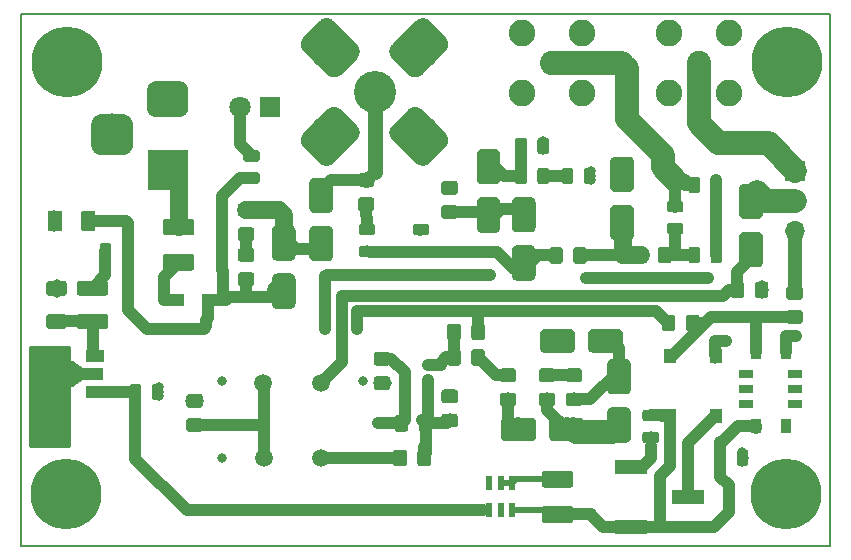
<source format=gbr>
%TF.GenerationSoftware,KiCad,Pcbnew,(5.1.2)-2*%
%TF.CreationDate,2019-08-18T23:04:57+01:00*%
%TF.ProjectId,ReferenceBias,52656665-7265-46e6-9365-426961732e6b,rev?*%
%TF.SameCoordinates,Original*%
%TF.FileFunction,Copper,L1,Top*%
%TF.FilePolarity,Positive*%
%FSLAX46Y46*%
G04 Gerber Fmt 4.6, Leading zero omitted, Abs format (unit mm)*
G04 Created by KiCad (PCBNEW (5.1.2)-2) date 2019-08-18 23:04:57*
%MOMM*%
%LPD*%
G04 APERTURE LIST*
%ADD10C,0.150000*%
%ADD11C,0.100000*%
%ADD12C,0.975000*%
%ADD13C,1.500000*%
%ADD14R,1.280000X0.760000*%
%ADD15R,0.940000X1.280000*%
%ADD16R,1.000000X1.200000*%
%ADD17R,0.508000X1.219200*%
%ADD18C,1.000000*%
%ADD19R,1.840000X2.200000*%
%ADD20R,1.500000X1.000000*%
%ADD21R,1.800000X1.000000*%
%ADD22C,0.850000*%
%ADD23R,2.790000X1.190000*%
%ADD24C,1.150000*%
%ADD25R,0.700000X0.450000*%
%ADD26C,1.250000*%
%ADD27C,2.000000*%
%ADD28R,1.700000X1.700000*%
%ADD29O,1.700000X1.700000*%
%ADD30R,1.000000X1.000000*%
%ADD31C,1.425000*%
%ADD32C,3.600000*%
%ADD33C,3.556000*%
%ADD34R,3.500000X3.500000*%
%ADD35C,3.000000*%
%ADD36C,3.500000*%
%ADD37C,2.250000*%
%ADD38C,2.050000*%
%ADD39C,6.000000*%
%ADD40R,1.800000X1.800000*%
%ADD41C,1.800000*%
%ADD42C,0.800000*%
%ADD43C,1.500000*%
%ADD44C,1.000000*%
%ADD45C,0.500000*%
%ADD46C,0.250000*%
%ADD47C,1.290000*%
%ADD48C,1.300000*%
%ADD49C,2.000000*%
%ADD50C,1.200000*%
%ADD51C,0.254000*%
G04 APERTURE END LIST*
D10*
X28500000Y-109000000D02*
X28500000Y-154000000D01*
X97000000Y-154000000D02*
X28500000Y-154000000D01*
X97000000Y-109000000D02*
X97000000Y-154000000D01*
X28500000Y-109000000D02*
X97000000Y-109000000D01*
D11*
G36*
X82268142Y-142467174D02*
G01*
X82291803Y-142470684D01*
X82315007Y-142476496D01*
X82337529Y-142484554D01*
X82359153Y-142494782D01*
X82379670Y-142507079D01*
X82398883Y-142521329D01*
X82416607Y-142537393D01*
X82432671Y-142555117D01*
X82446921Y-142574330D01*
X82459218Y-142594847D01*
X82469446Y-142616471D01*
X82477504Y-142638993D01*
X82483316Y-142662197D01*
X82486826Y-142685858D01*
X82488000Y-142709750D01*
X82488000Y-143197250D01*
X82486826Y-143221142D01*
X82483316Y-143244803D01*
X82477504Y-143268007D01*
X82469446Y-143290529D01*
X82459218Y-143312153D01*
X82446921Y-143332670D01*
X82432671Y-143351883D01*
X82416607Y-143369607D01*
X82398883Y-143385671D01*
X82379670Y-143399921D01*
X82359153Y-143412218D01*
X82337529Y-143422446D01*
X82315007Y-143430504D01*
X82291803Y-143436316D01*
X82268142Y-143439826D01*
X82244250Y-143441000D01*
X81331750Y-143441000D01*
X81307858Y-143439826D01*
X81284197Y-143436316D01*
X81260993Y-143430504D01*
X81238471Y-143422446D01*
X81216847Y-143412218D01*
X81196330Y-143399921D01*
X81177117Y-143385671D01*
X81159393Y-143369607D01*
X81143329Y-143351883D01*
X81129079Y-143332670D01*
X81116782Y-143312153D01*
X81106554Y-143290529D01*
X81098496Y-143268007D01*
X81092684Y-143244803D01*
X81089174Y-143221142D01*
X81088000Y-143197250D01*
X81088000Y-142709750D01*
X81089174Y-142685858D01*
X81092684Y-142662197D01*
X81098496Y-142638993D01*
X81106554Y-142616471D01*
X81116782Y-142594847D01*
X81129079Y-142574330D01*
X81143329Y-142555117D01*
X81159393Y-142537393D01*
X81177117Y-142521329D01*
X81196330Y-142507079D01*
X81216847Y-142494782D01*
X81238471Y-142484554D01*
X81260993Y-142476496D01*
X81284197Y-142470684D01*
X81307858Y-142467174D01*
X81331750Y-142466000D01*
X82244250Y-142466000D01*
X82268142Y-142467174D01*
X82268142Y-142467174D01*
G37*
D12*
X81788000Y-142953500D03*
D11*
G36*
X82268142Y-144342174D02*
G01*
X82291803Y-144345684D01*
X82315007Y-144351496D01*
X82337529Y-144359554D01*
X82359153Y-144369782D01*
X82379670Y-144382079D01*
X82398883Y-144396329D01*
X82416607Y-144412393D01*
X82432671Y-144430117D01*
X82446921Y-144449330D01*
X82459218Y-144469847D01*
X82469446Y-144491471D01*
X82477504Y-144513993D01*
X82483316Y-144537197D01*
X82486826Y-144560858D01*
X82488000Y-144584750D01*
X82488000Y-145072250D01*
X82486826Y-145096142D01*
X82483316Y-145119803D01*
X82477504Y-145143007D01*
X82469446Y-145165529D01*
X82459218Y-145187153D01*
X82446921Y-145207670D01*
X82432671Y-145226883D01*
X82416607Y-145244607D01*
X82398883Y-145260671D01*
X82379670Y-145274921D01*
X82359153Y-145287218D01*
X82337529Y-145297446D01*
X82315007Y-145305504D01*
X82291803Y-145311316D01*
X82268142Y-145314826D01*
X82244250Y-145316000D01*
X81331750Y-145316000D01*
X81307858Y-145314826D01*
X81284197Y-145311316D01*
X81260993Y-145305504D01*
X81238471Y-145297446D01*
X81216847Y-145287218D01*
X81196330Y-145274921D01*
X81177117Y-145260671D01*
X81159393Y-145244607D01*
X81143329Y-145226883D01*
X81129079Y-145207670D01*
X81116782Y-145187153D01*
X81106554Y-145165529D01*
X81098496Y-145143007D01*
X81092684Y-145119803D01*
X81089174Y-145096142D01*
X81088000Y-145072250D01*
X81088000Y-144584750D01*
X81089174Y-144560858D01*
X81092684Y-144537197D01*
X81098496Y-144513993D01*
X81106554Y-144491471D01*
X81116782Y-144469847D01*
X81129079Y-144449330D01*
X81143329Y-144430117D01*
X81159393Y-144412393D01*
X81177117Y-144396329D01*
X81196330Y-144382079D01*
X81216847Y-144369782D01*
X81238471Y-144359554D01*
X81260993Y-144351496D01*
X81284197Y-144345684D01*
X81307858Y-144342174D01*
X81331750Y-144341000D01*
X82244250Y-144341000D01*
X82268142Y-144342174D01*
X82268142Y-144342174D01*
G37*
D12*
X81788000Y-144828500D03*
D11*
G36*
X89851142Y-145859174D02*
G01*
X89874803Y-145862684D01*
X89898007Y-145868496D01*
X89920529Y-145876554D01*
X89942153Y-145886782D01*
X89962670Y-145899079D01*
X89981883Y-145913329D01*
X89999607Y-145929393D01*
X90015671Y-145947117D01*
X90029921Y-145966330D01*
X90042218Y-145986847D01*
X90052446Y-146008471D01*
X90060504Y-146030993D01*
X90066316Y-146054197D01*
X90069826Y-146077858D01*
X90071000Y-146101750D01*
X90071000Y-147014250D01*
X90069826Y-147038142D01*
X90066316Y-147061803D01*
X90060504Y-147085007D01*
X90052446Y-147107529D01*
X90042218Y-147129153D01*
X90029921Y-147149670D01*
X90015671Y-147168883D01*
X89999607Y-147186607D01*
X89981883Y-147202671D01*
X89962670Y-147216921D01*
X89942153Y-147229218D01*
X89920529Y-147239446D01*
X89898007Y-147247504D01*
X89874803Y-147253316D01*
X89851142Y-147256826D01*
X89827250Y-147258000D01*
X89339750Y-147258000D01*
X89315858Y-147256826D01*
X89292197Y-147253316D01*
X89268993Y-147247504D01*
X89246471Y-147239446D01*
X89224847Y-147229218D01*
X89204330Y-147216921D01*
X89185117Y-147202671D01*
X89167393Y-147186607D01*
X89151329Y-147168883D01*
X89137079Y-147149670D01*
X89124782Y-147129153D01*
X89114554Y-147107529D01*
X89106496Y-147085007D01*
X89100684Y-147061803D01*
X89097174Y-147038142D01*
X89096000Y-147014250D01*
X89096000Y-146101750D01*
X89097174Y-146077858D01*
X89100684Y-146054197D01*
X89106496Y-146030993D01*
X89114554Y-146008471D01*
X89124782Y-145986847D01*
X89137079Y-145966330D01*
X89151329Y-145947117D01*
X89167393Y-145929393D01*
X89185117Y-145913329D01*
X89204330Y-145899079D01*
X89224847Y-145886782D01*
X89246471Y-145876554D01*
X89268993Y-145868496D01*
X89292197Y-145862684D01*
X89315858Y-145859174D01*
X89339750Y-145858000D01*
X89827250Y-145858000D01*
X89851142Y-145859174D01*
X89851142Y-145859174D01*
G37*
D12*
X89583500Y-146558000D03*
D11*
G36*
X87976142Y-145859174D02*
G01*
X87999803Y-145862684D01*
X88023007Y-145868496D01*
X88045529Y-145876554D01*
X88067153Y-145886782D01*
X88087670Y-145899079D01*
X88106883Y-145913329D01*
X88124607Y-145929393D01*
X88140671Y-145947117D01*
X88154921Y-145966330D01*
X88167218Y-145986847D01*
X88177446Y-146008471D01*
X88185504Y-146030993D01*
X88191316Y-146054197D01*
X88194826Y-146077858D01*
X88196000Y-146101750D01*
X88196000Y-147014250D01*
X88194826Y-147038142D01*
X88191316Y-147061803D01*
X88185504Y-147085007D01*
X88177446Y-147107529D01*
X88167218Y-147129153D01*
X88154921Y-147149670D01*
X88140671Y-147168883D01*
X88124607Y-147186607D01*
X88106883Y-147202671D01*
X88087670Y-147216921D01*
X88067153Y-147229218D01*
X88045529Y-147239446D01*
X88023007Y-147247504D01*
X87999803Y-147253316D01*
X87976142Y-147256826D01*
X87952250Y-147258000D01*
X87464750Y-147258000D01*
X87440858Y-147256826D01*
X87417197Y-147253316D01*
X87393993Y-147247504D01*
X87371471Y-147239446D01*
X87349847Y-147229218D01*
X87329330Y-147216921D01*
X87310117Y-147202671D01*
X87292393Y-147186607D01*
X87276329Y-147168883D01*
X87262079Y-147149670D01*
X87249782Y-147129153D01*
X87239554Y-147107529D01*
X87231496Y-147085007D01*
X87225684Y-147061803D01*
X87222174Y-147038142D01*
X87221000Y-147014250D01*
X87221000Y-146101750D01*
X87222174Y-146077858D01*
X87225684Y-146054197D01*
X87231496Y-146030993D01*
X87239554Y-146008471D01*
X87249782Y-145986847D01*
X87262079Y-145966330D01*
X87276329Y-145947117D01*
X87292393Y-145929393D01*
X87310117Y-145913329D01*
X87329330Y-145899079D01*
X87349847Y-145886782D01*
X87371471Y-145876554D01*
X87393993Y-145868496D01*
X87417197Y-145862684D01*
X87440858Y-145859174D01*
X87464750Y-145858000D01*
X87952250Y-145858000D01*
X87976142Y-145859174D01*
X87976142Y-145859174D01*
G37*
D12*
X87708500Y-146558000D03*
D13*
X53902000Y-146558000D03*
X49022000Y-146558000D03*
D14*
X94038000Y-141986000D03*
X94038000Y-140716000D03*
X94038000Y-139446000D03*
D15*
X93218000Y-137611000D03*
X90678000Y-137611000D03*
D14*
X89858000Y-139446000D03*
X89858000Y-140716000D03*
X89858000Y-141986000D03*
D15*
X90678000Y-143821000D03*
X93218000Y-143821000D03*
D13*
X48968000Y-140208000D03*
X53848000Y-140208000D03*
D16*
X83394000Y-143002000D03*
X83394000Y-137922000D03*
X87294000Y-137922000D03*
X87294000Y-143002000D03*
D17*
X70038001Y-148717000D03*
X69088000Y-148717000D03*
X68137999Y-148717000D03*
X68137999Y-151003000D03*
X69088000Y-151003000D03*
X70038001Y-151003000D03*
D18*
X33350200Y-139446000D03*
D11*
G36*
X32850200Y-138346000D02*
G01*
X33850200Y-139046000D01*
X33850200Y-139846000D01*
X32850200Y-140546000D01*
X32850200Y-138346000D01*
X32850200Y-138346000D01*
G37*
D19*
X31940500Y-139446000D03*
D20*
X34754000Y-137946000D03*
D21*
X34607500Y-139446000D03*
D20*
X34754000Y-140946000D03*
D22*
X30607000Y-139446000D03*
D11*
G36*
X31032000Y-140546000D02*
G01*
X30182000Y-139946000D01*
X30182000Y-138946000D01*
X31032000Y-138346000D01*
X31032000Y-140546000D01*
X31032000Y-140546000D01*
G37*
D23*
X80135000Y-152400000D03*
X84965000Y-149860000D03*
X80135000Y-147320000D03*
D11*
G36*
X37781142Y-128333174D02*
G01*
X37804803Y-128336684D01*
X37828007Y-128342496D01*
X37850529Y-128350554D01*
X37872153Y-128360782D01*
X37892670Y-128373079D01*
X37911883Y-128387329D01*
X37929607Y-128403393D01*
X37945671Y-128421117D01*
X37959921Y-128440330D01*
X37972218Y-128460847D01*
X37982446Y-128482471D01*
X37990504Y-128504993D01*
X37996316Y-128528197D01*
X37999826Y-128551858D01*
X38001000Y-128575750D01*
X38001000Y-129488250D01*
X37999826Y-129512142D01*
X37996316Y-129535803D01*
X37990504Y-129559007D01*
X37982446Y-129581529D01*
X37972218Y-129603153D01*
X37959921Y-129623670D01*
X37945671Y-129642883D01*
X37929607Y-129660607D01*
X37911883Y-129676671D01*
X37892670Y-129690921D01*
X37872153Y-129703218D01*
X37850529Y-129713446D01*
X37828007Y-129721504D01*
X37804803Y-129727316D01*
X37781142Y-129730826D01*
X37757250Y-129732000D01*
X37269750Y-129732000D01*
X37245858Y-129730826D01*
X37222197Y-129727316D01*
X37198993Y-129721504D01*
X37176471Y-129713446D01*
X37154847Y-129703218D01*
X37134330Y-129690921D01*
X37115117Y-129676671D01*
X37097393Y-129660607D01*
X37081329Y-129642883D01*
X37067079Y-129623670D01*
X37054782Y-129603153D01*
X37044554Y-129581529D01*
X37036496Y-129559007D01*
X37030684Y-129535803D01*
X37027174Y-129512142D01*
X37026000Y-129488250D01*
X37026000Y-128575750D01*
X37027174Y-128551858D01*
X37030684Y-128528197D01*
X37036496Y-128504993D01*
X37044554Y-128482471D01*
X37054782Y-128460847D01*
X37067079Y-128440330D01*
X37081329Y-128421117D01*
X37097393Y-128403393D01*
X37115117Y-128387329D01*
X37134330Y-128373079D01*
X37154847Y-128360782D01*
X37176471Y-128350554D01*
X37198993Y-128342496D01*
X37222197Y-128336684D01*
X37245858Y-128333174D01*
X37269750Y-128332000D01*
X37757250Y-128332000D01*
X37781142Y-128333174D01*
X37781142Y-128333174D01*
G37*
D12*
X37513500Y-129032000D03*
D11*
G36*
X35906142Y-128333174D02*
G01*
X35929803Y-128336684D01*
X35953007Y-128342496D01*
X35975529Y-128350554D01*
X35997153Y-128360782D01*
X36017670Y-128373079D01*
X36036883Y-128387329D01*
X36054607Y-128403393D01*
X36070671Y-128421117D01*
X36084921Y-128440330D01*
X36097218Y-128460847D01*
X36107446Y-128482471D01*
X36115504Y-128504993D01*
X36121316Y-128528197D01*
X36124826Y-128551858D01*
X36126000Y-128575750D01*
X36126000Y-129488250D01*
X36124826Y-129512142D01*
X36121316Y-129535803D01*
X36115504Y-129559007D01*
X36107446Y-129581529D01*
X36097218Y-129603153D01*
X36084921Y-129623670D01*
X36070671Y-129642883D01*
X36054607Y-129660607D01*
X36036883Y-129676671D01*
X36017670Y-129690921D01*
X35997153Y-129703218D01*
X35975529Y-129713446D01*
X35953007Y-129721504D01*
X35929803Y-129727316D01*
X35906142Y-129730826D01*
X35882250Y-129732000D01*
X35394750Y-129732000D01*
X35370858Y-129730826D01*
X35347197Y-129727316D01*
X35323993Y-129721504D01*
X35301471Y-129713446D01*
X35279847Y-129703218D01*
X35259330Y-129690921D01*
X35240117Y-129676671D01*
X35222393Y-129660607D01*
X35206329Y-129642883D01*
X35192079Y-129623670D01*
X35179782Y-129603153D01*
X35169554Y-129581529D01*
X35161496Y-129559007D01*
X35155684Y-129535803D01*
X35152174Y-129512142D01*
X35151000Y-129488250D01*
X35151000Y-128575750D01*
X35152174Y-128551858D01*
X35155684Y-128528197D01*
X35161496Y-128504993D01*
X35169554Y-128482471D01*
X35179782Y-128460847D01*
X35192079Y-128440330D01*
X35206329Y-128421117D01*
X35222393Y-128403393D01*
X35240117Y-128387329D01*
X35259330Y-128373079D01*
X35279847Y-128360782D01*
X35301471Y-128350554D01*
X35323993Y-128342496D01*
X35347197Y-128336684D01*
X35370858Y-128333174D01*
X35394750Y-128332000D01*
X35882250Y-128332000D01*
X35906142Y-128333174D01*
X35906142Y-128333174D01*
G37*
D12*
X35638500Y-129032000D03*
D11*
G36*
X70197505Y-138990204D02*
G01*
X70221773Y-138993804D01*
X70245572Y-138999765D01*
X70268671Y-139008030D01*
X70290850Y-139018520D01*
X70311893Y-139031132D01*
X70331599Y-139045747D01*
X70349777Y-139062223D01*
X70366253Y-139080401D01*
X70380868Y-139100107D01*
X70393480Y-139121150D01*
X70403970Y-139143329D01*
X70412235Y-139166428D01*
X70418196Y-139190227D01*
X70421796Y-139214495D01*
X70423000Y-139238999D01*
X70423000Y-139889001D01*
X70421796Y-139913505D01*
X70418196Y-139937773D01*
X70412235Y-139961572D01*
X70403970Y-139984671D01*
X70393480Y-140006850D01*
X70380868Y-140027893D01*
X70366253Y-140047599D01*
X70349777Y-140065777D01*
X70331599Y-140082253D01*
X70311893Y-140096868D01*
X70290850Y-140109480D01*
X70268671Y-140119970D01*
X70245572Y-140128235D01*
X70221773Y-140134196D01*
X70197505Y-140137796D01*
X70173001Y-140139000D01*
X69272999Y-140139000D01*
X69248495Y-140137796D01*
X69224227Y-140134196D01*
X69200428Y-140128235D01*
X69177329Y-140119970D01*
X69155150Y-140109480D01*
X69134107Y-140096868D01*
X69114401Y-140082253D01*
X69096223Y-140065777D01*
X69079747Y-140047599D01*
X69065132Y-140027893D01*
X69052520Y-140006850D01*
X69042030Y-139984671D01*
X69033765Y-139961572D01*
X69027804Y-139937773D01*
X69024204Y-139913505D01*
X69023000Y-139889001D01*
X69023000Y-139238999D01*
X69024204Y-139214495D01*
X69027804Y-139190227D01*
X69033765Y-139166428D01*
X69042030Y-139143329D01*
X69052520Y-139121150D01*
X69065132Y-139100107D01*
X69079747Y-139080401D01*
X69096223Y-139062223D01*
X69114401Y-139045747D01*
X69134107Y-139031132D01*
X69155150Y-139018520D01*
X69177329Y-139008030D01*
X69200428Y-138999765D01*
X69224227Y-138993804D01*
X69248495Y-138990204D01*
X69272999Y-138989000D01*
X70173001Y-138989000D01*
X70197505Y-138990204D01*
X70197505Y-138990204D01*
G37*
D24*
X69723000Y-139564000D03*
D11*
G36*
X70197505Y-141040204D02*
G01*
X70221773Y-141043804D01*
X70245572Y-141049765D01*
X70268671Y-141058030D01*
X70290850Y-141068520D01*
X70311893Y-141081132D01*
X70331599Y-141095747D01*
X70349777Y-141112223D01*
X70366253Y-141130401D01*
X70380868Y-141150107D01*
X70393480Y-141171150D01*
X70403970Y-141193329D01*
X70412235Y-141216428D01*
X70418196Y-141240227D01*
X70421796Y-141264495D01*
X70423000Y-141288999D01*
X70423000Y-141939001D01*
X70421796Y-141963505D01*
X70418196Y-141987773D01*
X70412235Y-142011572D01*
X70403970Y-142034671D01*
X70393480Y-142056850D01*
X70380868Y-142077893D01*
X70366253Y-142097599D01*
X70349777Y-142115777D01*
X70331599Y-142132253D01*
X70311893Y-142146868D01*
X70290850Y-142159480D01*
X70268671Y-142169970D01*
X70245572Y-142178235D01*
X70221773Y-142184196D01*
X70197505Y-142187796D01*
X70173001Y-142189000D01*
X69272999Y-142189000D01*
X69248495Y-142187796D01*
X69224227Y-142184196D01*
X69200428Y-142178235D01*
X69177329Y-142169970D01*
X69155150Y-142159480D01*
X69134107Y-142146868D01*
X69114401Y-142132253D01*
X69096223Y-142115777D01*
X69079747Y-142097599D01*
X69065132Y-142077893D01*
X69052520Y-142056850D01*
X69042030Y-142034671D01*
X69033765Y-142011572D01*
X69027804Y-141987773D01*
X69024204Y-141963505D01*
X69023000Y-141939001D01*
X69023000Y-141288999D01*
X69024204Y-141264495D01*
X69027804Y-141240227D01*
X69033765Y-141216428D01*
X69042030Y-141193329D01*
X69052520Y-141171150D01*
X69065132Y-141150107D01*
X69079747Y-141130401D01*
X69096223Y-141112223D01*
X69114401Y-141095747D01*
X69134107Y-141081132D01*
X69155150Y-141068520D01*
X69177329Y-141058030D01*
X69200428Y-141049765D01*
X69224227Y-141043804D01*
X69248495Y-141040204D01*
X69272999Y-141039000D01*
X70173001Y-141039000D01*
X70197505Y-141040204D01*
X70197505Y-141040204D01*
G37*
D24*
X69723000Y-141614000D03*
D11*
G36*
X67541505Y-135191204D02*
G01*
X67565773Y-135194804D01*
X67589572Y-135200765D01*
X67612671Y-135209030D01*
X67634850Y-135219520D01*
X67655893Y-135232132D01*
X67675599Y-135246747D01*
X67693777Y-135263223D01*
X67710253Y-135281401D01*
X67724868Y-135301107D01*
X67737480Y-135322150D01*
X67747970Y-135344329D01*
X67756235Y-135367428D01*
X67762196Y-135391227D01*
X67765796Y-135415495D01*
X67767000Y-135439999D01*
X67767000Y-136340001D01*
X67765796Y-136364505D01*
X67762196Y-136388773D01*
X67756235Y-136412572D01*
X67747970Y-136435671D01*
X67737480Y-136457850D01*
X67724868Y-136478893D01*
X67710253Y-136498599D01*
X67693777Y-136516777D01*
X67675599Y-136533253D01*
X67655893Y-136547868D01*
X67634850Y-136560480D01*
X67612671Y-136570970D01*
X67589572Y-136579235D01*
X67565773Y-136585196D01*
X67541505Y-136588796D01*
X67517001Y-136590000D01*
X66866999Y-136590000D01*
X66842495Y-136588796D01*
X66818227Y-136585196D01*
X66794428Y-136579235D01*
X66771329Y-136570970D01*
X66749150Y-136560480D01*
X66728107Y-136547868D01*
X66708401Y-136533253D01*
X66690223Y-136516777D01*
X66673747Y-136498599D01*
X66659132Y-136478893D01*
X66646520Y-136457850D01*
X66636030Y-136435671D01*
X66627765Y-136412572D01*
X66621804Y-136388773D01*
X66618204Y-136364505D01*
X66617000Y-136340001D01*
X66617000Y-135439999D01*
X66618204Y-135415495D01*
X66621804Y-135391227D01*
X66627765Y-135367428D01*
X66636030Y-135344329D01*
X66646520Y-135322150D01*
X66659132Y-135301107D01*
X66673747Y-135281401D01*
X66690223Y-135263223D01*
X66708401Y-135246747D01*
X66728107Y-135232132D01*
X66749150Y-135219520D01*
X66771329Y-135209030D01*
X66794428Y-135200765D01*
X66818227Y-135194804D01*
X66842495Y-135191204D01*
X66866999Y-135190000D01*
X67517001Y-135190000D01*
X67541505Y-135191204D01*
X67541505Y-135191204D01*
G37*
D24*
X67192000Y-135890000D03*
D11*
G36*
X65491505Y-135191204D02*
G01*
X65515773Y-135194804D01*
X65539572Y-135200765D01*
X65562671Y-135209030D01*
X65584850Y-135219520D01*
X65605893Y-135232132D01*
X65625599Y-135246747D01*
X65643777Y-135263223D01*
X65660253Y-135281401D01*
X65674868Y-135301107D01*
X65687480Y-135322150D01*
X65697970Y-135344329D01*
X65706235Y-135367428D01*
X65712196Y-135391227D01*
X65715796Y-135415495D01*
X65717000Y-135439999D01*
X65717000Y-136340001D01*
X65715796Y-136364505D01*
X65712196Y-136388773D01*
X65706235Y-136412572D01*
X65697970Y-136435671D01*
X65687480Y-136457850D01*
X65674868Y-136478893D01*
X65660253Y-136498599D01*
X65643777Y-136516777D01*
X65625599Y-136533253D01*
X65605893Y-136547868D01*
X65584850Y-136560480D01*
X65562671Y-136570970D01*
X65539572Y-136579235D01*
X65515773Y-136585196D01*
X65491505Y-136588796D01*
X65467001Y-136590000D01*
X64816999Y-136590000D01*
X64792495Y-136588796D01*
X64768227Y-136585196D01*
X64744428Y-136579235D01*
X64721329Y-136570970D01*
X64699150Y-136560480D01*
X64678107Y-136547868D01*
X64658401Y-136533253D01*
X64640223Y-136516777D01*
X64623747Y-136498599D01*
X64609132Y-136478893D01*
X64596520Y-136457850D01*
X64586030Y-136435671D01*
X64577765Y-136412572D01*
X64571804Y-136388773D01*
X64568204Y-136364505D01*
X64567000Y-136340001D01*
X64567000Y-135439999D01*
X64568204Y-135415495D01*
X64571804Y-135391227D01*
X64577765Y-135367428D01*
X64586030Y-135344329D01*
X64596520Y-135322150D01*
X64609132Y-135301107D01*
X64623747Y-135281401D01*
X64640223Y-135263223D01*
X64658401Y-135246747D01*
X64678107Y-135232132D01*
X64699150Y-135219520D01*
X64721329Y-135209030D01*
X64744428Y-135200765D01*
X64768227Y-135194804D01*
X64792495Y-135191204D01*
X64816999Y-135190000D01*
X65467001Y-135190000D01*
X65491505Y-135191204D01*
X65491505Y-135191204D01*
G37*
D24*
X65142000Y-135890000D03*
D11*
G36*
X65244505Y-140768204D02*
G01*
X65268773Y-140771804D01*
X65292572Y-140777765D01*
X65315671Y-140786030D01*
X65337850Y-140796520D01*
X65358893Y-140809132D01*
X65378599Y-140823747D01*
X65396777Y-140840223D01*
X65413253Y-140858401D01*
X65427868Y-140878107D01*
X65440480Y-140899150D01*
X65450970Y-140921329D01*
X65459235Y-140944428D01*
X65465196Y-140968227D01*
X65468796Y-140992495D01*
X65470000Y-141016999D01*
X65470000Y-141667001D01*
X65468796Y-141691505D01*
X65465196Y-141715773D01*
X65459235Y-141739572D01*
X65450970Y-141762671D01*
X65440480Y-141784850D01*
X65427868Y-141805893D01*
X65413253Y-141825599D01*
X65396777Y-141843777D01*
X65378599Y-141860253D01*
X65358893Y-141874868D01*
X65337850Y-141887480D01*
X65315671Y-141897970D01*
X65292572Y-141906235D01*
X65268773Y-141912196D01*
X65244505Y-141915796D01*
X65220001Y-141917000D01*
X64319999Y-141917000D01*
X64295495Y-141915796D01*
X64271227Y-141912196D01*
X64247428Y-141906235D01*
X64224329Y-141897970D01*
X64202150Y-141887480D01*
X64181107Y-141874868D01*
X64161401Y-141860253D01*
X64143223Y-141843777D01*
X64126747Y-141825599D01*
X64112132Y-141805893D01*
X64099520Y-141784850D01*
X64089030Y-141762671D01*
X64080765Y-141739572D01*
X64074804Y-141715773D01*
X64071204Y-141691505D01*
X64070000Y-141667001D01*
X64070000Y-141016999D01*
X64071204Y-140992495D01*
X64074804Y-140968227D01*
X64080765Y-140944428D01*
X64089030Y-140921329D01*
X64099520Y-140899150D01*
X64112132Y-140878107D01*
X64126747Y-140858401D01*
X64143223Y-140840223D01*
X64161401Y-140823747D01*
X64181107Y-140809132D01*
X64202150Y-140796520D01*
X64224329Y-140786030D01*
X64247428Y-140777765D01*
X64271227Y-140771804D01*
X64295495Y-140768204D01*
X64319999Y-140767000D01*
X65220001Y-140767000D01*
X65244505Y-140768204D01*
X65244505Y-140768204D01*
G37*
D24*
X64770000Y-141342000D03*
D11*
G36*
X65244505Y-142818204D02*
G01*
X65268773Y-142821804D01*
X65292572Y-142827765D01*
X65315671Y-142836030D01*
X65337850Y-142846520D01*
X65358893Y-142859132D01*
X65378599Y-142873747D01*
X65396777Y-142890223D01*
X65413253Y-142908401D01*
X65427868Y-142928107D01*
X65440480Y-142949150D01*
X65450970Y-142971329D01*
X65459235Y-142994428D01*
X65465196Y-143018227D01*
X65468796Y-143042495D01*
X65470000Y-143066999D01*
X65470000Y-143717001D01*
X65468796Y-143741505D01*
X65465196Y-143765773D01*
X65459235Y-143789572D01*
X65450970Y-143812671D01*
X65440480Y-143834850D01*
X65427868Y-143855893D01*
X65413253Y-143875599D01*
X65396777Y-143893777D01*
X65378599Y-143910253D01*
X65358893Y-143924868D01*
X65337850Y-143937480D01*
X65315671Y-143947970D01*
X65292572Y-143956235D01*
X65268773Y-143962196D01*
X65244505Y-143965796D01*
X65220001Y-143967000D01*
X64319999Y-143967000D01*
X64295495Y-143965796D01*
X64271227Y-143962196D01*
X64247428Y-143956235D01*
X64224329Y-143947970D01*
X64202150Y-143937480D01*
X64181107Y-143924868D01*
X64161401Y-143910253D01*
X64143223Y-143893777D01*
X64126747Y-143875599D01*
X64112132Y-143855893D01*
X64099520Y-143834850D01*
X64089030Y-143812671D01*
X64080765Y-143789572D01*
X64074804Y-143765773D01*
X64071204Y-143741505D01*
X64070000Y-143717001D01*
X64070000Y-143066999D01*
X64071204Y-143042495D01*
X64074804Y-143018227D01*
X64080765Y-142994428D01*
X64089030Y-142971329D01*
X64099520Y-142949150D01*
X64112132Y-142928107D01*
X64126747Y-142908401D01*
X64143223Y-142890223D01*
X64161401Y-142873747D01*
X64181107Y-142859132D01*
X64202150Y-142846520D01*
X64224329Y-142836030D01*
X64247428Y-142827765D01*
X64271227Y-142821804D01*
X64295495Y-142818204D01*
X64319999Y-142817000D01*
X65220001Y-142817000D01*
X65244505Y-142818204D01*
X65244505Y-142818204D01*
G37*
D24*
X64770000Y-143392000D03*
D11*
G36*
X63096505Y-142938204D02*
G01*
X63120773Y-142941804D01*
X63144572Y-142947765D01*
X63167671Y-142956030D01*
X63189850Y-142966520D01*
X63210893Y-142979132D01*
X63230599Y-142993747D01*
X63248777Y-143010223D01*
X63265253Y-143028401D01*
X63279868Y-143048107D01*
X63292480Y-143069150D01*
X63302970Y-143091329D01*
X63311235Y-143114428D01*
X63317196Y-143138227D01*
X63320796Y-143162495D01*
X63322000Y-143186999D01*
X63322000Y-144087001D01*
X63320796Y-144111505D01*
X63317196Y-144135773D01*
X63311235Y-144159572D01*
X63302970Y-144182671D01*
X63292480Y-144204850D01*
X63279868Y-144225893D01*
X63265253Y-144245599D01*
X63248777Y-144263777D01*
X63230599Y-144280253D01*
X63210893Y-144294868D01*
X63189850Y-144307480D01*
X63167671Y-144317970D01*
X63144572Y-144326235D01*
X63120773Y-144332196D01*
X63096505Y-144335796D01*
X63072001Y-144337000D01*
X62421999Y-144337000D01*
X62397495Y-144335796D01*
X62373227Y-144332196D01*
X62349428Y-144326235D01*
X62326329Y-144317970D01*
X62304150Y-144307480D01*
X62283107Y-144294868D01*
X62263401Y-144280253D01*
X62245223Y-144263777D01*
X62228747Y-144245599D01*
X62214132Y-144225893D01*
X62201520Y-144204850D01*
X62191030Y-144182671D01*
X62182765Y-144159572D01*
X62176804Y-144135773D01*
X62173204Y-144111505D01*
X62172000Y-144087001D01*
X62172000Y-143186999D01*
X62173204Y-143162495D01*
X62176804Y-143138227D01*
X62182765Y-143114428D01*
X62191030Y-143091329D01*
X62201520Y-143069150D01*
X62214132Y-143048107D01*
X62228747Y-143028401D01*
X62245223Y-143010223D01*
X62263401Y-142993747D01*
X62283107Y-142979132D01*
X62304150Y-142966520D01*
X62326329Y-142956030D01*
X62349428Y-142947765D01*
X62373227Y-142941804D01*
X62397495Y-142938204D01*
X62421999Y-142937000D01*
X63072001Y-142937000D01*
X63096505Y-142938204D01*
X63096505Y-142938204D01*
G37*
D24*
X62747000Y-143637000D03*
D11*
G36*
X61046505Y-142938204D02*
G01*
X61070773Y-142941804D01*
X61094572Y-142947765D01*
X61117671Y-142956030D01*
X61139850Y-142966520D01*
X61160893Y-142979132D01*
X61180599Y-142993747D01*
X61198777Y-143010223D01*
X61215253Y-143028401D01*
X61229868Y-143048107D01*
X61242480Y-143069150D01*
X61252970Y-143091329D01*
X61261235Y-143114428D01*
X61267196Y-143138227D01*
X61270796Y-143162495D01*
X61272000Y-143186999D01*
X61272000Y-144087001D01*
X61270796Y-144111505D01*
X61267196Y-144135773D01*
X61261235Y-144159572D01*
X61252970Y-144182671D01*
X61242480Y-144204850D01*
X61229868Y-144225893D01*
X61215253Y-144245599D01*
X61198777Y-144263777D01*
X61180599Y-144280253D01*
X61160893Y-144294868D01*
X61139850Y-144307480D01*
X61117671Y-144317970D01*
X61094572Y-144326235D01*
X61070773Y-144332196D01*
X61046505Y-144335796D01*
X61022001Y-144337000D01*
X60371999Y-144337000D01*
X60347495Y-144335796D01*
X60323227Y-144332196D01*
X60299428Y-144326235D01*
X60276329Y-144317970D01*
X60254150Y-144307480D01*
X60233107Y-144294868D01*
X60213401Y-144280253D01*
X60195223Y-144263777D01*
X60178747Y-144245599D01*
X60164132Y-144225893D01*
X60151520Y-144204850D01*
X60141030Y-144182671D01*
X60132765Y-144159572D01*
X60126804Y-144135773D01*
X60123204Y-144111505D01*
X60122000Y-144087001D01*
X60122000Y-143186999D01*
X60123204Y-143162495D01*
X60126804Y-143138227D01*
X60132765Y-143114428D01*
X60141030Y-143091329D01*
X60151520Y-143069150D01*
X60164132Y-143048107D01*
X60178747Y-143028401D01*
X60195223Y-143010223D01*
X60213401Y-142993747D01*
X60233107Y-142979132D01*
X60254150Y-142966520D01*
X60276329Y-142956030D01*
X60299428Y-142947765D01*
X60323227Y-142941804D01*
X60347495Y-142938204D01*
X60371999Y-142937000D01*
X61022001Y-142937000D01*
X61046505Y-142938204D01*
X61046505Y-142938204D01*
G37*
D24*
X60697000Y-143637000D03*
D25*
X60976000Y-139319000D03*
X62976000Y-138669000D03*
X62976000Y-139969000D03*
D11*
G36*
X35643504Y-134380204D02*
G01*
X35667773Y-134383804D01*
X35691571Y-134389765D01*
X35714671Y-134398030D01*
X35736849Y-134408520D01*
X35757893Y-134421133D01*
X35777598Y-134435747D01*
X35795777Y-134452223D01*
X35812253Y-134470402D01*
X35826867Y-134490107D01*
X35839480Y-134511151D01*
X35849970Y-134533329D01*
X35858235Y-134556429D01*
X35864196Y-134580227D01*
X35867796Y-134604496D01*
X35869000Y-134629000D01*
X35869000Y-135379000D01*
X35867796Y-135403504D01*
X35864196Y-135427773D01*
X35858235Y-135451571D01*
X35849970Y-135474671D01*
X35839480Y-135496849D01*
X35826867Y-135517893D01*
X35812253Y-135537598D01*
X35795777Y-135555777D01*
X35777598Y-135572253D01*
X35757893Y-135586867D01*
X35736849Y-135599480D01*
X35714671Y-135609970D01*
X35691571Y-135618235D01*
X35667773Y-135624196D01*
X35643504Y-135627796D01*
X35619000Y-135629000D01*
X33469000Y-135629000D01*
X33444496Y-135627796D01*
X33420227Y-135624196D01*
X33396429Y-135618235D01*
X33373329Y-135609970D01*
X33351151Y-135599480D01*
X33330107Y-135586867D01*
X33310402Y-135572253D01*
X33292223Y-135555777D01*
X33275747Y-135537598D01*
X33261133Y-135517893D01*
X33248520Y-135496849D01*
X33238030Y-135474671D01*
X33229765Y-135451571D01*
X33223804Y-135427773D01*
X33220204Y-135403504D01*
X33219000Y-135379000D01*
X33219000Y-134629000D01*
X33220204Y-134604496D01*
X33223804Y-134580227D01*
X33229765Y-134556429D01*
X33238030Y-134533329D01*
X33248520Y-134511151D01*
X33261133Y-134490107D01*
X33275747Y-134470402D01*
X33292223Y-134452223D01*
X33310402Y-134435747D01*
X33330107Y-134421133D01*
X33351151Y-134408520D01*
X33373329Y-134398030D01*
X33396429Y-134389765D01*
X33420227Y-134383804D01*
X33444496Y-134380204D01*
X33469000Y-134379000D01*
X35619000Y-134379000D01*
X35643504Y-134380204D01*
X35643504Y-134380204D01*
G37*
D26*
X34544000Y-135004000D03*
D11*
G36*
X35643504Y-131580204D02*
G01*
X35667773Y-131583804D01*
X35691571Y-131589765D01*
X35714671Y-131598030D01*
X35736849Y-131608520D01*
X35757893Y-131621133D01*
X35777598Y-131635747D01*
X35795777Y-131652223D01*
X35812253Y-131670402D01*
X35826867Y-131690107D01*
X35839480Y-131711151D01*
X35849970Y-131733329D01*
X35858235Y-131756429D01*
X35864196Y-131780227D01*
X35867796Y-131804496D01*
X35869000Y-131829000D01*
X35869000Y-132579000D01*
X35867796Y-132603504D01*
X35864196Y-132627773D01*
X35858235Y-132651571D01*
X35849970Y-132674671D01*
X35839480Y-132696849D01*
X35826867Y-132717893D01*
X35812253Y-132737598D01*
X35795777Y-132755777D01*
X35777598Y-132772253D01*
X35757893Y-132786867D01*
X35736849Y-132799480D01*
X35714671Y-132809970D01*
X35691571Y-132818235D01*
X35667773Y-132824196D01*
X35643504Y-132827796D01*
X35619000Y-132829000D01*
X33469000Y-132829000D01*
X33444496Y-132827796D01*
X33420227Y-132824196D01*
X33396429Y-132818235D01*
X33373329Y-132809970D01*
X33351151Y-132799480D01*
X33330107Y-132786867D01*
X33310402Y-132772253D01*
X33292223Y-132755777D01*
X33275747Y-132737598D01*
X33261133Y-132717893D01*
X33248520Y-132696849D01*
X33238030Y-132674671D01*
X33229765Y-132651571D01*
X33223804Y-132627773D01*
X33220204Y-132603504D01*
X33219000Y-132579000D01*
X33219000Y-131829000D01*
X33220204Y-131804496D01*
X33223804Y-131780227D01*
X33229765Y-131756429D01*
X33238030Y-131733329D01*
X33248520Y-131711151D01*
X33261133Y-131690107D01*
X33275747Y-131670402D01*
X33292223Y-131652223D01*
X33310402Y-131635747D01*
X33330107Y-131621133D01*
X33351151Y-131608520D01*
X33373329Y-131598030D01*
X33396429Y-131589765D01*
X33420227Y-131583804D01*
X33444496Y-131580204D01*
X33469000Y-131579000D01*
X35619000Y-131579000D01*
X35643504Y-131580204D01*
X35643504Y-131580204D01*
G37*
D26*
X34544000Y-132204000D03*
D11*
G36*
X79094539Y-135654090D02*
G01*
X79136669Y-135660339D01*
X79177984Y-135670688D01*
X79218085Y-135685036D01*
X79256586Y-135703246D01*
X79293117Y-135725142D01*
X79327327Y-135750513D01*
X79358884Y-135779116D01*
X79387487Y-135810673D01*
X79412858Y-135844883D01*
X79434754Y-135881414D01*
X79452964Y-135919915D01*
X79467312Y-135960016D01*
X79477661Y-136001331D01*
X79483910Y-136043461D01*
X79486000Y-136086000D01*
X79486000Y-137218000D01*
X79483910Y-137260539D01*
X79477661Y-137302669D01*
X79467312Y-137343984D01*
X79452964Y-137384085D01*
X79434754Y-137422586D01*
X79412858Y-137459117D01*
X79387487Y-137493327D01*
X79358884Y-137524884D01*
X79327327Y-137553487D01*
X79293117Y-137578858D01*
X79256586Y-137600754D01*
X79218085Y-137618964D01*
X79177984Y-137633312D01*
X79136669Y-137643661D01*
X79094539Y-137649910D01*
X79052000Y-137652000D01*
X76920000Y-137652000D01*
X76877461Y-137649910D01*
X76835331Y-137643661D01*
X76794016Y-137633312D01*
X76753915Y-137618964D01*
X76715414Y-137600754D01*
X76678883Y-137578858D01*
X76644673Y-137553487D01*
X76613116Y-137524884D01*
X76584513Y-137493327D01*
X76559142Y-137459117D01*
X76537246Y-137422586D01*
X76519036Y-137384085D01*
X76504688Y-137343984D01*
X76494339Y-137302669D01*
X76488090Y-137260539D01*
X76486000Y-137218000D01*
X76486000Y-136086000D01*
X76488090Y-136043461D01*
X76494339Y-136001331D01*
X76504688Y-135960016D01*
X76519036Y-135919915D01*
X76537246Y-135881414D01*
X76559142Y-135844883D01*
X76584513Y-135810673D01*
X76613116Y-135779116D01*
X76644673Y-135750513D01*
X76678883Y-135725142D01*
X76715414Y-135703246D01*
X76753915Y-135685036D01*
X76794016Y-135670688D01*
X76835331Y-135660339D01*
X76877461Y-135654090D01*
X76920000Y-135652000D01*
X79052000Y-135652000D01*
X79094539Y-135654090D01*
X79094539Y-135654090D01*
G37*
D27*
X77986000Y-136652000D03*
D11*
G36*
X75014539Y-135654090D02*
G01*
X75056669Y-135660339D01*
X75097984Y-135670688D01*
X75138085Y-135685036D01*
X75176586Y-135703246D01*
X75213117Y-135725142D01*
X75247327Y-135750513D01*
X75278884Y-135779116D01*
X75307487Y-135810673D01*
X75332858Y-135844883D01*
X75354754Y-135881414D01*
X75372964Y-135919915D01*
X75387312Y-135960016D01*
X75397661Y-136001331D01*
X75403910Y-136043461D01*
X75406000Y-136086000D01*
X75406000Y-137218000D01*
X75403910Y-137260539D01*
X75397661Y-137302669D01*
X75387312Y-137343984D01*
X75372964Y-137384085D01*
X75354754Y-137422586D01*
X75332858Y-137459117D01*
X75307487Y-137493327D01*
X75278884Y-137524884D01*
X75247327Y-137553487D01*
X75213117Y-137578858D01*
X75176586Y-137600754D01*
X75138085Y-137618964D01*
X75097984Y-137633312D01*
X75056669Y-137643661D01*
X75014539Y-137649910D01*
X74972000Y-137652000D01*
X72840000Y-137652000D01*
X72797461Y-137649910D01*
X72755331Y-137643661D01*
X72714016Y-137633312D01*
X72673915Y-137618964D01*
X72635414Y-137600754D01*
X72598883Y-137578858D01*
X72564673Y-137553487D01*
X72533116Y-137524884D01*
X72504513Y-137493327D01*
X72479142Y-137459117D01*
X72457246Y-137422586D01*
X72439036Y-137384085D01*
X72424688Y-137343984D01*
X72414339Y-137302669D01*
X72408090Y-137260539D01*
X72406000Y-137218000D01*
X72406000Y-136086000D01*
X72408090Y-136043461D01*
X72414339Y-136001331D01*
X72424688Y-135960016D01*
X72439036Y-135919915D01*
X72457246Y-135881414D01*
X72479142Y-135844883D01*
X72504513Y-135810673D01*
X72533116Y-135779116D01*
X72564673Y-135750513D01*
X72598883Y-135725142D01*
X72635414Y-135703246D01*
X72673915Y-135685036D01*
X72714016Y-135670688D01*
X72755331Y-135660339D01*
X72797461Y-135654090D01*
X72840000Y-135652000D01*
X74972000Y-135652000D01*
X75014539Y-135654090D01*
X75014539Y-135654090D01*
G37*
D27*
X73906000Y-136652000D03*
D11*
G36*
X79729539Y-142274090D02*
G01*
X79771669Y-142280339D01*
X79812984Y-142290688D01*
X79853085Y-142305036D01*
X79891586Y-142323246D01*
X79928117Y-142345142D01*
X79962327Y-142370513D01*
X79993884Y-142399116D01*
X80022487Y-142430673D01*
X80047858Y-142464883D01*
X80069754Y-142501414D01*
X80087964Y-142539915D01*
X80102312Y-142580016D01*
X80112661Y-142621331D01*
X80118910Y-142663461D01*
X80121000Y-142706000D01*
X80121000Y-144838000D01*
X80118910Y-144880539D01*
X80112661Y-144922669D01*
X80102312Y-144963984D01*
X80087964Y-145004085D01*
X80069754Y-145042586D01*
X80047858Y-145079117D01*
X80022487Y-145113327D01*
X79993884Y-145144884D01*
X79962327Y-145173487D01*
X79928117Y-145198858D01*
X79891586Y-145220754D01*
X79853085Y-145238964D01*
X79812984Y-145253312D01*
X79771669Y-145263661D01*
X79729539Y-145269910D01*
X79687000Y-145272000D01*
X78555000Y-145272000D01*
X78512461Y-145269910D01*
X78470331Y-145263661D01*
X78429016Y-145253312D01*
X78388915Y-145238964D01*
X78350414Y-145220754D01*
X78313883Y-145198858D01*
X78279673Y-145173487D01*
X78248116Y-145144884D01*
X78219513Y-145113327D01*
X78194142Y-145079117D01*
X78172246Y-145042586D01*
X78154036Y-145004085D01*
X78139688Y-144963984D01*
X78129339Y-144922669D01*
X78123090Y-144880539D01*
X78121000Y-144838000D01*
X78121000Y-142706000D01*
X78123090Y-142663461D01*
X78129339Y-142621331D01*
X78139688Y-142580016D01*
X78154036Y-142539915D01*
X78172246Y-142501414D01*
X78194142Y-142464883D01*
X78219513Y-142430673D01*
X78248116Y-142399116D01*
X78279673Y-142370513D01*
X78313883Y-142345142D01*
X78350414Y-142323246D01*
X78388915Y-142305036D01*
X78429016Y-142290688D01*
X78470331Y-142280339D01*
X78512461Y-142274090D01*
X78555000Y-142272000D01*
X79687000Y-142272000D01*
X79729539Y-142274090D01*
X79729539Y-142274090D01*
G37*
D27*
X79121000Y-143772000D03*
D11*
G36*
X79729539Y-138194090D02*
G01*
X79771669Y-138200339D01*
X79812984Y-138210688D01*
X79853085Y-138225036D01*
X79891586Y-138243246D01*
X79928117Y-138265142D01*
X79962327Y-138290513D01*
X79993884Y-138319116D01*
X80022487Y-138350673D01*
X80047858Y-138384883D01*
X80069754Y-138421414D01*
X80087964Y-138459915D01*
X80102312Y-138500016D01*
X80112661Y-138541331D01*
X80118910Y-138583461D01*
X80121000Y-138626000D01*
X80121000Y-140758000D01*
X80118910Y-140800539D01*
X80112661Y-140842669D01*
X80102312Y-140883984D01*
X80087964Y-140924085D01*
X80069754Y-140962586D01*
X80047858Y-140999117D01*
X80022487Y-141033327D01*
X79993884Y-141064884D01*
X79962327Y-141093487D01*
X79928117Y-141118858D01*
X79891586Y-141140754D01*
X79853085Y-141158964D01*
X79812984Y-141173312D01*
X79771669Y-141183661D01*
X79729539Y-141189910D01*
X79687000Y-141192000D01*
X78555000Y-141192000D01*
X78512461Y-141189910D01*
X78470331Y-141183661D01*
X78429016Y-141173312D01*
X78388915Y-141158964D01*
X78350414Y-141140754D01*
X78313883Y-141118858D01*
X78279673Y-141093487D01*
X78248116Y-141064884D01*
X78219513Y-141033327D01*
X78194142Y-140999117D01*
X78172246Y-140962586D01*
X78154036Y-140924085D01*
X78139688Y-140883984D01*
X78129339Y-140842669D01*
X78123090Y-140800539D01*
X78121000Y-140758000D01*
X78121000Y-138626000D01*
X78123090Y-138583461D01*
X78129339Y-138541331D01*
X78139688Y-138500016D01*
X78154036Y-138459915D01*
X78172246Y-138421414D01*
X78194142Y-138384883D01*
X78219513Y-138350673D01*
X78248116Y-138319116D01*
X78279673Y-138290513D01*
X78313883Y-138265142D01*
X78350414Y-138243246D01*
X78388915Y-138225036D01*
X78429016Y-138210688D01*
X78470331Y-138200339D01*
X78512461Y-138194090D01*
X78555000Y-138192000D01*
X79687000Y-138192000D01*
X79729539Y-138194090D01*
X79729539Y-138194090D01*
G37*
D27*
X79121000Y-139692000D03*
D11*
G36*
X71712539Y-143147090D02*
G01*
X71754669Y-143153339D01*
X71795984Y-143163688D01*
X71836085Y-143178036D01*
X71874586Y-143196246D01*
X71911117Y-143218142D01*
X71945327Y-143243513D01*
X71976884Y-143272116D01*
X72005487Y-143303673D01*
X72030858Y-143337883D01*
X72052754Y-143374414D01*
X72070964Y-143412915D01*
X72085312Y-143453016D01*
X72095661Y-143494331D01*
X72101910Y-143536461D01*
X72104000Y-143579000D01*
X72104000Y-144711000D01*
X72101910Y-144753539D01*
X72095661Y-144795669D01*
X72085312Y-144836984D01*
X72070964Y-144877085D01*
X72052754Y-144915586D01*
X72030858Y-144952117D01*
X72005487Y-144986327D01*
X71976884Y-145017884D01*
X71945327Y-145046487D01*
X71911117Y-145071858D01*
X71874586Y-145093754D01*
X71836085Y-145111964D01*
X71795984Y-145126312D01*
X71754669Y-145136661D01*
X71712539Y-145142910D01*
X71670000Y-145145000D01*
X69538000Y-145145000D01*
X69495461Y-145142910D01*
X69453331Y-145136661D01*
X69412016Y-145126312D01*
X69371915Y-145111964D01*
X69333414Y-145093754D01*
X69296883Y-145071858D01*
X69262673Y-145046487D01*
X69231116Y-145017884D01*
X69202513Y-144986327D01*
X69177142Y-144952117D01*
X69155246Y-144915586D01*
X69137036Y-144877085D01*
X69122688Y-144836984D01*
X69112339Y-144795669D01*
X69106090Y-144753539D01*
X69104000Y-144711000D01*
X69104000Y-143579000D01*
X69106090Y-143536461D01*
X69112339Y-143494331D01*
X69122688Y-143453016D01*
X69137036Y-143412915D01*
X69155246Y-143374414D01*
X69177142Y-143337883D01*
X69202513Y-143303673D01*
X69231116Y-143272116D01*
X69262673Y-143243513D01*
X69296883Y-143218142D01*
X69333414Y-143196246D01*
X69371915Y-143178036D01*
X69412016Y-143163688D01*
X69453331Y-143153339D01*
X69495461Y-143147090D01*
X69538000Y-143145000D01*
X71670000Y-143145000D01*
X71712539Y-143147090D01*
X71712539Y-143147090D01*
G37*
D27*
X70604000Y-144145000D03*
D11*
G36*
X75792539Y-143147090D02*
G01*
X75834669Y-143153339D01*
X75875984Y-143163688D01*
X75916085Y-143178036D01*
X75954586Y-143196246D01*
X75991117Y-143218142D01*
X76025327Y-143243513D01*
X76056884Y-143272116D01*
X76085487Y-143303673D01*
X76110858Y-143337883D01*
X76132754Y-143374414D01*
X76150964Y-143412915D01*
X76165312Y-143453016D01*
X76175661Y-143494331D01*
X76181910Y-143536461D01*
X76184000Y-143579000D01*
X76184000Y-144711000D01*
X76181910Y-144753539D01*
X76175661Y-144795669D01*
X76165312Y-144836984D01*
X76150964Y-144877085D01*
X76132754Y-144915586D01*
X76110858Y-144952117D01*
X76085487Y-144986327D01*
X76056884Y-145017884D01*
X76025327Y-145046487D01*
X75991117Y-145071858D01*
X75954586Y-145093754D01*
X75916085Y-145111964D01*
X75875984Y-145126312D01*
X75834669Y-145136661D01*
X75792539Y-145142910D01*
X75750000Y-145145000D01*
X73618000Y-145145000D01*
X73575461Y-145142910D01*
X73533331Y-145136661D01*
X73492016Y-145126312D01*
X73451915Y-145111964D01*
X73413414Y-145093754D01*
X73376883Y-145071858D01*
X73342673Y-145046487D01*
X73311116Y-145017884D01*
X73282513Y-144986327D01*
X73257142Y-144952117D01*
X73235246Y-144915586D01*
X73217036Y-144877085D01*
X73202688Y-144836984D01*
X73192339Y-144795669D01*
X73186090Y-144753539D01*
X73184000Y-144711000D01*
X73184000Y-143579000D01*
X73186090Y-143536461D01*
X73192339Y-143494331D01*
X73202688Y-143453016D01*
X73217036Y-143412915D01*
X73235246Y-143374414D01*
X73257142Y-143337883D01*
X73282513Y-143303673D01*
X73311116Y-143272116D01*
X73342673Y-143243513D01*
X73376883Y-143218142D01*
X73413414Y-143196246D01*
X73451915Y-143178036D01*
X73492016Y-143163688D01*
X73533331Y-143153339D01*
X73575461Y-143147090D01*
X73618000Y-143145000D01*
X75750000Y-143145000D01*
X75792539Y-143147090D01*
X75792539Y-143147090D01*
G37*
D27*
X74684000Y-144145000D03*
D11*
G36*
X90905539Y-123335090D02*
G01*
X90947669Y-123341339D01*
X90988984Y-123351688D01*
X91029085Y-123366036D01*
X91067586Y-123384246D01*
X91104117Y-123406142D01*
X91138327Y-123431513D01*
X91169884Y-123460116D01*
X91198487Y-123491673D01*
X91223858Y-123525883D01*
X91245754Y-123562414D01*
X91263964Y-123600915D01*
X91278312Y-123641016D01*
X91288661Y-123682331D01*
X91294910Y-123724461D01*
X91297000Y-123767000D01*
X91297000Y-125899000D01*
X91294910Y-125941539D01*
X91288661Y-125983669D01*
X91278312Y-126024984D01*
X91263964Y-126065085D01*
X91245754Y-126103586D01*
X91223858Y-126140117D01*
X91198487Y-126174327D01*
X91169884Y-126205884D01*
X91138327Y-126234487D01*
X91104117Y-126259858D01*
X91067586Y-126281754D01*
X91029085Y-126299964D01*
X90988984Y-126314312D01*
X90947669Y-126324661D01*
X90905539Y-126330910D01*
X90863000Y-126333000D01*
X89731000Y-126333000D01*
X89688461Y-126330910D01*
X89646331Y-126324661D01*
X89605016Y-126314312D01*
X89564915Y-126299964D01*
X89526414Y-126281754D01*
X89489883Y-126259858D01*
X89455673Y-126234487D01*
X89424116Y-126205884D01*
X89395513Y-126174327D01*
X89370142Y-126140117D01*
X89348246Y-126103586D01*
X89330036Y-126065085D01*
X89315688Y-126024984D01*
X89305339Y-125983669D01*
X89299090Y-125941539D01*
X89297000Y-125899000D01*
X89297000Y-123767000D01*
X89299090Y-123724461D01*
X89305339Y-123682331D01*
X89315688Y-123641016D01*
X89330036Y-123600915D01*
X89348246Y-123562414D01*
X89370142Y-123525883D01*
X89395513Y-123491673D01*
X89424116Y-123460116D01*
X89455673Y-123431513D01*
X89489883Y-123406142D01*
X89526414Y-123384246D01*
X89564915Y-123366036D01*
X89605016Y-123351688D01*
X89646331Y-123341339D01*
X89688461Y-123335090D01*
X89731000Y-123333000D01*
X90863000Y-123333000D01*
X90905539Y-123335090D01*
X90905539Y-123335090D01*
G37*
D27*
X90297000Y-124833000D03*
D11*
G36*
X90905539Y-127415090D02*
G01*
X90947669Y-127421339D01*
X90988984Y-127431688D01*
X91029085Y-127446036D01*
X91067586Y-127464246D01*
X91104117Y-127486142D01*
X91138327Y-127511513D01*
X91169884Y-127540116D01*
X91198487Y-127571673D01*
X91223858Y-127605883D01*
X91245754Y-127642414D01*
X91263964Y-127680915D01*
X91278312Y-127721016D01*
X91288661Y-127762331D01*
X91294910Y-127804461D01*
X91297000Y-127847000D01*
X91297000Y-129979000D01*
X91294910Y-130021539D01*
X91288661Y-130063669D01*
X91278312Y-130104984D01*
X91263964Y-130145085D01*
X91245754Y-130183586D01*
X91223858Y-130220117D01*
X91198487Y-130254327D01*
X91169884Y-130285884D01*
X91138327Y-130314487D01*
X91104117Y-130339858D01*
X91067586Y-130361754D01*
X91029085Y-130379964D01*
X90988984Y-130394312D01*
X90947669Y-130404661D01*
X90905539Y-130410910D01*
X90863000Y-130413000D01*
X89731000Y-130413000D01*
X89688461Y-130410910D01*
X89646331Y-130404661D01*
X89605016Y-130394312D01*
X89564915Y-130379964D01*
X89526414Y-130361754D01*
X89489883Y-130339858D01*
X89455673Y-130314487D01*
X89424116Y-130285884D01*
X89395513Y-130254327D01*
X89370142Y-130220117D01*
X89348246Y-130183586D01*
X89330036Y-130145085D01*
X89315688Y-130104984D01*
X89305339Y-130063669D01*
X89299090Y-130021539D01*
X89297000Y-129979000D01*
X89297000Y-127847000D01*
X89299090Y-127804461D01*
X89305339Y-127762331D01*
X89315688Y-127721016D01*
X89330036Y-127680915D01*
X89348246Y-127642414D01*
X89370142Y-127605883D01*
X89395513Y-127571673D01*
X89424116Y-127540116D01*
X89455673Y-127511513D01*
X89489883Y-127486142D01*
X89526414Y-127464246D01*
X89564915Y-127446036D01*
X89605016Y-127431688D01*
X89646331Y-127421339D01*
X89688461Y-127415090D01*
X89731000Y-127413000D01*
X90863000Y-127413000D01*
X90905539Y-127415090D01*
X90905539Y-127415090D01*
G37*
D27*
X90297000Y-128913000D03*
D11*
G36*
X51337590Y-126865625D02*
G01*
X51379720Y-126871874D01*
X51421035Y-126882223D01*
X51461136Y-126896571D01*
X51499637Y-126914781D01*
X51536168Y-126936677D01*
X51570378Y-126962048D01*
X51601935Y-126990651D01*
X51630538Y-127022208D01*
X51655909Y-127056418D01*
X51677805Y-127092949D01*
X51696015Y-127131450D01*
X51710363Y-127171551D01*
X51720712Y-127212866D01*
X51726961Y-127254996D01*
X51729051Y-127297535D01*
X51729051Y-129429535D01*
X51726961Y-129472074D01*
X51720712Y-129514204D01*
X51710363Y-129555519D01*
X51696015Y-129595620D01*
X51677805Y-129634121D01*
X51655909Y-129670652D01*
X51630538Y-129704862D01*
X51601935Y-129736419D01*
X51570378Y-129765022D01*
X51536168Y-129790393D01*
X51499637Y-129812289D01*
X51461136Y-129830499D01*
X51421035Y-129844847D01*
X51379720Y-129855196D01*
X51337590Y-129861445D01*
X51295051Y-129863535D01*
X50163051Y-129863535D01*
X50120512Y-129861445D01*
X50078382Y-129855196D01*
X50037067Y-129844847D01*
X49996966Y-129830499D01*
X49958465Y-129812289D01*
X49921934Y-129790393D01*
X49887724Y-129765022D01*
X49856167Y-129736419D01*
X49827564Y-129704862D01*
X49802193Y-129670652D01*
X49780297Y-129634121D01*
X49762087Y-129595620D01*
X49747739Y-129555519D01*
X49737390Y-129514204D01*
X49731141Y-129472074D01*
X49729051Y-129429535D01*
X49729051Y-127297535D01*
X49731141Y-127254996D01*
X49737390Y-127212866D01*
X49747739Y-127171551D01*
X49762087Y-127131450D01*
X49780297Y-127092949D01*
X49802193Y-127056418D01*
X49827564Y-127022208D01*
X49856167Y-126990651D01*
X49887724Y-126962048D01*
X49921934Y-126936677D01*
X49958465Y-126914781D01*
X49996966Y-126896571D01*
X50037067Y-126882223D01*
X50078382Y-126871874D01*
X50120512Y-126865625D01*
X50163051Y-126863535D01*
X51295051Y-126863535D01*
X51337590Y-126865625D01*
X51337590Y-126865625D01*
G37*
D27*
X50729051Y-128363535D03*
D11*
G36*
X51337590Y-130945625D02*
G01*
X51379720Y-130951874D01*
X51421035Y-130962223D01*
X51461136Y-130976571D01*
X51499637Y-130994781D01*
X51536168Y-131016677D01*
X51570378Y-131042048D01*
X51601935Y-131070651D01*
X51630538Y-131102208D01*
X51655909Y-131136418D01*
X51677805Y-131172949D01*
X51696015Y-131211450D01*
X51710363Y-131251551D01*
X51720712Y-131292866D01*
X51726961Y-131334996D01*
X51729051Y-131377535D01*
X51729051Y-133509535D01*
X51726961Y-133552074D01*
X51720712Y-133594204D01*
X51710363Y-133635519D01*
X51696015Y-133675620D01*
X51677805Y-133714121D01*
X51655909Y-133750652D01*
X51630538Y-133784862D01*
X51601935Y-133816419D01*
X51570378Y-133845022D01*
X51536168Y-133870393D01*
X51499637Y-133892289D01*
X51461136Y-133910499D01*
X51421035Y-133924847D01*
X51379720Y-133935196D01*
X51337590Y-133941445D01*
X51295051Y-133943535D01*
X50163051Y-133943535D01*
X50120512Y-133941445D01*
X50078382Y-133935196D01*
X50037067Y-133924847D01*
X49996966Y-133910499D01*
X49958465Y-133892289D01*
X49921934Y-133870393D01*
X49887724Y-133845022D01*
X49856167Y-133816419D01*
X49827564Y-133784862D01*
X49802193Y-133750652D01*
X49780297Y-133714121D01*
X49762087Y-133675620D01*
X49747739Y-133635519D01*
X49737390Y-133594204D01*
X49731141Y-133552074D01*
X49729051Y-133509535D01*
X49729051Y-131377535D01*
X49731141Y-131334996D01*
X49737390Y-131292866D01*
X49747739Y-131251551D01*
X49762087Y-131211450D01*
X49780297Y-131172949D01*
X49802193Y-131136418D01*
X49827564Y-131102208D01*
X49856167Y-131070651D01*
X49887724Y-131042048D01*
X49921934Y-131016677D01*
X49958465Y-130994781D01*
X49996966Y-130976571D01*
X50037067Y-130962223D01*
X50078382Y-130951874D01*
X50120512Y-130945625D01*
X50163051Y-130943535D01*
X51295051Y-130943535D01*
X51337590Y-130945625D01*
X51337590Y-130945625D01*
G37*
D27*
X50729051Y-132443535D03*
D11*
G36*
X54512590Y-122827090D02*
G01*
X54554720Y-122833339D01*
X54596035Y-122843688D01*
X54636136Y-122858036D01*
X54674637Y-122876246D01*
X54711168Y-122898142D01*
X54745378Y-122923513D01*
X54776935Y-122952116D01*
X54805538Y-122983673D01*
X54830909Y-123017883D01*
X54852805Y-123054414D01*
X54871015Y-123092915D01*
X54885363Y-123133016D01*
X54895712Y-123174331D01*
X54901961Y-123216461D01*
X54904051Y-123259000D01*
X54904051Y-125391000D01*
X54901961Y-125433539D01*
X54895712Y-125475669D01*
X54885363Y-125516984D01*
X54871015Y-125557085D01*
X54852805Y-125595586D01*
X54830909Y-125632117D01*
X54805538Y-125666327D01*
X54776935Y-125697884D01*
X54745378Y-125726487D01*
X54711168Y-125751858D01*
X54674637Y-125773754D01*
X54636136Y-125791964D01*
X54596035Y-125806312D01*
X54554720Y-125816661D01*
X54512590Y-125822910D01*
X54470051Y-125825000D01*
X53338051Y-125825000D01*
X53295512Y-125822910D01*
X53253382Y-125816661D01*
X53212067Y-125806312D01*
X53171966Y-125791964D01*
X53133465Y-125773754D01*
X53096934Y-125751858D01*
X53062724Y-125726487D01*
X53031167Y-125697884D01*
X53002564Y-125666327D01*
X52977193Y-125632117D01*
X52955297Y-125595586D01*
X52937087Y-125557085D01*
X52922739Y-125516984D01*
X52912390Y-125475669D01*
X52906141Y-125433539D01*
X52904051Y-125391000D01*
X52904051Y-123259000D01*
X52906141Y-123216461D01*
X52912390Y-123174331D01*
X52922739Y-123133016D01*
X52937087Y-123092915D01*
X52955297Y-123054414D01*
X52977193Y-123017883D01*
X53002564Y-122983673D01*
X53031167Y-122952116D01*
X53062724Y-122923513D01*
X53096934Y-122898142D01*
X53133465Y-122876246D01*
X53171966Y-122858036D01*
X53212067Y-122843688D01*
X53253382Y-122833339D01*
X53295512Y-122827090D01*
X53338051Y-122825000D01*
X54470051Y-122825000D01*
X54512590Y-122827090D01*
X54512590Y-122827090D01*
G37*
D27*
X53904051Y-124325000D03*
D11*
G36*
X54512590Y-126907090D02*
G01*
X54554720Y-126913339D01*
X54596035Y-126923688D01*
X54636136Y-126938036D01*
X54674637Y-126956246D01*
X54711168Y-126978142D01*
X54745378Y-127003513D01*
X54776935Y-127032116D01*
X54805538Y-127063673D01*
X54830909Y-127097883D01*
X54852805Y-127134414D01*
X54871015Y-127172915D01*
X54885363Y-127213016D01*
X54895712Y-127254331D01*
X54901961Y-127296461D01*
X54904051Y-127339000D01*
X54904051Y-129471000D01*
X54901961Y-129513539D01*
X54895712Y-129555669D01*
X54885363Y-129596984D01*
X54871015Y-129637085D01*
X54852805Y-129675586D01*
X54830909Y-129712117D01*
X54805538Y-129746327D01*
X54776935Y-129777884D01*
X54745378Y-129806487D01*
X54711168Y-129831858D01*
X54674637Y-129853754D01*
X54636136Y-129871964D01*
X54596035Y-129886312D01*
X54554720Y-129896661D01*
X54512590Y-129902910D01*
X54470051Y-129905000D01*
X53338051Y-129905000D01*
X53295512Y-129902910D01*
X53253382Y-129896661D01*
X53212067Y-129886312D01*
X53171966Y-129871964D01*
X53133465Y-129853754D01*
X53096934Y-129831858D01*
X53062724Y-129806487D01*
X53031167Y-129777884D01*
X53002564Y-129746327D01*
X52977193Y-129712117D01*
X52955297Y-129675586D01*
X52937087Y-129637085D01*
X52922739Y-129596984D01*
X52912390Y-129555669D01*
X52906141Y-129513539D01*
X52904051Y-129471000D01*
X52904051Y-127339000D01*
X52906141Y-127296461D01*
X52912390Y-127254331D01*
X52922739Y-127213016D01*
X52937087Y-127172915D01*
X52955297Y-127134414D01*
X52977193Y-127097883D01*
X53002564Y-127063673D01*
X53031167Y-127032116D01*
X53062724Y-127003513D01*
X53096934Y-126978142D01*
X53133465Y-126956246D01*
X53171966Y-126938036D01*
X53212067Y-126923688D01*
X53253382Y-126913339D01*
X53295512Y-126907090D01*
X53338051Y-126905000D01*
X54470051Y-126905000D01*
X54512590Y-126907090D01*
X54512590Y-126907090D01*
G37*
D27*
X53904051Y-128405000D03*
D11*
G36*
X71657590Y-124478090D02*
G01*
X71699720Y-124484339D01*
X71741035Y-124494688D01*
X71781136Y-124509036D01*
X71819637Y-124527246D01*
X71856168Y-124549142D01*
X71890378Y-124574513D01*
X71921935Y-124603116D01*
X71950538Y-124634673D01*
X71975909Y-124668883D01*
X71997805Y-124705414D01*
X72016015Y-124743915D01*
X72030363Y-124784016D01*
X72040712Y-124825331D01*
X72046961Y-124867461D01*
X72049051Y-124910000D01*
X72049051Y-127042000D01*
X72046961Y-127084539D01*
X72040712Y-127126669D01*
X72030363Y-127167984D01*
X72016015Y-127208085D01*
X71997805Y-127246586D01*
X71975909Y-127283117D01*
X71950538Y-127317327D01*
X71921935Y-127348884D01*
X71890378Y-127377487D01*
X71856168Y-127402858D01*
X71819637Y-127424754D01*
X71781136Y-127442964D01*
X71741035Y-127457312D01*
X71699720Y-127467661D01*
X71657590Y-127473910D01*
X71615051Y-127476000D01*
X70483051Y-127476000D01*
X70440512Y-127473910D01*
X70398382Y-127467661D01*
X70357067Y-127457312D01*
X70316966Y-127442964D01*
X70278465Y-127424754D01*
X70241934Y-127402858D01*
X70207724Y-127377487D01*
X70176167Y-127348884D01*
X70147564Y-127317327D01*
X70122193Y-127283117D01*
X70100297Y-127246586D01*
X70082087Y-127208085D01*
X70067739Y-127167984D01*
X70057390Y-127126669D01*
X70051141Y-127084539D01*
X70049051Y-127042000D01*
X70049051Y-124910000D01*
X70051141Y-124867461D01*
X70057390Y-124825331D01*
X70067739Y-124784016D01*
X70082087Y-124743915D01*
X70100297Y-124705414D01*
X70122193Y-124668883D01*
X70147564Y-124634673D01*
X70176167Y-124603116D01*
X70207724Y-124574513D01*
X70241934Y-124549142D01*
X70278465Y-124527246D01*
X70316966Y-124509036D01*
X70357067Y-124494688D01*
X70398382Y-124484339D01*
X70440512Y-124478090D01*
X70483051Y-124476000D01*
X71615051Y-124476000D01*
X71657590Y-124478090D01*
X71657590Y-124478090D01*
G37*
D27*
X71049051Y-125976000D03*
D11*
G36*
X71657590Y-128558090D02*
G01*
X71699720Y-128564339D01*
X71741035Y-128574688D01*
X71781136Y-128589036D01*
X71819637Y-128607246D01*
X71856168Y-128629142D01*
X71890378Y-128654513D01*
X71921935Y-128683116D01*
X71950538Y-128714673D01*
X71975909Y-128748883D01*
X71997805Y-128785414D01*
X72016015Y-128823915D01*
X72030363Y-128864016D01*
X72040712Y-128905331D01*
X72046961Y-128947461D01*
X72049051Y-128990000D01*
X72049051Y-131122000D01*
X72046961Y-131164539D01*
X72040712Y-131206669D01*
X72030363Y-131247984D01*
X72016015Y-131288085D01*
X71997805Y-131326586D01*
X71975909Y-131363117D01*
X71950538Y-131397327D01*
X71921935Y-131428884D01*
X71890378Y-131457487D01*
X71856168Y-131482858D01*
X71819637Y-131504754D01*
X71781136Y-131522964D01*
X71741035Y-131537312D01*
X71699720Y-131547661D01*
X71657590Y-131553910D01*
X71615051Y-131556000D01*
X70483051Y-131556000D01*
X70440512Y-131553910D01*
X70398382Y-131547661D01*
X70357067Y-131537312D01*
X70316966Y-131522964D01*
X70278465Y-131504754D01*
X70241934Y-131482858D01*
X70207724Y-131457487D01*
X70176167Y-131428884D01*
X70147564Y-131397327D01*
X70122193Y-131363117D01*
X70100297Y-131326586D01*
X70082087Y-131288085D01*
X70067739Y-131247984D01*
X70057390Y-131206669D01*
X70051141Y-131164539D01*
X70049051Y-131122000D01*
X70049051Y-128990000D01*
X70051141Y-128947461D01*
X70057390Y-128905331D01*
X70067739Y-128864016D01*
X70082087Y-128823915D01*
X70100297Y-128785414D01*
X70122193Y-128748883D01*
X70147564Y-128714673D01*
X70176167Y-128683116D01*
X70207724Y-128654513D01*
X70241934Y-128629142D01*
X70278465Y-128607246D01*
X70316966Y-128589036D01*
X70357067Y-128574688D01*
X70398382Y-128564339D01*
X70440512Y-128558090D01*
X70483051Y-128556000D01*
X71615051Y-128556000D01*
X71657590Y-128558090D01*
X71657590Y-128558090D01*
G37*
D27*
X71049051Y-130056000D03*
D11*
G36*
X79983539Y-125129090D02*
G01*
X80025669Y-125135339D01*
X80066984Y-125145688D01*
X80107085Y-125160036D01*
X80145586Y-125178246D01*
X80182117Y-125200142D01*
X80216327Y-125225513D01*
X80247884Y-125254116D01*
X80276487Y-125285673D01*
X80301858Y-125319883D01*
X80323754Y-125356414D01*
X80341964Y-125394915D01*
X80356312Y-125435016D01*
X80366661Y-125476331D01*
X80372910Y-125518461D01*
X80375000Y-125561000D01*
X80375000Y-127693000D01*
X80372910Y-127735539D01*
X80366661Y-127777669D01*
X80356312Y-127818984D01*
X80341964Y-127859085D01*
X80323754Y-127897586D01*
X80301858Y-127934117D01*
X80276487Y-127968327D01*
X80247884Y-127999884D01*
X80216327Y-128028487D01*
X80182117Y-128053858D01*
X80145586Y-128075754D01*
X80107085Y-128093964D01*
X80066984Y-128108312D01*
X80025669Y-128118661D01*
X79983539Y-128124910D01*
X79941000Y-128127000D01*
X78809000Y-128127000D01*
X78766461Y-128124910D01*
X78724331Y-128118661D01*
X78683016Y-128108312D01*
X78642915Y-128093964D01*
X78604414Y-128075754D01*
X78567883Y-128053858D01*
X78533673Y-128028487D01*
X78502116Y-127999884D01*
X78473513Y-127968327D01*
X78448142Y-127934117D01*
X78426246Y-127897586D01*
X78408036Y-127859085D01*
X78393688Y-127818984D01*
X78383339Y-127777669D01*
X78377090Y-127735539D01*
X78375000Y-127693000D01*
X78375000Y-125561000D01*
X78377090Y-125518461D01*
X78383339Y-125476331D01*
X78393688Y-125435016D01*
X78408036Y-125394915D01*
X78426246Y-125356414D01*
X78448142Y-125319883D01*
X78473513Y-125285673D01*
X78502116Y-125254116D01*
X78533673Y-125225513D01*
X78567883Y-125200142D01*
X78604414Y-125178246D01*
X78642915Y-125160036D01*
X78683016Y-125145688D01*
X78724331Y-125135339D01*
X78766461Y-125129090D01*
X78809000Y-125127000D01*
X79941000Y-125127000D01*
X79983539Y-125129090D01*
X79983539Y-125129090D01*
G37*
D27*
X79375000Y-126627000D03*
D11*
G36*
X79983539Y-121049090D02*
G01*
X80025669Y-121055339D01*
X80066984Y-121065688D01*
X80107085Y-121080036D01*
X80145586Y-121098246D01*
X80182117Y-121120142D01*
X80216327Y-121145513D01*
X80247884Y-121174116D01*
X80276487Y-121205673D01*
X80301858Y-121239883D01*
X80323754Y-121276414D01*
X80341964Y-121314915D01*
X80356312Y-121355016D01*
X80366661Y-121396331D01*
X80372910Y-121438461D01*
X80375000Y-121481000D01*
X80375000Y-123613000D01*
X80372910Y-123655539D01*
X80366661Y-123697669D01*
X80356312Y-123738984D01*
X80341964Y-123779085D01*
X80323754Y-123817586D01*
X80301858Y-123854117D01*
X80276487Y-123888327D01*
X80247884Y-123919884D01*
X80216327Y-123948487D01*
X80182117Y-123973858D01*
X80145586Y-123995754D01*
X80107085Y-124013964D01*
X80066984Y-124028312D01*
X80025669Y-124038661D01*
X79983539Y-124044910D01*
X79941000Y-124047000D01*
X78809000Y-124047000D01*
X78766461Y-124044910D01*
X78724331Y-124038661D01*
X78683016Y-124028312D01*
X78642915Y-124013964D01*
X78604414Y-123995754D01*
X78567883Y-123973858D01*
X78533673Y-123948487D01*
X78502116Y-123919884D01*
X78473513Y-123888327D01*
X78448142Y-123854117D01*
X78426246Y-123817586D01*
X78408036Y-123779085D01*
X78393688Y-123738984D01*
X78383339Y-123697669D01*
X78377090Y-123655539D01*
X78375000Y-123613000D01*
X78375000Y-121481000D01*
X78377090Y-121438461D01*
X78383339Y-121396331D01*
X78393688Y-121355016D01*
X78408036Y-121314915D01*
X78426246Y-121276414D01*
X78448142Y-121239883D01*
X78473513Y-121205673D01*
X78502116Y-121174116D01*
X78533673Y-121145513D01*
X78567883Y-121120142D01*
X78604414Y-121098246D01*
X78642915Y-121080036D01*
X78683016Y-121065688D01*
X78724331Y-121055339D01*
X78766461Y-121049090D01*
X78809000Y-121047000D01*
X79941000Y-121047000D01*
X79983539Y-121049090D01*
X79983539Y-121049090D01*
G37*
D27*
X79375000Y-122547000D03*
D11*
G36*
X68680539Y-120414090D02*
G01*
X68722669Y-120420339D01*
X68763984Y-120430688D01*
X68804085Y-120445036D01*
X68842586Y-120463246D01*
X68879117Y-120485142D01*
X68913327Y-120510513D01*
X68944884Y-120539116D01*
X68973487Y-120570673D01*
X68998858Y-120604883D01*
X69020754Y-120641414D01*
X69038964Y-120679915D01*
X69053312Y-120720016D01*
X69063661Y-120761331D01*
X69069910Y-120803461D01*
X69072000Y-120846000D01*
X69072000Y-122978000D01*
X69069910Y-123020539D01*
X69063661Y-123062669D01*
X69053312Y-123103984D01*
X69038964Y-123144085D01*
X69020754Y-123182586D01*
X68998858Y-123219117D01*
X68973487Y-123253327D01*
X68944884Y-123284884D01*
X68913327Y-123313487D01*
X68879117Y-123338858D01*
X68842586Y-123360754D01*
X68804085Y-123378964D01*
X68763984Y-123393312D01*
X68722669Y-123403661D01*
X68680539Y-123409910D01*
X68638000Y-123412000D01*
X67506000Y-123412000D01*
X67463461Y-123409910D01*
X67421331Y-123403661D01*
X67380016Y-123393312D01*
X67339915Y-123378964D01*
X67301414Y-123360754D01*
X67264883Y-123338858D01*
X67230673Y-123313487D01*
X67199116Y-123284884D01*
X67170513Y-123253327D01*
X67145142Y-123219117D01*
X67123246Y-123182586D01*
X67105036Y-123144085D01*
X67090688Y-123103984D01*
X67080339Y-123062669D01*
X67074090Y-123020539D01*
X67072000Y-122978000D01*
X67072000Y-120846000D01*
X67074090Y-120803461D01*
X67080339Y-120761331D01*
X67090688Y-120720016D01*
X67105036Y-120679915D01*
X67123246Y-120641414D01*
X67145142Y-120604883D01*
X67170513Y-120570673D01*
X67199116Y-120539116D01*
X67230673Y-120510513D01*
X67264883Y-120485142D01*
X67301414Y-120463246D01*
X67339915Y-120445036D01*
X67380016Y-120430688D01*
X67421331Y-120420339D01*
X67463461Y-120414090D01*
X67506000Y-120412000D01*
X68638000Y-120412000D01*
X68680539Y-120414090D01*
X68680539Y-120414090D01*
G37*
D27*
X68072000Y-121912000D03*
D11*
G36*
X68680539Y-124494090D02*
G01*
X68722669Y-124500339D01*
X68763984Y-124510688D01*
X68804085Y-124525036D01*
X68842586Y-124543246D01*
X68879117Y-124565142D01*
X68913327Y-124590513D01*
X68944884Y-124619116D01*
X68973487Y-124650673D01*
X68998858Y-124684883D01*
X69020754Y-124721414D01*
X69038964Y-124759915D01*
X69053312Y-124800016D01*
X69063661Y-124841331D01*
X69069910Y-124883461D01*
X69072000Y-124926000D01*
X69072000Y-127058000D01*
X69069910Y-127100539D01*
X69063661Y-127142669D01*
X69053312Y-127183984D01*
X69038964Y-127224085D01*
X69020754Y-127262586D01*
X68998858Y-127299117D01*
X68973487Y-127333327D01*
X68944884Y-127364884D01*
X68913327Y-127393487D01*
X68879117Y-127418858D01*
X68842586Y-127440754D01*
X68804085Y-127458964D01*
X68763984Y-127473312D01*
X68722669Y-127483661D01*
X68680539Y-127489910D01*
X68638000Y-127492000D01*
X67506000Y-127492000D01*
X67463461Y-127489910D01*
X67421331Y-127483661D01*
X67380016Y-127473312D01*
X67339915Y-127458964D01*
X67301414Y-127440754D01*
X67264883Y-127418858D01*
X67230673Y-127393487D01*
X67199116Y-127364884D01*
X67170513Y-127333327D01*
X67145142Y-127299117D01*
X67123246Y-127262586D01*
X67105036Y-127224085D01*
X67090688Y-127183984D01*
X67080339Y-127142669D01*
X67074090Y-127100539D01*
X67072000Y-127058000D01*
X67072000Y-124926000D01*
X67074090Y-124883461D01*
X67080339Y-124841331D01*
X67090688Y-124800016D01*
X67105036Y-124759915D01*
X67123246Y-124721414D01*
X67145142Y-124684883D01*
X67170513Y-124650673D01*
X67199116Y-124619116D01*
X67230673Y-124590513D01*
X67264883Y-124565142D01*
X67301414Y-124543246D01*
X67339915Y-124525036D01*
X67380016Y-124510688D01*
X67421331Y-124500339D01*
X67463461Y-124494090D01*
X67506000Y-124492000D01*
X68638000Y-124492000D01*
X68680539Y-124494090D01*
X68680539Y-124494090D01*
G37*
D27*
X68072000Y-125992000D03*
D28*
X93980000Y-122301000D03*
D29*
X93980000Y-124841000D03*
X93980000Y-127381000D03*
D30*
X44303000Y-133223000D03*
X41803000Y-133223000D03*
D11*
G36*
X85702505Y-134429204D02*
G01*
X85726773Y-134432804D01*
X85750572Y-134438765D01*
X85773671Y-134447030D01*
X85795850Y-134457520D01*
X85816893Y-134470132D01*
X85836599Y-134484747D01*
X85854777Y-134501223D01*
X85871253Y-134519401D01*
X85885868Y-134539107D01*
X85898480Y-134560150D01*
X85908970Y-134582329D01*
X85917235Y-134605428D01*
X85923196Y-134629227D01*
X85926796Y-134653495D01*
X85928000Y-134677999D01*
X85928000Y-135578001D01*
X85926796Y-135602505D01*
X85923196Y-135626773D01*
X85917235Y-135650572D01*
X85908970Y-135673671D01*
X85898480Y-135695850D01*
X85885868Y-135716893D01*
X85871253Y-135736599D01*
X85854777Y-135754777D01*
X85836599Y-135771253D01*
X85816893Y-135785868D01*
X85795850Y-135798480D01*
X85773671Y-135808970D01*
X85750572Y-135817235D01*
X85726773Y-135823196D01*
X85702505Y-135826796D01*
X85678001Y-135828000D01*
X85027999Y-135828000D01*
X85003495Y-135826796D01*
X84979227Y-135823196D01*
X84955428Y-135817235D01*
X84932329Y-135808970D01*
X84910150Y-135798480D01*
X84889107Y-135785868D01*
X84869401Y-135771253D01*
X84851223Y-135754777D01*
X84834747Y-135736599D01*
X84820132Y-135716893D01*
X84807520Y-135695850D01*
X84797030Y-135673671D01*
X84788765Y-135650572D01*
X84782804Y-135626773D01*
X84779204Y-135602505D01*
X84778000Y-135578001D01*
X84778000Y-134677999D01*
X84779204Y-134653495D01*
X84782804Y-134629227D01*
X84788765Y-134605428D01*
X84797030Y-134582329D01*
X84807520Y-134560150D01*
X84820132Y-134539107D01*
X84834747Y-134519401D01*
X84851223Y-134501223D01*
X84869401Y-134484747D01*
X84889107Y-134470132D01*
X84910150Y-134457520D01*
X84932329Y-134447030D01*
X84955428Y-134438765D01*
X84979227Y-134432804D01*
X85003495Y-134429204D01*
X85027999Y-134428000D01*
X85678001Y-134428000D01*
X85702505Y-134429204D01*
X85702505Y-134429204D01*
G37*
D24*
X85353000Y-135128000D03*
D11*
G36*
X83652505Y-134429204D02*
G01*
X83676773Y-134432804D01*
X83700572Y-134438765D01*
X83723671Y-134447030D01*
X83745850Y-134457520D01*
X83766893Y-134470132D01*
X83786599Y-134484747D01*
X83804777Y-134501223D01*
X83821253Y-134519401D01*
X83835868Y-134539107D01*
X83848480Y-134560150D01*
X83858970Y-134582329D01*
X83867235Y-134605428D01*
X83873196Y-134629227D01*
X83876796Y-134653495D01*
X83878000Y-134677999D01*
X83878000Y-135578001D01*
X83876796Y-135602505D01*
X83873196Y-135626773D01*
X83867235Y-135650572D01*
X83858970Y-135673671D01*
X83848480Y-135695850D01*
X83835868Y-135716893D01*
X83821253Y-135736599D01*
X83804777Y-135754777D01*
X83786599Y-135771253D01*
X83766893Y-135785868D01*
X83745850Y-135798480D01*
X83723671Y-135808970D01*
X83700572Y-135817235D01*
X83676773Y-135823196D01*
X83652505Y-135826796D01*
X83628001Y-135828000D01*
X82977999Y-135828000D01*
X82953495Y-135826796D01*
X82929227Y-135823196D01*
X82905428Y-135817235D01*
X82882329Y-135808970D01*
X82860150Y-135798480D01*
X82839107Y-135785868D01*
X82819401Y-135771253D01*
X82801223Y-135754777D01*
X82784747Y-135736599D01*
X82770132Y-135716893D01*
X82757520Y-135695850D01*
X82747030Y-135673671D01*
X82738765Y-135650572D01*
X82732804Y-135626773D01*
X82729204Y-135602505D01*
X82728000Y-135578001D01*
X82728000Y-134677999D01*
X82729204Y-134653495D01*
X82732804Y-134629227D01*
X82738765Y-134605428D01*
X82747030Y-134582329D01*
X82757520Y-134560150D01*
X82770132Y-134539107D01*
X82784747Y-134519401D01*
X82801223Y-134501223D01*
X82819401Y-134484747D01*
X82839107Y-134470132D01*
X82860150Y-134457520D01*
X82882329Y-134447030D01*
X82905428Y-134438765D01*
X82929227Y-134432804D01*
X82953495Y-134429204D01*
X82977999Y-134428000D01*
X83628001Y-134428000D01*
X83652505Y-134429204D01*
X83652505Y-134429204D01*
G37*
D24*
X83303000Y-135128000D03*
D11*
G36*
X31765504Y-125618204D02*
G01*
X31789773Y-125621804D01*
X31813571Y-125627765D01*
X31836671Y-125636030D01*
X31858849Y-125646520D01*
X31879893Y-125659133D01*
X31899598Y-125673747D01*
X31917777Y-125690223D01*
X31934253Y-125708402D01*
X31948867Y-125728107D01*
X31961480Y-125749151D01*
X31971970Y-125771329D01*
X31980235Y-125794429D01*
X31986196Y-125818227D01*
X31989796Y-125842496D01*
X31991000Y-125867000D01*
X31991000Y-127117000D01*
X31989796Y-127141504D01*
X31986196Y-127165773D01*
X31980235Y-127189571D01*
X31971970Y-127212671D01*
X31961480Y-127234849D01*
X31948867Y-127255893D01*
X31934253Y-127275598D01*
X31917777Y-127293777D01*
X31899598Y-127310253D01*
X31879893Y-127324867D01*
X31858849Y-127337480D01*
X31836671Y-127347970D01*
X31813571Y-127356235D01*
X31789773Y-127362196D01*
X31765504Y-127365796D01*
X31741000Y-127367000D01*
X30991000Y-127367000D01*
X30966496Y-127365796D01*
X30942227Y-127362196D01*
X30918429Y-127356235D01*
X30895329Y-127347970D01*
X30873151Y-127337480D01*
X30852107Y-127324867D01*
X30832402Y-127310253D01*
X30814223Y-127293777D01*
X30797747Y-127275598D01*
X30783133Y-127255893D01*
X30770520Y-127234849D01*
X30760030Y-127212671D01*
X30751765Y-127189571D01*
X30745804Y-127165773D01*
X30742204Y-127141504D01*
X30741000Y-127117000D01*
X30741000Y-125867000D01*
X30742204Y-125842496D01*
X30745804Y-125818227D01*
X30751765Y-125794429D01*
X30760030Y-125771329D01*
X30770520Y-125749151D01*
X30783133Y-125728107D01*
X30797747Y-125708402D01*
X30814223Y-125690223D01*
X30832402Y-125673747D01*
X30852107Y-125659133D01*
X30873151Y-125646520D01*
X30895329Y-125636030D01*
X30918429Y-125627765D01*
X30942227Y-125621804D01*
X30966496Y-125618204D01*
X30991000Y-125617000D01*
X31741000Y-125617000D01*
X31765504Y-125618204D01*
X31765504Y-125618204D01*
G37*
D26*
X31366000Y-126492000D03*
D11*
G36*
X34565504Y-125618204D02*
G01*
X34589773Y-125621804D01*
X34613571Y-125627765D01*
X34636671Y-125636030D01*
X34658849Y-125646520D01*
X34679893Y-125659133D01*
X34699598Y-125673747D01*
X34717777Y-125690223D01*
X34734253Y-125708402D01*
X34748867Y-125728107D01*
X34761480Y-125749151D01*
X34771970Y-125771329D01*
X34780235Y-125794429D01*
X34786196Y-125818227D01*
X34789796Y-125842496D01*
X34791000Y-125867000D01*
X34791000Y-127117000D01*
X34789796Y-127141504D01*
X34786196Y-127165773D01*
X34780235Y-127189571D01*
X34771970Y-127212671D01*
X34761480Y-127234849D01*
X34748867Y-127255893D01*
X34734253Y-127275598D01*
X34717777Y-127293777D01*
X34699598Y-127310253D01*
X34679893Y-127324867D01*
X34658849Y-127337480D01*
X34636671Y-127347970D01*
X34613571Y-127356235D01*
X34589773Y-127362196D01*
X34565504Y-127365796D01*
X34541000Y-127367000D01*
X33791000Y-127367000D01*
X33766496Y-127365796D01*
X33742227Y-127362196D01*
X33718429Y-127356235D01*
X33695329Y-127347970D01*
X33673151Y-127337480D01*
X33652107Y-127324867D01*
X33632402Y-127310253D01*
X33614223Y-127293777D01*
X33597747Y-127275598D01*
X33583133Y-127255893D01*
X33570520Y-127234849D01*
X33560030Y-127212671D01*
X33551765Y-127189571D01*
X33545804Y-127165773D01*
X33542204Y-127141504D01*
X33541000Y-127117000D01*
X33541000Y-125867000D01*
X33542204Y-125842496D01*
X33545804Y-125818227D01*
X33551765Y-125794429D01*
X33560030Y-125771329D01*
X33570520Y-125749151D01*
X33583133Y-125728107D01*
X33597747Y-125708402D01*
X33614223Y-125690223D01*
X33632402Y-125673747D01*
X33652107Y-125659133D01*
X33673151Y-125646520D01*
X33695329Y-125636030D01*
X33718429Y-125627765D01*
X33742227Y-125621804D01*
X33766496Y-125618204D01*
X33791000Y-125617000D01*
X34541000Y-125617000D01*
X34565504Y-125618204D01*
X34565504Y-125618204D01*
G37*
D26*
X34166000Y-126492000D03*
D11*
G36*
X94454505Y-132005204D02*
G01*
X94478773Y-132008804D01*
X94502572Y-132014765D01*
X94525671Y-132023030D01*
X94547850Y-132033520D01*
X94568893Y-132046132D01*
X94588599Y-132060747D01*
X94606777Y-132077223D01*
X94623253Y-132095401D01*
X94637868Y-132115107D01*
X94650480Y-132136150D01*
X94660970Y-132158329D01*
X94669235Y-132181428D01*
X94675196Y-132205227D01*
X94678796Y-132229495D01*
X94680000Y-132253999D01*
X94680000Y-132904001D01*
X94678796Y-132928505D01*
X94675196Y-132952773D01*
X94669235Y-132976572D01*
X94660970Y-132999671D01*
X94650480Y-133021850D01*
X94637868Y-133042893D01*
X94623253Y-133062599D01*
X94606777Y-133080777D01*
X94588599Y-133097253D01*
X94568893Y-133111868D01*
X94547850Y-133124480D01*
X94525671Y-133134970D01*
X94502572Y-133143235D01*
X94478773Y-133149196D01*
X94454505Y-133152796D01*
X94430001Y-133154000D01*
X93529999Y-133154000D01*
X93505495Y-133152796D01*
X93481227Y-133149196D01*
X93457428Y-133143235D01*
X93434329Y-133134970D01*
X93412150Y-133124480D01*
X93391107Y-133111868D01*
X93371401Y-133097253D01*
X93353223Y-133080777D01*
X93336747Y-133062599D01*
X93322132Y-133042893D01*
X93309520Y-133021850D01*
X93299030Y-132999671D01*
X93290765Y-132976572D01*
X93284804Y-132952773D01*
X93281204Y-132928505D01*
X93280000Y-132904001D01*
X93280000Y-132253999D01*
X93281204Y-132229495D01*
X93284804Y-132205227D01*
X93290765Y-132181428D01*
X93299030Y-132158329D01*
X93309520Y-132136150D01*
X93322132Y-132115107D01*
X93336747Y-132095401D01*
X93353223Y-132077223D01*
X93371401Y-132060747D01*
X93391107Y-132046132D01*
X93412150Y-132033520D01*
X93434329Y-132023030D01*
X93457428Y-132014765D01*
X93481227Y-132008804D01*
X93505495Y-132005204D01*
X93529999Y-132004000D01*
X94430001Y-132004000D01*
X94454505Y-132005204D01*
X94454505Y-132005204D01*
G37*
D24*
X93980000Y-132579000D03*
D11*
G36*
X94454505Y-134055204D02*
G01*
X94478773Y-134058804D01*
X94502572Y-134064765D01*
X94525671Y-134073030D01*
X94547850Y-134083520D01*
X94568893Y-134096132D01*
X94588599Y-134110747D01*
X94606777Y-134127223D01*
X94623253Y-134145401D01*
X94637868Y-134165107D01*
X94650480Y-134186150D01*
X94660970Y-134208329D01*
X94669235Y-134231428D01*
X94675196Y-134255227D01*
X94678796Y-134279495D01*
X94680000Y-134303999D01*
X94680000Y-134954001D01*
X94678796Y-134978505D01*
X94675196Y-135002773D01*
X94669235Y-135026572D01*
X94660970Y-135049671D01*
X94650480Y-135071850D01*
X94637868Y-135092893D01*
X94623253Y-135112599D01*
X94606777Y-135130777D01*
X94588599Y-135147253D01*
X94568893Y-135161868D01*
X94547850Y-135174480D01*
X94525671Y-135184970D01*
X94502572Y-135193235D01*
X94478773Y-135199196D01*
X94454505Y-135202796D01*
X94430001Y-135204000D01*
X93529999Y-135204000D01*
X93505495Y-135202796D01*
X93481227Y-135199196D01*
X93457428Y-135193235D01*
X93434329Y-135184970D01*
X93412150Y-135174480D01*
X93391107Y-135161868D01*
X93371401Y-135147253D01*
X93353223Y-135130777D01*
X93336747Y-135112599D01*
X93322132Y-135092893D01*
X93309520Y-135071850D01*
X93299030Y-135049671D01*
X93290765Y-135026572D01*
X93284804Y-135002773D01*
X93281204Y-134978505D01*
X93280000Y-134954001D01*
X93280000Y-134303999D01*
X93281204Y-134279495D01*
X93284804Y-134255227D01*
X93290765Y-134231428D01*
X93299030Y-134208329D01*
X93309520Y-134186150D01*
X93322132Y-134165107D01*
X93336747Y-134145401D01*
X93353223Y-134127223D01*
X93371401Y-134110747D01*
X93391107Y-134096132D01*
X93412150Y-134083520D01*
X93434329Y-134073030D01*
X93457428Y-134064765D01*
X93481227Y-134058804D01*
X93505495Y-134055204D01*
X93529999Y-134054000D01*
X94430001Y-134054000D01*
X94454505Y-134055204D01*
X94454505Y-134055204D01*
G37*
D24*
X93980000Y-134629000D03*
D11*
G36*
X75785505Y-138990204D02*
G01*
X75809773Y-138993804D01*
X75833572Y-138999765D01*
X75856671Y-139008030D01*
X75878850Y-139018520D01*
X75899893Y-139031132D01*
X75919599Y-139045747D01*
X75937777Y-139062223D01*
X75954253Y-139080401D01*
X75968868Y-139100107D01*
X75981480Y-139121150D01*
X75991970Y-139143329D01*
X76000235Y-139166428D01*
X76006196Y-139190227D01*
X76009796Y-139214495D01*
X76011000Y-139238999D01*
X76011000Y-139889001D01*
X76009796Y-139913505D01*
X76006196Y-139937773D01*
X76000235Y-139961572D01*
X75991970Y-139984671D01*
X75981480Y-140006850D01*
X75968868Y-140027893D01*
X75954253Y-140047599D01*
X75937777Y-140065777D01*
X75919599Y-140082253D01*
X75899893Y-140096868D01*
X75878850Y-140109480D01*
X75856671Y-140119970D01*
X75833572Y-140128235D01*
X75809773Y-140134196D01*
X75785505Y-140137796D01*
X75761001Y-140139000D01*
X74860999Y-140139000D01*
X74836495Y-140137796D01*
X74812227Y-140134196D01*
X74788428Y-140128235D01*
X74765329Y-140119970D01*
X74743150Y-140109480D01*
X74722107Y-140096868D01*
X74702401Y-140082253D01*
X74684223Y-140065777D01*
X74667747Y-140047599D01*
X74653132Y-140027893D01*
X74640520Y-140006850D01*
X74630030Y-139984671D01*
X74621765Y-139961572D01*
X74615804Y-139937773D01*
X74612204Y-139913505D01*
X74611000Y-139889001D01*
X74611000Y-139238999D01*
X74612204Y-139214495D01*
X74615804Y-139190227D01*
X74621765Y-139166428D01*
X74630030Y-139143329D01*
X74640520Y-139121150D01*
X74653132Y-139100107D01*
X74667747Y-139080401D01*
X74684223Y-139062223D01*
X74702401Y-139045747D01*
X74722107Y-139031132D01*
X74743150Y-139018520D01*
X74765329Y-139008030D01*
X74788428Y-138999765D01*
X74812227Y-138993804D01*
X74836495Y-138990204D01*
X74860999Y-138989000D01*
X75761001Y-138989000D01*
X75785505Y-138990204D01*
X75785505Y-138990204D01*
G37*
D24*
X75311000Y-139564000D03*
D11*
G36*
X75785505Y-141040204D02*
G01*
X75809773Y-141043804D01*
X75833572Y-141049765D01*
X75856671Y-141058030D01*
X75878850Y-141068520D01*
X75899893Y-141081132D01*
X75919599Y-141095747D01*
X75937777Y-141112223D01*
X75954253Y-141130401D01*
X75968868Y-141150107D01*
X75981480Y-141171150D01*
X75991970Y-141193329D01*
X76000235Y-141216428D01*
X76006196Y-141240227D01*
X76009796Y-141264495D01*
X76011000Y-141288999D01*
X76011000Y-141939001D01*
X76009796Y-141963505D01*
X76006196Y-141987773D01*
X76000235Y-142011572D01*
X75991970Y-142034671D01*
X75981480Y-142056850D01*
X75968868Y-142077893D01*
X75954253Y-142097599D01*
X75937777Y-142115777D01*
X75919599Y-142132253D01*
X75899893Y-142146868D01*
X75878850Y-142159480D01*
X75856671Y-142169970D01*
X75833572Y-142178235D01*
X75809773Y-142184196D01*
X75785505Y-142187796D01*
X75761001Y-142189000D01*
X74860999Y-142189000D01*
X74836495Y-142187796D01*
X74812227Y-142184196D01*
X74788428Y-142178235D01*
X74765329Y-142169970D01*
X74743150Y-142159480D01*
X74722107Y-142146868D01*
X74702401Y-142132253D01*
X74684223Y-142115777D01*
X74667747Y-142097599D01*
X74653132Y-142077893D01*
X74640520Y-142056850D01*
X74630030Y-142034671D01*
X74621765Y-142011572D01*
X74615804Y-141987773D01*
X74612204Y-141963505D01*
X74611000Y-141939001D01*
X74611000Y-141288999D01*
X74612204Y-141264495D01*
X74615804Y-141240227D01*
X74621765Y-141216428D01*
X74630030Y-141193329D01*
X74640520Y-141171150D01*
X74653132Y-141150107D01*
X74667747Y-141130401D01*
X74684223Y-141112223D01*
X74702401Y-141095747D01*
X74722107Y-141081132D01*
X74743150Y-141068520D01*
X74765329Y-141058030D01*
X74788428Y-141049765D01*
X74812227Y-141043804D01*
X74836495Y-141040204D01*
X74860999Y-141039000D01*
X75761001Y-141039000D01*
X75785505Y-141040204D01*
X75785505Y-141040204D01*
G37*
D24*
X75311000Y-141614000D03*
D11*
G36*
X75013504Y-147661204D02*
G01*
X75037773Y-147664804D01*
X75061571Y-147670765D01*
X75084671Y-147679030D01*
X75106849Y-147689520D01*
X75127893Y-147702133D01*
X75147598Y-147716747D01*
X75165777Y-147733223D01*
X75182253Y-147751402D01*
X75196867Y-147771107D01*
X75209480Y-147792151D01*
X75219970Y-147814329D01*
X75228235Y-147837429D01*
X75234196Y-147861227D01*
X75237796Y-147885496D01*
X75239000Y-147910000D01*
X75239000Y-148835000D01*
X75237796Y-148859504D01*
X75234196Y-148883773D01*
X75228235Y-148907571D01*
X75219970Y-148930671D01*
X75209480Y-148952849D01*
X75196867Y-148973893D01*
X75182253Y-148993598D01*
X75165777Y-149011777D01*
X75147598Y-149028253D01*
X75127893Y-149042867D01*
X75106849Y-149055480D01*
X75084671Y-149065970D01*
X75061571Y-149074235D01*
X75037773Y-149080196D01*
X75013504Y-149083796D01*
X74989000Y-149085000D01*
X72839000Y-149085000D01*
X72814496Y-149083796D01*
X72790227Y-149080196D01*
X72766429Y-149074235D01*
X72743329Y-149065970D01*
X72721151Y-149055480D01*
X72700107Y-149042867D01*
X72680402Y-149028253D01*
X72662223Y-149011777D01*
X72645747Y-148993598D01*
X72631133Y-148973893D01*
X72618520Y-148952849D01*
X72608030Y-148930671D01*
X72599765Y-148907571D01*
X72593804Y-148883773D01*
X72590204Y-148859504D01*
X72589000Y-148835000D01*
X72589000Y-147910000D01*
X72590204Y-147885496D01*
X72593804Y-147861227D01*
X72599765Y-147837429D01*
X72608030Y-147814329D01*
X72618520Y-147792151D01*
X72631133Y-147771107D01*
X72645747Y-147751402D01*
X72662223Y-147733223D01*
X72680402Y-147716747D01*
X72700107Y-147702133D01*
X72721151Y-147689520D01*
X72743329Y-147679030D01*
X72766429Y-147670765D01*
X72790227Y-147664804D01*
X72814496Y-147661204D01*
X72839000Y-147660000D01*
X74989000Y-147660000D01*
X75013504Y-147661204D01*
X75013504Y-147661204D01*
G37*
D31*
X73914000Y-148372500D03*
D11*
G36*
X75013504Y-150636204D02*
G01*
X75037773Y-150639804D01*
X75061571Y-150645765D01*
X75084671Y-150654030D01*
X75106849Y-150664520D01*
X75127893Y-150677133D01*
X75147598Y-150691747D01*
X75165777Y-150708223D01*
X75182253Y-150726402D01*
X75196867Y-150746107D01*
X75209480Y-150767151D01*
X75219970Y-150789329D01*
X75228235Y-150812429D01*
X75234196Y-150836227D01*
X75237796Y-150860496D01*
X75239000Y-150885000D01*
X75239000Y-151810000D01*
X75237796Y-151834504D01*
X75234196Y-151858773D01*
X75228235Y-151882571D01*
X75219970Y-151905671D01*
X75209480Y-151927849D01*
X75196867Y-151948893D01*
X75182253Y-151968598D01*
X75165777Y-151986777D01*
X75147598Y-152003253D01*
X75127893Y-152017867D01*
X75106849Y-152030480D01*
X75084671Y-152040970D01*
X75061571Y-152049235D01*
X75037773Y-152055196D01*
X75013504Y-152058796D01*
X74989000Y-152060000D01*
X72839000Y-152060000D01*
X72814496Y-152058796D01*
X72790227Y-152055196D01*
X72766429Y-152049235D01*
X72743329Y-152040970D01*
X72721151Y-152030480D01*
X72700107Y-152017867D01*
X72680402Y-152003253D01*
X72662223Y-151986777D01*
X72645747Y-151968598D01*
X72631133Y-151948893D01*
X72618520Y-151927849D01*
X72608030Y-151905671D01*
X72599765Y-151882571D01*
X72593804Y-151858773D01*
X72590204Y-151834504D01*
X72589000Y-151810000D01*
X72589000Y-150885000D01*
X72590204Y-150860496D01*
X72593804Y-150836227D01*
X72599765Y-150812429D01*
X72608030Y-150789329D01*
X72618520Y-150767151D01*
X72631133Y-150746107D01*
X72645747Y-150726402D01*
X72662223Y-150708223D01*
X72680402Y-150691747D01*
X72700107Y-150677133D01*
X72721151Y-150664520D01*
X72743329Y-150654030D01*
X72766429Y-150645765D01*
X72790227Y-150639804D01*
X72814496Y-150636204D01*
X72839000Y-150635000D01*
X74989000Y-150635000D01*
X75013504Y-150636204D01*
X75013504Y-150636204D01*
G37*
D31*
X73914000Y-151347500D03*
D11*
G36*
X73499505Y-138990204D02*
G01*
X73523773Y-138993804D01*
X73547572Y-138999765D01*
X73570671Y-139008030D01*
X73592850Y-139018520D01*
X73613893Y-139031132D01*
X73633599Y-139045747D01*
X73651777Y-139062223D01*
X73668253Y-139080401D01*
X73682868Y-139100107D01*
X73695480Y-139121150D01*
X73705970Y-139143329D01*
X73714235Y-139166428D01*
X73720196Y-139190227D01*
X73723796Y-139214495D01*
X73725000Y-139238999D01*
X73725000Y-139889001D01*
X73723796Y-139913505D01*
X73720196Y-139937773D01*
X73714235Y-139961572D01*
X73705970Y-139984671D01*
X73695480Y-140006850D01*
X73682868Y-140027893D01*
X73668253Y-140047599D01*
X73651777Y-140065777D01*
X73633599Y-140082253D01*
X73613893Y-140096868D01*
X73592850Y-140109480D01*
X73570671Y-140119970D01*
X73547572Y-140128235D01*
X73523773Y-140134196D01*
X73499505Y-140137796D01*
X73475001Y-140139000D01*
X72574999Y-140139000D01*
X72550495Y-140137796D01*
X72526227Y-140134196D01*
X72502428Y-140128235D01*
X72479329Y-140119970D01*
X72457150Y-140109480D01*
X72436107Y-140096868D01*
X72416401Y-140082253D01*
X72398223Y-140065777D01*
X72381747Y-140047599D01*
X72367132Y-140027893D01*
X72354520Y-140006850D01*
X72344030Y-139984671D01*
X72335765Y-139961572D01*
X72329804Y-139937773D01*
X72326204Y-139913505D01*
X72325000Y-139889001D01*
X72325000Y-139238999D01*
X72326204Y-139214495D01*
X72329804Y-139190227D01*
X72335765Y-139166428D01*
X72344030Y-139143329D01*
X72354520Y-139121150D01*
X72367132Y-139100107D01*
X72381747Y-139080401D01*
X72398223Y-139062223D01*
X72416401Y-139045747D01*
X72436107Y-139031132D01*
X72457150Y-139018520D01*
X72479329Y-139008030D01*
X72502428Y-138999765D01*
X72526227Y-138993804D01*
X72550495Y-138990204D01*
X72574999Y-138989000D01*
X73475001Y-138989000D01*
X73499505Y-138990204D01*
X73499505Y-138990204D01*
G37*
D24*
X73025000Y-139564000D03*
D11*
G36*
X73499505Y-141040204D02*
G01*
X73523773Y-141043804D01*
X73547572Y-141049765D01*
X73570671Y-141058030D01*
X73592850Y-141068520D01*
X73613893Y-141081132D01*
X73633599Y-141095747D01*
X73651777Y-141112223D01*
X73668253Y-141130401D01*
X73682868Y-141150107D01*
X73695480Y-141171150D01*
X73705970Y-141193329D01*
X73714235Y-141216428D01*
X73720196Y-141240227D01*
X73723796Y-141264495D01*
X73725000Y-141288999D01*
X73725000Y-141939001D01*
X73723796Y-141963505D01*
X73720196Y-141987773D01*
X73714235Y-142011572D01*
X73705970Y-142034671D01*
X73695480Y-142056850D01*
X73682868Y-142077893D01*
X73668253Y-142097599D01*
X73651777Y-142115777D01*
X73633599Y-142132253D01*
X73613893Y-142146868D01*
X73592850Y-142159480D01*
X73570671Y-142169970D01*
X73547572Y-142178235D01*
X73523773Y-142184196D01*
X73499505Y-142187796D01*
X73475001Y-142189000D01*
X72574999Y-142189000D01*
X72550495Y-142187796D01*
X72526227Y-142184196D01*
X72502428Y-142178235D01*
X72479329Y-142169970D01*
X72457150Y-142159480D01*
X72436107Y-142146868D01*
X72416401Y-142132253D01*
X72398223Y-142115777D01*
X72381747Y-142097599D01*
X72367132Y-142077893D01*
X72354520Y-142056850D01*
X72344030Y-142034671D01*
X72335765Y-142011572D01*
X72329804Y-141987773D01*
X72326204Y-141963505D01*
X72325000Y-141939001D01*
X72325000Y-141288999D01*
X72326204Y-141264495D01*
X72329804Y-141240227D01*
X72335765Y-141216428D01*
X72344030Y-141193329D01*
X72354520Y-141171150D01*
X72367132Y-141150107D01*
X72381747Y-141130401D01*
X72398223Y-141112223D01*
X72416401Y-141095747D01*
X72436107Y-141081132D01*
X72457150Y-141068520D01*
X72479329Y-141058030D01*
X72502428Y-141049765D01*
X72526227Y-141043804D01*
X72550495Y-141040204D01*
X72574999Y-141039000D01*
X73475001Y-141039000D01*
X73499505Y-141040204D01*
X73499505Y-141040204D01*
G37*
D24*
X73025000Y-141614000D03*
D11*
G36*
X40321142Y-140271174D02*
G01*
X40344803Y-140274684D01*
X40368007Y-140280496D01*
X40390529Y-140288554D01*
X40412153Y-140298782D01*
X40432670Y-140311079D01*
X40451883Y-140325329D01*
X40469607Y-140341393D01*
X40485671Y-140359117D01*
X40499921Y-140378330D01*
X40512218Y-140398847D01*
X40522446Y-140420471D01*
X40530504Y-140442993D01*
X40536316Y-140466197D01*
X40539826Y-140489858D01*
X40541000Y-140513750D01*
X40541000Y-141426250D01*
X40539826Y-141450142D01*
X40536316Y-141473803D01*
X40530504Y-141497007D01*
X40522446Y-141519529D01*
X40512218Y-141541153D01*
X40499921Y-141561670D01*
X40485671Y-141580883D01*
X40469607Y-141598607D01*
X40451883Y-141614671D01*
X40432670Y-141628921D01*
X40412153Y-141641218D01*
X40390529Y-141651446D01*
X40368007Y-141659504D01*
X40344803Y-141665316D01*
X40321142Y-141668826D01*
X40297250Y-141670000D01*
X39809750Y-141670000D01*
X39785858Y-141668826D01*
X39762197Y-141665316D01*
X39738993Y-141659504D01*
X39716471Y-141651446D01*
X39694847Y-141641218D01*
X39674330Y-141628921D01*
X39655117Y-141614671D01*
X39637393Y-141598607D01*
X39621329Y-141580883D01*
X39607079Y-141561670D01*
X39594782Y-141541153D01*
X39584554Y-141519529D01*
X39576496Y-141497007D01*
X39570684Y-141473803D01*
X39567174Y-141450142D01*
X39566000Y-141426250D01*
X39566000Y-140513750D01*
X39567174Y-140489858D01*
X39570684Y-140466197D01*
X39576496Y-140442993D01*
X39584554Y-140420471D01*
X39594782Y-140398847D01*
X39607079Y-140378330D01*
X39621329Y-140359117D01*
X39637393Y-140341393D01*
X39655117Y-140325329D01*
X39674330Y-140311079D01*
X39694847Y-140298782D01*
X39716471Y-140288554D01*
X39738993Y-140280496D01*
X39762197Y-140274684D01*
X39785858Y-140271174D01*
X39809750Y-140270000D01*
X40297250Y-140270000D01*
X40321142Y-140271174D01*
X40321142Y-140271174D01*
G37*
D12*
X40053500Y-140970000D03*
D11*
G36*
X38446142Y-140271174D02*
G01*
X38469803Y-140274684D01*
X38493007Y-140280496D01*
X38515529Y-140288554D01*
X38537153Y-140298782D01*
X38557670Y-140311079D01*
X38576883Y-140325329D01*
X38594607Y-140341393D01*
X38610671Y-140359117D01*
X38624921Y-140378330D01*
X38637218Y-140398847D01*
X38647446Y-140420471D01*
X38655504Y-140442993D01*
X38661316Y-140466197D01*
X38664826Y-140489858D01*
X38666000Y-140513750D01*
X38666000Y-141426250D01*
X38664826Y-141450142D01*
X38661316Y-141473803D01*
X38655504Y-141497007D01*
X38647446Y-141519529D01*
X38637218Y-141541153D01*
X38624921Y-141561670D01*
X38610671Y-141580883D01*
X38594607Y-141598607D01*
X38576883Y-141614671D01*
X38557670Y-141628921D01*
X38537153Y-141641218D01*
X38515529Y-141651446D01*
X38493007Y-141659504D01*
X38469803Y-141665316D01*
X38446142Y-141668826D01*
X38422250Y-141670000D01*
X37934750Y-141670000D01*
X37910858Y-141668826D01*
X37887197Y-141665316D01*
X37863993Y-141659504D01*
X37841471Y-141651446D01*
X37819847Y-141641218D01*
X37799330Y-141628921D01*
X37780117Y-141614671D01*
X37762393Y-141598607D01*
X37746329Y-141580883D01*
X37732079Y-141561670D01*
X37719782Y-141541153D01*
X37709554Y-141519529D01*
X37701496Y-141497007D01*
X37695684Y-141473803D01*
X37692174Y-141450142D01*
X37691000Y-141426250D01*
X37691000Y-140513750D01*
X37692174Y-140489858D01*
X37695684Y-140466197D01*
X37701496Y-140442993D01*
X37709554Y-140420471D01*
X37719782Y-140398847D01*
X37732079Y-140378330D01*
X37746329Y-140359117D01*
X37762393Y-140341393D01*
X37780117Y-140325329D01*
X37799330Y-140311079D01*
X37819847Y-140298782D01*
X37841471Y-140288554D01*
X37863993Y-140280496D01*
X37887197Y-140274684D01*
X37910858Y-140271174D01*
X37934750Y-140270000D01*
X38422250Y-140270000D01*
X38446142Y-140271174D01*
X38446142Y-140271174D01*
G37*
D12*
X38178500Y-140970000D03*
D11*
G36*
X65491505Y-137350204D02*
G01*
X65515773Y-137353804D01*
X65539572Y-137359765D01*
X65562671Y-137368030D01*
X65584850Y-137378520D01*
X65605893Y-137391132D01*
X65625599Y-137405747D01*
X65643777Y-137422223D01*
X65660253Y-137440401D01*
X65674868Y-137460107D01*
X65687480Y-137481150D01*
X65697970Y-137503329D01*
X65706235Y-137526428D01*
X65712196Y-137550227D01*
X65715796Y-137574495D01*
X65717000Y-137598999D01*
X65717000Y-138499001D01*
X65715796Y-138523505D01*
X65712196Y-138547773D01*
X65706235Y-138571572D01*
X65697970Y-138594671D01*
X65687480Y-138616850D01*
X65674868Y-138637893D01*
X65660253Y-138657599D01*
X65643777Y-138675777D01*
X65625599Y-138692253D01*
X65605893Y-138706868D01*
X65584850Y-138719480D01*
X65562671Y-138729970D01*
X65539572Y-138738235D01*
X65515773Y-138744196D01*
X65491505Y-138747796D01*
X65467001Y-138749000D01*
X64816999Y-138749000D01*
X64792495Y-138747796D01*
X64768227Y-138744196D01*
X64744428Y-138738235D01*
X64721329Y-138729970D01*
X64699150Y-138719480D01*
X64678107Y-138706868D01*
X64658401Y-138692253D01*
X64640223Y-138675777D01*
X64623747Y-138657599D01*
X64609132Y-138637893D01*
X64596520Y-138616850D01*
X64586030Y-138594671D01*
X64577765Y-138571572D01*
X64571804Y-138547773D01*
X64568204Y-138523505D01*
X64567000Y-138499001D01*
X64567000Y-137598999D01*
X64568204Y-137574495D01*
X64571804Y-137550227D01*
X64577765Y-137526428D01*
X64586030Y-137503329D01*
X64596520Y-137481150D01*
X64609132Y-137460107D01*
X64623747Y-137440401D01*
X64640223Y-137422223D01*
X64658401Y-137405747D01*
X64678107Y-137391132D01*
X64699150Y-137378520D01*
X64721329Y-137368030D01*
X64744428Y-137359765D01*
X64768227Y-137353804D01*
X64792495Y-137350204D01*
X64816999Y-137349000D01*
X65467001Y-137349000D01*
X65491505Y-137350204D01*
X65491505Y-137350204D01*
G37*
D24*
X65142000Y-138049000D03*
D11*
G36*
X67541505Y-137350204D02*
G01*
X67565773Y-137353804D01*
X67589572Y-137359765D01*
X67612671Y-137368030D01*
X67634850Y-137378520D01*
X67655893Y-137391132D01*
X67675599Y-137405747D01*
X67693777Y-137422223D01*
X67710253Y-137440401D01*
X67724868Y-137460107D01*
X67737480Y-137481150D01*
X67747970Y-137503329D01*
X67756235Y-137526428D01*
X67762196Y-137550227D01*
X67765796Y-137574495D01*
X67767000Y-137598999D01*
X67767000Y-138499001D01*
X67765796Y-138523505D01*
X67762196Y-138547773D01*
X67756235Y-138571572D01*
X67747970Y-138594671D01*
X67737480Y-138616850D01*
X67724868Y-138637893D01*
X67710253Y-138657599D01*
X67693777Y-138675777D01*
X67675599Y-138692253D01*
X67655893Y-138706868D01*
X67634850Y-138719480D01*
X67612671Y-138729970D01*
X67589572Y-138738235D01*
X67565773Y-138744196D01*
X67541505Y-138747796D01*
X67517001Y-138749000D01*
X66866999Y-138749000D01*
X66842495Y-138747796D01*
X66818227Y-138744196D01*
X66794428Y-138738235D01*
X66771329Y-138729970D01*
X66749150Y-138719480D01*
X66728107Y-138706868D01*
X66708401Y-138692253D01*
X66690223Y-138675777D01*
X66673747Y-138657599D01*
X66659132Y-138637893D01*
X66646520Y-138616850D01*
X66636030Y-138594671D01*
X66627765Y-138571572D01*
X66621804Y-138547773D01*
X66618204Y-138523505D01*
X66617000Y-138499001D01*
X66617000Y-137598999D01*
X66618204Y-137574495D01*
X66621804Y-137550227D01*
X66627765Y-137526428D01*
X66636030Y-137503329D01*
X66646520Y-137481150D01*
X66659132Y-137460107D01*
X66673747Y-137440401D01*
X66690223Y-137422223D01*
X66708401Y-137405747D01*
X66728107Y-137391132D01*
X66749150Y-137378520D01*
X66771329Y-137368030D01*
X66794428Y-137359765D01*
X66818227Y-137353804D01*
X66842495Y-137350204D01*
X66866999Y-137349000D01*
X67517001Y-137349000D01*
X67541505Y-137350204D01*
X67541505Y-137350204D01*
G37*
D24*
X67192000Y-138049000D03*
D11*
G36*
X59529505Y-139643204D02*
G01*
X59553773Y-139646804D01*
X59577572Y-139652765D01*
X59600671Y-139661030D01*
X59622850Y-139671520D01*
X59643893Y-139684132D01*
X59663599Y-139698747D01*
X59681777Y-139715223D01*
X59698253Y-139733401D01*
X59712868Y-139753107D01*
X59725480Y-139774150D01*
X59735970Y-139796329D01*
X59744235Y-139819428D01*
X59750196Y-139843227D01*
X59753796Y-139867495D01*
X59755000Y-139891999D01*
X59755000Y-140542001D01*
X59753796Y-140566505D01*
X59750196Y-140590773D01*
X59744235Y-140614572D01*
X59735970Y-140637671D01*
X59725480Y-140659850D01*
X59712868Y-140680893D01*
X59698253Y-140700599D01*
X59681777Y-140718777D01*
X59663599Y-140735253D01*
X59643893Y-140749868D01*
X59622850Y-140762480D01*
X59600671Y-140772970D01*
X59577572Y-140781235D01*
X59553773Y-140787196D01*
X59529505Y-140790796D01*
X59505001Y-140792000D01*
X58604999Y-140792000D01*
X58580495Y-140790796D01*
X58556227Y-140787196D01*
X58532428Y-140781235D01*
X58509329Y-140772970D01*
X58487150Y-140762480D01*
X58466107Y-140749868D01*
X58446401Y-140735253D01*
X58428223Y-140718777D01*
X58411747Y-140700599D01*
X58397132Y-140680893D01*
X58384520Y-140659850D01*
X58374030Y-140637671D01*
X58365765Y-140614572D01*
X58359804Y-140590773D01*
X58356204Y-140566505D01*
X58355000Y-140542001D01*
X58355000Y-139891999D01*
X58356204Y-139867495D01*
X58359804Y-139843227D01*
X58365765Y-139819428D01*
X58374030Y-139796329D01*
X58384520Y-139774150D01*
X58397132Y-139753107D01*
X58411747Y-139733401D01*
X58428223Y-139715223D01*
X58446401Y-139698747D01*
X58466107Y-139684132D01*
X58487150Y-139671520D01*
X58509329Y-139661030D01*
X58532428Y-139652765D01*
X58556227Y-139646804D01*
X58580495Y-139643204D01*
X58604999Y-139642000D01*
X59505001Y-139642000D01*
X59529505Y-139643204D01*
X59529505Y-139643204D01*
G37*
D24*
X59055000Y-140217000D03*
D11*
G36*
X59529505Y-137593204D02*
G01*
X59553773Y-137596804D01*
X59577572Y-137602765D01*
X59600671Y-137611030D01*
X59622850Y-137621520D01*
X59643893Y-137634132D01*
X59663599Y-137648747D01*
X59681777Y-137665223D01*
X59698253Y-137683401D01*
X59712868Y-137703107D01*
X59725480Y-137724150D01*
X59735970Y-137746329D01*
X59744235Y-137769428D01*
X59750196Y-137793227D01*
X59753796Y-137817495D01*
X59755000Y-137841999D01*
X59755000Y-138492001D01*
X59753796Y-138516505D01*
X59750196Y-138540773D01*
X59744235Y-138564572D01*
X59735970Y-138587671D01*
X59725480Y-138609850D01*
X59712868Y-138630893D01*
X59698253Y-138650599D01*
X59681777Y-138668777D01*
X59663599Y-138685253D01*
X59643893Y-138699868D01*
X59622850Y-138712480D01*
X59600671Y-138722970D01*
X59577572Y-138731235D01*
X59553773Y-138737196D01*
X59529505Y-138740796D01*
X59505001Y-138742000D01*
X58604999Y-138742000D01*
X58580495Y-138740796D01*
X58556227Y-138737196D01*
X58532428Y-138731235D01*
X58509329Y-138722970D01*
X58487150Y-138712480D01*
X58466107Y-138699868D01*
X58446401Y-138685253D01*
X58428223Y-138668777D01*
X58411747Y-138650599D01*
X58397132Y-138630893D01*
X58384520Y-138609850D01*
X58374030Y-138587671D01*
X58365765Y-138564572D01*
X58359804Y-138540773D01*
X58356204Y-138516505D01*
X58355000Y-138492001D01*
X58355000Y-137841999D01*
X58356204Y-137817495D01*
X58359804Y-137793227D01*
X58365765Y-137769428D01*
X58374030Y-137746329D01*
X58384520Y-137724150D01*
X58397132Y-137703107D01*
X58411747Y-137683401D01*
X58428223Y-137665223D01*
X58446401Y-137648747D01*
X58466107Y-137634132D01*
X58487150Y-137621520D01*
X58509329Y-137611030D01*
X58532428Y-137602765D01*
X58556227Y-137596804D01*
X58580495Y-137593204D01*
X58604999Y-137592000D01*
X59505001Y-137592000D01*
X59529505Y-137593204D01*
X59529505Y-137593204D01*
G37*
D24*
X59055000Y-138167000D03*
D11*
G36*
X32145504Y-131580204D02*
G01*
X32169773Y-131583804D01*
X32193571Y-131589765D01*
X32216671Y-131598030D01*
X32238849Y-131608520D01*
X32259893Y-131621133D01*
X32279598Y-131635747D01*
X32297777Y-131652223D01*
X32314253Y-131670402D01*
X32328867Y-131690107D01*
X32341480Y-131711151D01*
X32351970Y-131733329D01*
X32360235Y-131756429D01*
X32366196Y-131780227D01*
X32369796Y-131804496D01*
X32371000Y-131829000D01*
X32371000Y-132579000D01*
X32369796Y-132603504D01*
X32366196Y-132627773D01*
X32360235Y-132651571D01*
X32351970Y-132674671D01*
X32341480Y-132696849D01*
X32328867Y-132717893D01*
X32314253Y-132737598D01*
X32297777Y-132755777D01*
X32279598Y-132772253D01*
X32259893Y-132786867D01*
X32238849Y-132799480D01*
X32216671Y-132809970D01*
X32193571Y-132818235D01*
X32169773Y-132824196D01*
X32145504Y-132827796D01*
X32121000Y-132829000D01*
X30871000Y-132829000D01*
X30846496Y-132827796D01*
X30822227Y-132824196D01*
X30798429Y-132818235D01*
X30775329Y-132809970D01*
X30753151Y-132799480D01*
X30732107Y-132786867D01*
X30712402Y-132772253D01*
X30694223Y-132755777D01*
X30677747Y-132737598D01*
X30663133Y-132717893D01*
X30650520Y-132696849D01*
X30640030Y-132674671D01*
X30631765Y-132651571D01*
X30625804Y-132627773D01*
X30622204Y-132603504D01*
X30621000Y-132579000D01*
X30621000Y-131829000D01*
X30622204Y-131804496D01*
X30625804Y-131780227D01*
X30631765Y-131756429D01*
X30640030Y-131733329D01*
X30650520Y-131711151D01*
X30663133Y-131690107D01*
X30677747Y-131670402D01*
X30694223Y-131652223D01*
X30712402Y-131635747D01*
X30732107Y-131621133D01*
X30753151Y-131608520D01*
X30775329Y-131598030D01*
X30798429Y-131589765D01*
X30822227Y-131583804D01*
X30846496Y-131580204D01*
X30871000Y-131579000D01*
X32121000Y-131579000D01*
X32145504Y-131580204D01*
X32145504Y-131580204D01*
G37*
D26*
X31496000Y-132204000D03*
D11*
G36*
X32145504Y-134380204D02*
G01*
X32169773Y-134383804D01*
X32193571Y-134389765D01*
X32216671Y-134398030D01*
X32238849Y-134408520D01*
X32259893Y-134421133D01*
X32279598Y-134435747D01*
X32297777Y-134452223D01*
X32314253Y-134470402D01*
X32328867Y-134490107D01*
X32341480Y-134511151D01*
X32351970Y-134533329D01*
X32360235Y-134556429D01*
X32366196Y-134580227D01*
X32369796Y-134604496D01*
X32371000Y-134629000D01*
X32371000Y-135379000D01*
X32369796Y-135403504D01*
X32366196Y-135427773D01*
X32360235Y-135451571D01*
X32351970Y-135474671D01*
X32341480Y-135496849D01*
X32328867Y-135517893D01*
X32314253Y-135537598D01*
X32297777Y-135555777D01*
X32279598Y-135572253D01*
X32259893Y-135586867D01*
X32238849Y-135599480D01*
X32216671Y-135609970D01*
X32193571Y-135618235D01*
X32169773Y-135624196D01*
X32145504Y-135627796D01*
X32121000Y-135629000D01*
X30871000Y-135629000D01*
X30846496Y-135627796D01*
X30822227Y-135624196D01*
X30798429Y-135618235D01*
X30775329Y-135609970D01*
X30753151Y-135599480D01*
X30732107Y-135586867D01*
X30712402Y-135572253D01*
X30694223Y-135555777D01*
X30677747Y-135537598D01*
X30663133Y-135517893D01*
X30650520Y-135496849D01*
X30640030Y-135474671D01*
X30631765Y-135451571D01*
X30625804Y-135427773D01*
X30622204Y-135403504D01*
X30621000Y-135379000D01*
X30621000Y-134629000D01*
X30622204Y-134604496D01*
X30625804Y-134580227D01*
X30631765Y-134556429D01*
X30640030Y-134533329D01*
X30650520Y-134511151D01*
X30663133Y-134490107D01*
X30677747Y-134470402D01*
X30694223Y-134452223D01*
X30712402Y-134435747D01*
X30732107Y-134421133D01*
X30753151Y-134408520D01*
X30775329Y-134398030D01*
X30798429Y-134389765D01*
X30822227Y-134383804D01*
X30846496Y-134380204D01*
X30871000Y-134379000D01*
X32121000Y-134379000D01*
X32145504Y-134380204D01*
X32145504Y-134380204D01*
G37*
D26*
X31496000Y-135004000D03*
D11*
G36*
X60919505Y-145859204D02*
G01*
X60943773Y-145862804D01*
X60967572Y-145868765D01*
X60990671Y-145877030D01*
X61012850Y-145887520D01*
X61033893Y-145900132D01*
X61053599Y-145914747D01*
X61071777Y-145931223D01*
X61088253Y-145949401D01*
X61102868Y-145969107D01*
X61115480Y-145990150D01*
X61125970Y-146012329D01*
X61134235Y-146035428D01*
X61140196Y-146059227D01*
X61143796Y-146083495D01*
X61145000Y-146107999D01*
X61145000Y-147008001D01*
X61143796Y-147032505D01*
X61140196Y-147056773D01*
X61134235Y-147080572D01*
X61125970Y-147103671D01*
X61115480Y-147125850D01*
X61102868Y-147146893D01*
X61088253Y-147166599D01*
X61071777Y-147184777D01*
X61053599Y-147201253D01*
X61033893Y-147215868D01*
X61012850Y-147228480D01*
X60990671Y-147238970D01*
X60967572Y-147247235D01*
X60943773Y-147253196D01*
X60919505Y-147256796D01*
X60895001Y-147258000D01*
X60244999Y-147258000D01*
X60220495Y-147256796D01*
X60196227Y-147253196D01*
X60172428Y-147247235D01*
X60149329Y-147238970D01*
X60127150Y-147228480D01*
X60106107Y-147215868D01*
X60086401Y-147201253D01*
X60068223Y-147184777D01*
X60051747Y-147166599D01*
X60037132Y-147146893D01*
X60024520Y-147125850D01*
X60014030Y-147103671D01*
X60005765Y-147080572D01*
X59999804Y-147056773D01*
X59996204Y-147032505D01*
X59995000Y-147008001D01*
X59995000Y-146107999D01*
X59996204Y-146083495D01*
X59999804Y-146059227D01*
X60005765Y-146035428D01*
X60014030Y-146012329D01*
X60024520Y-145990150D01*
X60037132Y-145969107D01*
X60051747Y-145949401D01*
X60068223Y-145931223D01*
X60086401Y-145914747D01*
X60106107Y-145900132D01*
X60127150Y-145887520D01*
X60149329Y-145877030D01*
X60172428Y-145868765D01*
X60196227Y-145862804D01*
X60220495Y-145859204D01*
X60244999Y-145858000D01*
X60895001Y-145858000D01*
X60919505Y-145859204D01*
X60919505Y-145859204D01*
G37*
D24*
X60570000Y-146558000D03*
D11*
G36*
X62969505Y-145859204D02*
G01*
X62993773Y-145862804D01*
X63017572Y-145868765D01*
X63040671Y-145877030D01*
X63062850Y-145887520D01*
X63083893Y-145900132D01*
X63103599Y-145914747D01*
X63121777Y-145931223D01*
X63138253Y-145949401D01*
X63152868Y-145969107D01*
X63165480Y-145990150D01*
X63175970Y-146012329D01*
X63184235Y-146035428D01*
X63190196Y-146059227D01*
X63193796Y-146083495D01*
X63195000Y-146107999D01*
X63195000Y-147008001D01*
X63193796Y-147032505D01*
X63190196Y-147056773D01*
X63184235Y-147080572D01*
X63175970Y-147103671D01*
X63165480Y-147125850D01*
X63152868Y-147146893D01*
X63138253Y-147166599D01*
X63121777Y-147184777D01*
X63103599Y-147201253D01*
X63083893Y-147215868D01*
X63062850Y-147228480D01*
X63040671Y-147238970D01*
X63017572Y-147247235D01*
X62993773Y-147253196D01*
X62969505Y-147256796D01*
X62945001Y-147258000D01*
X62294999Y-147258000D01*
X62270495Y-147256796D01*
X62246227Y-147253196D01*
X62222428Y-147247235D01*
X62199329Y-147238970D01*
X62177150Y-147228480D01*
X62156107Y-147215868D01*
X62136401Y-147201253D01*
X62118223Y-147184777D01*
X62101747Y-147166599D01*
X62087132Y-147146893D01*
X62074520Y-147125850D01*
X62064030Y-147103671D01*
X62055765Y-147080572D01*
X62049804Y-147056773D01*
X62046204Y-147032505D01*
X62045000Y-147008001D01*
X62045000Y-146107999D01*
X62046204Y-146083495D01*
X62049804Y-146059227D01*
X62055765Y-146035428D01*
X62064030Y-146012329D01*
X62074520Y-145990150D01*
X62087132Y-145969107D01*
X62101747Y-145949401D01*
X62118223Y-145931223D01*
X62136401Y-145914747D01*
X62156107Y-145900132D01*
X62177150Y-145887520D01*
X62199329Y-145877030D01*
X62222428Y-145868765D01*
X62246227Y-145862804D01*
X62270495Y-145859204D01*
X62294999Y-145858000D01*
X62945001Y-145858000D01*
X62969505Y-145859204D01*
X62969505Y-145859204D01*
G37*
D24*
X62620000Y-146558000D03*
D11*
G36*
X43654505Y-141149204D02*
G01*
X43678773Y-141152804D01*
X43702572Y-141158765D01*
X43725671Y-141167030D01*
X43747850Y-141177520D01*
X43768893Y-141190132D01*
X43788599Y-141204747D01*
X43806777Y-141221223D01*
X43823253Y-141239401D01*
X43837868Y-141259107D01*
X43850480Y-141280150D01*
X43860970Y-141302329D01*
X43869235Y-141325428D01*
X43875196Y-141349227D01*
X43878796Y-141373495D01*
X43880000Y-141397999D01*
X43880000Y-142048001D01*
X43878796Y-142072505D01*
X43875196Y-142096773D01*
X43869235Y-142120572D01*
X43860970Y-142143671D01*
X43850480Y-142165850D01*
X43837868Y-142186893D01*
X43823253Y-142206599D01*
X43806777Y-142224777D01*
X43788599Y-142241253D01*
X43768893Y-142255868D01*
X43747850Y-142268480D01*
X43725671Y-142278970D01*
X43702572Y-142287235D01*
X43678773Y-142293196D01*
X43654505Y-142296796D01*
X43630001Y-142298000D01*
X42729999Y-142298000D01*
X42705495Y-142296796D01*
X42681227Y-142293196D01*
X42657428Y-142287235D01*
X42634329Y-142278970D01*
X42612150Y-142268480D01*
X42591107Y-142255868D01*
X42571401Y-142241253D01*
X42553223Y-142224777D01*
X42536747Y-142206599D01*
X42522132Y-142186893D01*
X42509520Y-142165850D01*
X42499030Y-142143671D01*
X42490765Y-142120572D01*
X42484804Y-142096773D01*
X42481204Y-142072505D01*
X42480000Y-142048001D01*
X42480000Y-141397999D01*
X42481204Y-141373495D01*
X42484804Y-141349227D01*
X42490765Y-141325428D01*
X42499030Y-141302329D01*
X42509520Y-141280150D01*
X42522132Y-141259107D01*
X42536747Y-141239401D01*
X42553223Y-141221223D01*
X42571401Y-141204747D01*
X42591107Y-141190132D01*
X42612150Y-141177520D01*
X42634329Y-141167030D01*
X42657428Y-141158765D01*
X42681227Y-141152804D01*
X42705495Y-141149204D01*
X42729999Y-141148000D01*
X43630001Y-141148000D01*
X43654505Y-141149204D01*
X43654505Y-141149204D01*
G37*
D24*
X43180000Y-141723000D03*
D11*
G36*
X43654505Y-143199204D02*
G01*
X43678773Y-143202804D01*
X43702572Y-143208765D01*
X43725671Y-143217030D01*
X43747850Y-143227520D01*
X43768893Y-143240132D01*
X43788599Y-143254747D01*
X43806777Y-143271223D01*
X43823253Y-143289401D01*
X43837868Y-143309107D01*
X43850480Y-143330150D01*
X43860970Y-143352329D01*
X43869235Y-143375428D01*
X43875196Y-143399227D01*
X43878796Y-143423495D01*
X43880000Y-143447999D01*
X43880000Y-144098001D01*
X43878796Y-144122505D01*
X43875196Y-144146773D01*
X43869235Y-144170572D01*
X43860970Y-144193671D01*
X43850480Y-144215850D01*
X43837868Y-144236893D01*
X43823253Y-144256599D01*
X43806777Y-144274777D01*
X43788599Y-144291253D01*
X43768893Y-144305868D01*
X43747850Y-144318480D01*
X43725671Y-144328970D01*
X43702572Y-144337235D01*
X43678773Y-144343196D01*
X43654505Y-144346796D01*
X43630001Y-144348000D01*
X42729999Y-144348000D01*
X42705495Y-144346796D01*
X42681227Y-144343196D01*
X42657428Y-144337235D01*
X42634329Y-144328970D01*
X42612150Y-144318480D01*
X42591107Y-144305868D01*
X42571401Y-144291253D01*
X42553223Y-144274777D01*
X42536747Y-144256599D01*
X42522132Y-144236893D01*
X42509520Y-144215850D01*
X42499030Y-144193671D01*
X42490765Y-144170572D01*
X42484804Y-144146773D01*
X42481204Y-144122505D01*
X42480000Y-144098001D01*
X42480000Y-143447999D01*
X42481204Y-143423495D01*
X42484804Y-143399227D01*
X42490765Y-143375428D01*
X42499030Y-143352329D01*
X42509520Y-143330150D01*
X42522132Y-143309107D01*
X42536747Y-143289401D01*
X42553223Y-143271223D01*
X42571401Y-143254747D01*
X42591107Y-143240132D01*
X42612150Y-143227520D01*
X42634329Y-143217030D01*
X42657428Y-143208765D01*
X42681227Y-143202804D01*
X42705495Y-143199204D01*
X42729999Y-143198000D01*
X43630001Y-143198000D01*
X43654505Y-143199204D01*
X43654505Y-143199204D01*
G37*
D24*
X43180000Y-143773000D03*
D11*
G36*
X91544505Y-131635204D02*
G01*
X91568773Y-131638804D01*
X91592572Y-131644765D01*
X91615671Y-131653030D01*
X91637850Y-131663520D01*
X91658893Y-131676132D01*
X91678599Y-131690747D01*
X91696777Y-131707223D01*
X91713253Y-131725401D01*
X91727868Y-131745107D01*
X91740480Y-131766150D01*
X91750970Y-131788329D01*
X91759235Y-131811428D01*
X91765196Y-131835227D01*
X91768796Y-131859495D01*
X91770000Y-131883999D01*
X91770000Y-132784001D01*
X91768796Y-132808505D01*
X91765196Y-132832773D01*
X91759235Y-132856572D01*
X91750970Y-132879671D01*
X91740480Y-132901850D01*
X91727868Y-132922893D01*
X91713253Y-132942599D01*
X91696777Y-132960777D01*
X91678599Y-132977253D01*
X91658893Y-132991868D01*
X91637850Y-133004480D01*
X91615671Y-133014970D01*
X91592572Y-133023235D01*
X91568773Y-133029196D01*
X91544505Y-133032796D01*
X91520001Y-133034000D01*
X90869999Y-133034000D01*
X90845495Y-133032796D01*
X90821227Y-133029196D01*
X90797428Y-133023235D01*
X90774329Y-133014970D01*
X90752150Y-133004480D01*
X90731107Y-132991868D01*
X90711401Y-132977253D01*
X90693223Y-132960777D01*
X90676747Y-132942599D01*
X90662132Y-132922893D01*
X90649520Y-132901850D01*
X90639030Y-132879671D01*
X90630765Y-132856572D01*
X90624804Y-132832773D01*
X90621204Y-132808505D01*
X90620000Y-132784001D01*
X90620000Y-131883999D01*
X90621204Y-131859495D01*
X90624804Y-131835227D01*
X90630765Y-131811428D01*
X90639030Y-131788329D01*
X90649520Y-131766150D01*
X90662132Y-131745107D01*
X90676747Y-131725401D01*
X90693223Y-131707223D01*
X90711401Y-131690747D01*
X90731107Y-131676132D01*
X90752150Y-131663520D01*
X90774329Y-131653030D01*
X90797428Y-131644765D01*
X90821227Y-131638804D01*
X90845495Y-131635204D01*
X90869999Y-131634000D01*
X91520001Y-131634000D01*
X91544505Y-131635204D01*
X91544505Y-131635204D01*
G37*
D24*
X91195000Y-132334000D03*
D11*
G36*
X89494505Y-131635204D02*
G01*
X89518773Y-131638804D01*
X89542572Y-131644765D01*
X89565671Y-131653030D01*
X89587850Y-131663520D01*
X89608893Y-131676132D01*
X89628599Y-131690747D01*
X89646777Y-131707223D01*
X89663253Y-131725401D01*
X89677868Y-131745107D01*
X89690480Y-131766150D01*
X89700970Y-131788329D01*
X89709235Y-131811428D01*
X89715196Y-131835227D01*
X89718796Y-131859495D01*
X89720000Y-131883999D01*
X89720000Y-132784001D01*
X89718796Y-132808505D01*
X89715196Y-132832773D01*
X89709235Y-132856572D01*
X89700970Y-132879671D01*
X89690480Y-132901850D01*
X89677868Y-132922893D01*
X89663253Y-132942599D01*
X89646777Y-132960777D01*
X89628599Y-132977253D01*
X89608893Y-132991868D01*
X89587850Y-133004480D01*
X89565671Y-133014970D01*
X89542572Y-133023235D01*
X89518773Y-133029196D01*
X89494505Y-133032796D01*
X89470001Y-133034000D01*
X88819999Y-133034000D01*
X88795495Y-133032796D01*
X88771227Y-133029196D01*
X88747428Y-133023235D01*
X88724329Y-133014970D01*
X88702150Y-133004480D01*
X88681107Y-132991868D01*
X88661401Y-132977253D01*
X88643223Y-132960777D01*
X88626747Y-132942599D01*
X88612132Y-132922893D01*
X88599520Y-132901850D01*
X88589030Y-132879671D01*
X88580765Y-132856572D01*
X88574804Y-132832773D01*
X88571204Y-132808505D01*
X88570000Y-132784001D01*
X88570000Y-131883999D01*
X88571204Y-131859495D01*
X88574804Y-131835227D01*
X88580765Y-131811428D01*
X88589030Y-131788329D01*
X88599520Y-131766150D01*
X88612132Y-131745107D01*
X88626747Y-131725401D01*
X88643223Y-131707223D01*
X88661401Y-131690747D01*
X88681107Y-131676132D01*
X88702150Y-131663520D01*
X88724329Y-131653030D01*
X88747428Y-131644765D01*
X88771227Y-131638804D01*
X88795495Y-131635204D01*
X88819999Y-131634000D01*
X89470001Y-131634000D01*
X89494505Y-131635204D01*
X89494505Y-131635204D01*
G37*
D24*
X89145000Y-132334000D03*
D11*
G36*
X55076413Y-116833344D02*
G01*
X55163779Y-116846303D01*
X55249454Y-116867764D01*
X55332613Y-116897518D01*
X55412455Y-116935281D01*
X55488211Y-116980687D01*
X55559152Y-117033301D01*
X55624594Y-117092614D01*
X56897386Y-118365406D01*
X56956699Y-118430848D01*
X57009313Y-118501789D01*
X57054719Y-118577545D01*
X57092482Y-118657387D01*
X57122236Y-118740546D01*
X57143697Y-118826221D01*
X57156656Y-118913587D01*
X57160990Y-119001802D01*
X57156656Y-119090017D01*
X57143697Y-119177383D01*
X57122236Y-119263058D01*
X57092482Y-119346217D01*
X57054719Y-119426059D01*
X57009313Y-119501815D01*
X56956699Y-119572756D01*
X56897386Y-119638198D01*
X54988198Y-121547386D01*
X54922756Y-121606699D01*
X54851815Y-121659313D01*
X54776059Y-121704719D01*
X54696217Y-121742482D01*
X54613058Y-121772236D01*
X54527383Y-121793697D01*
X54440017Y-121806656D01*
X54351802Y-121810990D01*
X54263587Y-121806656D01*
X54176221Y-121793697D01*
X54090546Y-121772236D01*
X54007387Y-121742482D01*
X53927545Y-121704719D01*
X53851789Y-121659313D01*
X53780848Y-121606699D01*
X53715406Y-121547386D01*
X52442614Y-120274594D01*
X52383301Y-120209152D01*
X52330687Y-120138211D01*
X52285281Y-120062455D01*
X52247518Y-119982613D01*
X52217764Y-119899454D01*
X52196303Y-119813779D01*
X52183344Y-119726413D01*
X52179010Y-119638198D01*
X52183344Y-119549983D01*
X52196303Y-119462617D01*
X52217764Y-119376942D01*
X52247518Y-119293783D01*
X52285281Y-119213941D01*
X52330687Y-119138185D01*
X52383301Y-119067244D01*
X52442614Y-119001802D01*
X54351802Y-117092614D01*
X54417244Y-117033301D01*
X54488185Y-116980687D01*
X54563941Y-116935281D01*
X54643783Y-116897518D01*
X54726942Y-116867764D01*
X54812617Y-116846303D01*
X54899983Y-116833344D01*
X54988198Y-116829010D01*
X55076413Y-116833344D01*
X55076413Y-116833344D01*
G37*
D32*
X54670000Y-119320000D03*
D11*
G36*
X54440017Y-109333344D02*
G01*
X54527383Y-109346303D01*
X54613058Y-109367764D01*
X54696217Y-109397518D01*
X54776059Y-109435281D01*
X54851815Y-109480687D01*
X54922756Y-109533301D01*
X54988198Y-109592614D01*
X56897386Y-111501802D01*
X56956699Y-111567244D01*
X57009313Y-111638185D01*
X57054719Y-111713941D01*
X57092482Y-111793783D01*
X57122236Y-111876942D01*
X57143697Y-111962617D01*
X57156656Y-112049983D01*
X57160990Y-112138198D01*
X57156656Y-112226413D01*
X57143697Y-112313779D01*
X57122236Y-112399454D01*
X57092482Y-112482613D01*
X57054719Y-112562455D01*
X57009313Y-112638211D01*
X56956699Y-112709152D01*
X56897386Y-112774594D01*
X55624594Y-114047386D01*
X55559152Y-114106699D01*
X55488211Y-114159313D01*
X55412455Y-114204719D01*
X55332613Y-114242482D01*
X55249454Y-114272236D01*
X55163779Y-114293697D01*
X55076413Y-114306656D01*
X54988198Y-114310990D01*
X54899983Y-114306656D01*
X54812617Y-114293697D01*
X54726942Y-114272236D01*
X54643783Y-114242482D01*
X54563941Y-114204719D01*
X54488185Y-114159313D01*
X54417244Y-114106699D01*
X54351802Y-114047386D01*
X52442614Y-112138198D01*
X52383301Y-112072756D01*
X52330687Y-112001815D01*
X52285281Y-111926059D01*
X52247518Y-111846217D01*
X52217764Y-111763058D01*
X52196303Y-111677383D01*
X52183344Y-111590017D01*
X52179010Y-111501802D01*
X52183344Y-111413587D01*
X52196303Y-111326221D01*
X52217764Y-111240546D01*
X52247518Y-111157387D01*
X52285281Y-111077545D01*
X52330687Y-111001789D01*
X52383301Y-110930848D01*
X52442614Y-110865406D01*
X53715406Y-109592614D01*
X53780848Y-109533301D01*
X53851789Y-109480687D01*
X53927545Y-109435281D01*
X54007387Y-109397518D01*
X54090546Y-109367764D01*
X54176221Y-109346303D01*
X54263587Y-109333344D01*
X54351802Y-109329010D01*
X54440017Y-109333344D01*
X54440017Y-109333344D01*
G37*
D32*
X54670000Y-111820000D03*
D11*
G36*
X61940017Y-116833344D02*
G01*
X62027383Y-116846303D01*
X62113058Y-116867764D01*
X62196217Y-116897518D01*
X62276059Y-116935281D01*
X62351815Y-116980687D01*
X62422756Y-117033301D01*
X62488198Y-117092614D01*
X64397386Y-119001802D01*
X64456699Y-119067244D01*
X64509313Y-119138185D01*
X64554719Y-119213941D01*
X64592482Y-119293783D01*
X64622236Y-119376942D01*
X64643697Y-119462617D01*
X64656656Y-119549983D01*
X64660990Y-119638198D01*
X64656656Y-119726413D01*
X64643697Y-119813779D01*
X64622236Y-119899454D01*
X64592482Y-119982613D01*
X64554719Y-120062455D01*
X64509313Y-120138211D01*
X64456699Y-120209152D01*
X64397386Y-120274594D01*
X63124594Y-121547386D01*
X63059152Y-121606699D01*
X62988211Y-121659313D01*
X62912455Y-121704719D01*
X62832613Y-121742482D01*
X62749454Y-121772236D01*
X62663779Y-121793697D01*
X62576413Y-121806656D01*
X62488198Y-121810990D01*
X62399983Y-121806656D01*
X62312617Y-121793697D01*
X62226942Y-121772236D01*
X62143783Y-121742482D01*
X62063941Y-121704719D01*
X61988185Y-121659313D01*
X61917244Y-121606699D01*
X61851802Y-121547386D01*
X59942614Y-119638198D01*
X59883301Y-119572756D01*
X59830687Y-119501815D01*
X59785281Y-119426059D01*
X59747518Y-119346217D01*
X59717764Y-119263058D01*
X59696303Y-119177383D01*
X59683344Y-119090017D01*
X59679010Y-119001802D01*
X59683344Y-118913587D01*
X59696303Y-118826221D01*
X59717764Y-118740546D01*
X59747518Y-118657387D01*
X59785281Y-118577545D01*
X59830687Y-118501789D01*
X59883301Y-118430848D01*
X59942614Y-118365406D01*
X61215406Y-117092614D01*
X61280848Y-117033301D01*
X61351789Y-116980687D01*
X61427545Y-116935281D01*
X61507387Y-116897518D01*
X61590546Y-116867764D01*
X61676221Y-116846303D01*
X61763587Y-116833344D01*
X61851802Y-116829010D01*
X61940017Y-116833344D01*
X61940017Y-116833344D01*
G37*
D32*
X62170000Y-119320000D03*
D33*
X58420000Y-115570000D03*
D11*
G36*
X62576413Y-109333344D02*
G01*
X62663779Y-109346303D01*
X62749454Y-109367764D01*
X62832613Y-109397518D01*
X62912455Y-109435281D01*
X62988211Y-109480687D01*
X63059152Y-109533301D01*
X63124594Y-109592614D01*
X64397386Y-110865406D01*
X64456699Y-110930848D01*
X64509313Y-111001789D01*
X64554719Y-111077545D01*
X64592482Y-111157387D01*
X64622236Y-111240546D01*
X64643697Y-111326221D01*
X64656656Y-111413587D01*
X64660990Y-111501802D01*
X64656656Y-111590017D01*
X64643697Y-111677383D01*
X64622236Y-111763058D01*
X64592482Y-111846217D01*
X64554719Y-111926059D01*
X64509313Y-112001815D01*
X64456699Y-112072756D01*
X64397386Y-112138198D01*
X62488198Y-114047386D01*
X62422756Y-114106699D01*
X62351815Y-114159313D01*
X62276059Y-114204719D01*
X62196217Y-114242482D01*
X62113058Y-114272236D01*
X62027383Y-114293697D01*
X61940017Y-114306656D01*
X61851802Y-114310990D01*
X61763587Y-114306656D01*
X61676221Y-114293697D01*
X61590546Y-114272236D01*
X61507387Y-114242482D01*
X61427545Y-114204719D01*
X61351789Y-114159313D01*
X61280848Y-114106699D01*
X61215406Y-114047386D01*
X59942614Y-112774594D01*
X59883301Y-112709152D01*
X59830687Y-112638211D01*
X59785281Y-112562455D01*
X59747518Y-112482613D01*
X59717764Y-112399454D01*
X59696303Y-112313779D01*
X59683344Y-112226413D01*
X59679010Y-112138198D01*
X59683344Y-112049983D01*
X59696303Y-111962617D01*
X59717764Y-111876942D01*
X59747518Y-111793783D01*
X59785281Y-111713941D01*
X59830687Y-111638185D01*
X59883301Y-111567244D01*
X59942614Y-111501802D01*
X61851802Y-109592614D01*
X61917244Y-109533301D01*
X61988185Y-109480687D01*
X62063941Y-109435281D01*
X62143783Y-109397518D01*
X62226942Y-109367764D01*
X62312617Y-109346303D01*
X62399983Y-109333344D01*
X62488198Y-109329010D01*
X62576413Y-109333344D01*
X62576413Y-109333344D01*
G37*
D32*
X62170000Y-111820000D03*
D11*
G36*
X62837142Y-126742209D02*
G01*
X62860803Y-126745719D01*
X62884007Y-126751531D01*
X62906529Y-126759589D01*
X62928153Y-126769817D01*
X62948670Y-126782114D01*
X62967883Y-126796364D01*
X62985607Y-126812428D01*
X63001671Y-126830152D01*
X63015921Y-126849365D01*
X63028218Y-126869882D01*
X63038446Y-126891506D01*
X63046504Y-126914028D01*
X63052316Y-126937232D01*
X63055826Y-126960893D01*
X63057000Y-126984785D01*
X63057000Y-127472285D01*
X63055826Y-127496177D01*
X63052316Y-127519838D01*
X63046504Y-127543042D01*
X63038446Y-127565564D01*
X63028218Y-127587188D01*
X63015921Y-127607705D01*
X63001671Y-127626918D01*
X62985607Y-127644642D01*
X62967883Y-127660706D01*
X62948670Y-127674956D01*
X62928153Y-127687253D01*
X62906529Y-127697481D01*
X62884007Y-127705539D01*
X62860803Y-127711351D01*
X62837142Y-127714861D01*
X62813250Y-127716035D01*
X61900750Y-127716035D01*
X61876858Y-127714861D01*
X61853197Y-127711351D01*
X61829993Y-127705539D01*
X61807471Y-127697481D01*
X61785847Y-127687253D01*
X61765330Y-127674956D01*
X61746117Y-127660706D01*
X61728393Y-127644642D01*
X61712329Y-127626918D01*
X61698079Y-127607705D01*
X61685782Y-127587188D01*
X61675554Y-127565564D01*
X61667496Y-127543042D01*
X61661684Y-127519838D01*
X61658174Y-127496177D01*
X61657000Y-127472285D01*
X61657000Y-126984785D01*
X61658174Y-126960893D01*
X61661684Y-126937232D01*
X61667496Y-126914028D01*
X61675554Y-126891506D01*
X61685782Y-126869882D01*
X61698079Y-126849365D01*
X61712329Y-126830152D01*
X61728393Y-126812428D01*
X61746117Y-126796364D01*
X61765330Y-126782114D01*
X61785847Y-126769817D01*
X61807471Y-126759589D01*
X61829993Y-126751531D01*
X61853197Y-126745719D01*
X61876858Y-126742209D01*
X61900750Y-126741035D01*
X62813250Y-126741035D01*
X62837142Y-126742209D01*
X62837142Y-126742209D01*
G37*
D12*
X62357000Y-127228535D03*
D11*
G36*
X62837142Y-128617209D02*
G01*
X62860803Y-128620719D01*
X62884007Y-128626531D01*
X62906529Y-128634589D01*
X62928153Y-128644817D01*
X62948670Y-128657114D01*
X62967883Y-128671364D01*
X62985607Y-128687428D01*
X63001671Y-128705152D01*
X63015921Y-128724365D01*
X63028218Y-128744882D01*
X63038446Y-128766506D01*
X63046504Y-128789028D01*
X63052316Y-128812232D01*
X63055826Y-128835893D01*
X63057000Y-128859785D01*
X63057000Y-129347285D01*
X63055826Y-129371177D01*
X63052316Y-129394838D01*
X63046504Y-129418042D01*
X63038446Y-129440564D01*
X63028218Y-129462188D01*
X63015921Y-129482705D01*
X63001671Y-129501918D01*
X62985607Y-129519642D01*
X62967883Y-129535706D01*
X62948670Y-129549956D01*
X62928153Y-129562253D01*
X62906529Y-129572481D01*
X62884007Y-129580539D01*
X62860803Y-129586351D01*
X62837142Y-129589861D01*
X62813250Y-129591035D01*
X61900750Y-129591035D01*
X61876858Y-129589861D01*
X61853197Y-129586351D01*
X61829993Y-129580539D01*
X61807471Y-129572481D01*
X61785847Y-129562253D01*
X61765330Y-129549956D01*
X61746117Y-129535706D01*
X61728393Y-129519642D01*
X61712329Y-129501918D01*
X61698079Y-129482705D01*
X61685782Y-129462188D01*
X61675554Y-129440564D01*
X61667496Y-129418042D01*
X61661684Y-129394838D01*
X61658174Y-129371177D01*
X61657000Y-129347285D01*
X61657000Y-128859785D01*
X61658174Y-128835893D01*
X61661684Y-128812232D01*
X61667496Y-128789028D01*
X61675554Y-128766506D01*
X61685782Y-128744882D01*
X61698079Y-128724365D01*
X61712329Y-128705152D01*
X61728393Y-128687428D01*
X61746117Y-128671364D01*
X61765330Y-128657114D01*
X61785847Y-128644817D01*
X61807471Y-128634589D01*
X61829993Y-128626531D01*
X61853197Y-128620719D01*
X61876858Y-128617209D01*
X61900750Y-128616035D01*
X62813250Y-128616035D01*
X62837142Y-128617209D01*
X62837142Y-128617209D01*
G37*
D12*
X62357000Y-129103535D03*
D11*
G36*
X81295556Y-128688739D02*
G01*
X81319824Y-128692339D01*
X81343623Y-128698300D01*
X81366722Y-128706565D01*
X81388901Y-128717055D01*
X81409944Y-128729667D01*
X81429650Y-128744282D01*
X81447828Y-128760758D01*
X81464304Y-128778936D01*
X81478919Y-128798642D01*
X81491531Y-128819685D01*
X81502021Y-128841864D01*
X81510286Y-128864963D01*
X81516247Y-128888762D01*
X81519847Y-128913030D01*
X81521051Y-128937534D01*
X81521051Y-129837536D01*
X81519847Y-129862040D01*
X81516247Y-129886308D01*
X81510286Y-129910107D01*
X81502021Y-129933206D01*
X81491531Y-129955385D01*
X81478919Y-129976428D01*
X81464304Y-129996134D01*
X81447828Y-130014312D01*
X81429650Y-130030788D01*
X81409944Y-130045403D01*
X81388901Y-130058015D01*
X81366722Y-130068505D01*
X81343623Y-130076770D01*
X81319824Y-130082731D01*
X81295556Y-130086331D01*
X81271052Y-130087535D01*
X80621050Y-130087535D01*
X80596546Y-130086331D01*
X80572278Y-130082731D01*
X80548479Y-130076770D01*
X80525380Y-130068505D01*
X80503201Y-130058015D01*
X80482158Y-130045403D01*
X80462452Y-130030788D01*
X80444274Y-130014312D01*
X80427798Y-129996134D01*
X80413183Y-129976428D01*
X80400571Y-129955385D01*
X80390081Y-129933206D01*
X80381816Y-129910107D01*
X80375855Y-129886308D01*
X80372255Y-129862040D01*
X80371051Y-129837536D01*
X80371051Y-128937534D01*
X80372255Y-128913030D01*
X80375855Y-128888762D01*
X80381816Y-128864963D01*
X80390081Y-128841864D01*
X80400571Y-128819685D01*
X80413183Y-128798642D01*
X80427798Y-128778936D01*
X80444274Y-128760758D01*
X80462452Y-128744282D01*
X80482158Y-128729667D01*
X80503201Y-128717055D01*
X80525380Y-128706565D01*
X80548479Y-128698300D01*
X80572278Y-128692339D01*
X80596546Y-128688739D01*
X80621050Y-128687535D01*
X81271052Y-128687535D01*
X81295556Y-128688739D01*
X81295556Y-128688739D01*
G37*
D24*
X80946051Y-129387535D03*
D11*
G36*
X83345556Y-128688739D02*
G01*
X83369824Y-128692339D01*
X83393623Y-128698300D01*
X83416722Y-128706565D01*
X83438901Y-128717055D01*
X83459944Y-128729667D01*
X83479650Y-128744282D01*
X83497828Y-128760758D01*
X83514304Y-128778936D01*
X83528919Y-128798642D01*
X83541531Y-128819685D01*
X83552021Y-128841864D01*
X83560286Y-128864963D01*
X83566247Y-128888762D01*
X83569847Y-128913030D01*
X83571051Y-128937534D01*
X83571051Y-129837536D01*
X83569847Y-129862040D01*
X83566247Y-129886308D01*
X83560286Y-129910107D01*
X83552021Y-129933206D01*
X83541531Y-129955385D01*
X83528919Y-129976428D01*
X83514304Y-129996134D01*
X83497828Y-130014312D01*
X83479650Y-130030788D01*
X83459944Y-130045403D01*
X83438901Y-130058015D01*
X83416722Y-130068505D01*
X83393623Y-130076770D01*
X83369824Y-130082731D01*
X83345556Y-130086331D01*
X83321052Y-130087535D01*
X82671050Y-130087535D01*
X82646546Y-130086331D01*
X82622278Y-130082731D01*
X82598479Y-130076770D01*
X82575380Y-130068505D01*
X82553201Y-130058015D01*
X82532158Y-130045403D01*
X82512452Y-130030788D01*
X82494274Y-130014312D01*
X82477798Y-129996134D01*
X82463183Y-129976428D01*
X82450571Y-129955385D01*
X82440081Y-129933206D01*
X82431816Y-129910107D01*
X82425855Y-129886308D01*
X82422255Y-129862040D01*
X82421051Y-129837536D01*
X82421051Y-128937534D01*
X82422255Y-128913030D01*
X82425855Y-128888762D01*
X82431816Y-128864963D01*
X82440081Y-128841864D01*
X82450571Y-128819685D01*
X82463183Y-128798642D01*
X82477798Y-128778936D01*
X82494274Y-128760758D01*
X82512452Y-128744282D01*
X82532158Y-128729667D01*
X82553201Y-128717055D01*
X82575380Y-128706565D01*
X82598479Y-128698300D01*
X82622278Y-128692339D01*
X82646546Y-128688739D01*
X82671050Y-128687535D01*
X83321052Y-128687535D01*
X83345556Y-128688739D01*
X83345556Y-128688739D01*
G37*
D24*
X82996051Y-129387535D03*
D11*
G36*
X65244505Y-123115204D02*
G01*
X65268773Y-123118804D01*
X65292572Y-123124765D01*
X65315671Y-123133030D01*
X65337850Y-123143520D01*
X65358893Y-123156132D01*
X65378599Y-123170747D01*
X65396777Y-123187223D01*
X65413253Y-123205401D01*
X65427868Y-123225107D01*
X65440480Y-123246150D01*
X65450970Y-123268329D01*
X65459235Y-123291428D01*
X65465196Y-123315227D01*
X65468796Y-123339495D01*
X65470000Y-123363999D01*
X65470000Y-124014001D01*
X65468796Y-124038505D01*
X65465196Y-124062773D01*
X65459235Y-124086572D01*
X65450970Y-124109671D01*
X65440480Y-124131850D01*
X65427868Y-124152893D01*
X65413253Y-124172599D01*
X65396777Y-124190777D01*
X65378599Y-124207253D01*
X65358893Y-124221868D01*
X65337850Y-124234480D01*
X65315671Y-124244970D01*
X65292572Y-124253235D01*
X65268773Y-124259196D01*
X65244505Y-124262796D01*
X65220001Y-124264000D01*
X64319999Y-124264000D01*
X64295495Y-124262796D01*
X64271227Y-124259196D01*
X64247428Y-124253235D01*
X64224329Y-124244970D01*
X64202150Y-124234480D01*
X64181107Y-124221868D01*
X64161401Y-124207253D01*
X64143223Y-124190777D01*
X64126747Y-124172599D01*
X64112132Y-124152893D01*
X64099520Y-124131850D01*
X64089030Y-124109671D01*
X64080765Y-124086572D01*
X64074804Y-124062773D01*
X64071204Y-124038505D01*
X64070000Y-124014001D01*
X64070000Y-123363999D01*
X64071204Y-123339495D01*
X64074804Y-123315227D01*
X64080765Y-123291428D01*
X64089030Y-123268329D01*
X64099520Y-123246150D01*
X64112132Y-123225107D01*
X64126747Y-123205401D01*
X64143223Y-123187223D01*
X64161401Y-123170747D01*
X64181107Y-123156132D01*
X64202150Y-123143520D01*
X64224329Y-123133030D01*
X64247428Y-123124765D01*
X64271227Y-123118804D01*
X64295495Y-123115204D01*
X64319999Y-123114000D01*
X65220001Y-123114000D01*
X65244505Y-123115204D01*
X65244505Y-123115204D01*
G37*
D24*
X64770000Y-123689000D03*
D11*
G36*
X65244505Y-125165204D02*
G01*
X65268773Y-125168804D01*
X65292572Y-125174765D01*
X65315671Y-125183030D01*
X65337850Y-125193520D01*
X65358893Y-125206132D01*
X65378599Y-125220747D01*
X65396777Y-125237223D01*
X65413253Y-125255401D01*
X65427868Y-125275107D01*
X65440480Y-125296150D01*
X65450970Y-125318329D01*
X65459235Y-125341428D01*
X65465196Y-125365227D01*
X65468796Y-125389495D01*
X65470000Y-125413999D01*
X65470000Y-126064001D01*
X65468796Y-126088505D01*
X65465196Y-126112773D01*
X65459235Y-126136572D01*
X65450970Y-126159671D01*
X65440480Y-126181850D01*
X65427868Y-126202893D01*
X65413253Y-126222599D01*
X65396777Y-126240777D01*
X65378599Y-126257253D01*
X65358893Y-126271868D01*
X65337850Y-126284480D01*
X65315671Y-126294970D01*
X65292572Y-126303235D01*
X65268773Y-126309196D01*
X65244505Y-126312796D01*
X65220001Y-126314000D01*
X64319999Y-126314000D01*
X64295495Y-126312796D01*
X64271227Y-126309196D01*
X64247428Y-126303235D01*
X64224329Y-126294970D01*
X64202150Y-126284480D01*
X64181107Y-126271868D01*
X64161401Y-126257253D01*
X64143223Y-126240777D01*
X64126747Y-126222599D01*
X64112132Y-126202893D01*
X64099520Y-126181850D01*
X64089030Y-126159671D01*
X64080765Y-126136572D01*
X64074804Y-126112773D01*
X64071204Y-126088505D01*
X64070000Y-126064001D01*
X64070000Y-125413999D01*
X64071204Y-125389495D01*
X64074804Y-125365227D01*
X64080765Y-125341428D01*
X64089030Y-125318329D01*
X64099520Y-125296150D01*
X64112132Y-125275107D01*
X64126747Y-125255401D01*
X64143223Y-125237223D01*
X64161401Y-125220747D01*
X64181107Y-125206132D01*
X64202150Y-125193520D01*
X64224329Y-125183030D01*
X64247428Y-125174765D01*
X64271227Y-125168804D01*
X64295495Y-125165204D01*
X64319999Y-125164000D01*
X65220001Y-125164000D01*
X65244505Y-125165204D01*
X65244505Y-125165204D01*
G37*
D24*
X64770000Y-125739000D03*
D11*
G36*
X76177505Y-128714204D02*
G01*
X76201773Y-128717804D01*
X76225572Y-128723765D01*
X76248671Y-128732030D01*
X76270850Y-128742520D01*
X76291893Y-128755132D01*
X76311599Y-128769747D01*
X76329777Y-128786223D01*
X76346253Y-128804401D01*
X76360868Y-128824107D01*
X76373480Y-128845150D01*
X76383970Y-128867329D01*
X76392235Y-128890428D01*
X76398196Y-128914227D01*
X76401796Y-128938495D01*
X76403000Y-128962999D01*
X76403000Y-129863001D01*
X76401796Y-129887505D01*
X76398196Y-129911773D01*
X76392235Y-129935572D01*
X76383970Y-129958671D01*
X76373480Y-129980850D01*
X76360868Y-130001893D01*
X76346253Y-130021599D01*
X76329777Y-130039777D01*
X76311599Y-130056253D01*
X76291893Y-130070868D01*
X76270850Y-130083480D01*
X76248671Y-130093970D01*
X76225572Y-130102235D01*
X76201773Y-130108196D01*
X76177505Y-130111796D01*
X76153001Y-130113000D01*
X75502999Y-130113000D01*
X75478495Y-130111796D01*
X75454227Y-130108196D01*
X75430428Y-130102235D01*
X75407329Y-130093970D01*
X75385150Y-130083480D01*
X75364107Y-130070868D01*
X75344401Y-130056253D01*
X75326223Y-130039777D01*
X75309747Y-130021599D01*
X75295132Y-130001893D01*
X75282520Y-129980850D01*
X75272030Y-129958671D01*
X75263765Y-129935572D01*
X75257804Y-129911773D01*
X75254204Y-129887505D01*
X75253000Y-129863001D01*
X75253000Y-128962999D01*
X75254204Y-128938495D01*
X75257804Y-128914227D01*
X75263765Y-128890428D01*
X75272030Y-128867329D01*
X75282520Y-128845150D01*
X75295132Y-128824107D01*
X75309747Y-128804401D01*
X75326223Y-128786223D01*
X75344401Y-128769747D01*
X75364107Y-128755132D01*
X75385150Y-128742520D01*
X75407329Y-128732030D01*
X75430428Y-128723765D01*
X75454227Y-128717804D01*
X75478495Y-128714204D01*
X75502999Y-128713000D01*
X76153001Y-128713000D01*
X76177505Y-128714204D01*
X76177505Y-128714204D01*
G37*
D24*
X75828000Y-129413000D03*
D11*
G36*
X74127505Y-128714204D02*
G01*
X74151773Y-128717804D01*
X74175572Y-128723765D01*
X74198671Y-128732030D01*
X74220850Y-128742520D01*
X74241893Y-128755132D01*
X74261599Y-128769747D01*
X74279777Y-128786223D01*
X74296253Y-128804401D01*
X74310868Y-128824107D01*
X74323480Y-128845150D01*
X74333970Y-128867329D01*
X74342235Y-128890428D01*
X74348196Y-128914227D01*
X74351796Y-128938495D01*
X74353000Y-128962999D01*
X74353000Y-129863001D01*
X74351796Y-129887505D01*
X74348196Y-129911773D01*
X74342235Y-129935572D01*
X74333970Y-129958671D01*
X74323480Y-129980850D01*
X74310868Y-130001893D01*
X74296253Y-130021599D01*
X74279777Y-130039777D01*
X74261599Y-130056253D01*
X74241893Y-130070868D01*
X74220850Y-130083480D01*
X74198671Y-130093970D01*
X74175572Y-130102235D01*
X74151773Y-130108196D01*
X74127505Y-130111796D01*
X74103001Y-130113000D01*
X73452999Y-130113000D01*
X73428495Y-130111796D01*
X73404227Y-130108196D01*
X73380428Y-130102235D01*
X73357329Y-130093970D01*
X73335150Y-130083480D01*
X73314107Y-130070868D01*
X73294401Y-130056253D01*
X73276223Y-130039777D01*
X73259747Y-130021599D01*
X73245132Y-130001893D01*
X73232520Y-129980850D01*
X73222030Y-129958671D01*
X73213765Y-129935572D01*
X73207804Y-129911773D01*
X73204204Y-129887505D01*
X73203000Y-129863001D01*
X73203000Y-128962999D01*
X73204204Y-128938495D01*
X73207804Y-128914227D01*
X73213765Y-128890428D01*
X73222030Y-128867329D01*
X73232520Y-128845150D01*
X73245132Y-128824107D01*
X73259747Y-128804401D01*
X73276223Y-128786223D01*
X73294401Y-128769747D01*
X73314107Y-128755132D01*
X73335150Y-128742520D01*
X73357329Y-128732030D01*
X73380428Y-128723765D01*
X73404227Y-128717804D01*
X73428495Y-128714204D01*
X73452999Y-128713000D01*
X74103001Y-128713000D01*
X74127505Y-128714204D01*
X74127505Y-128714204D01*
G37*
D24*
X73778000Y-129413000D03*
D11*
G36*
X58188556Y-124504739D02*
G01*
X58212824Y-124508339D01*
X58236623Y-124514300D01*
X58259722Y-124522565D01*
X58281901Y-124533055D01*
X58302944Y-124545667D01*
X58322650Y-124560282D01*
X58340828Y-124576758D01*
X58357304Y-124594936D01*
X58371919Y-124614642D01*
X58384531Y-124635685D01*
X58395021Y-124657864D01*
X58403286Y-124680963D01*
X58409247Y-124704762D01*
X58412847Y-124729030D01*
X58414051Y-124753534D01*
X58414051Y-125403536D01*
X58412847Y-125428040D01*
X58409247Y-125452308D01*
X58403286Y-125476107D01*
X58395021Y-125499206D01*
X58384531Y-125521385D01*
X58371919Y-125542428D01*
X58357304Y-125562134D01*
X58340828Y-125580312D01*
X58322650Y-125596788D01*
X58302944Y-125611403D01*
X58281901Y-125624015D01*
X58259722Y-125634505D01*
X58236623Y-125642770D01*
X58212824Y-125648731D01*
X58188556Y-125652331D01*
X58164052Y-125653535D01*
X57264050Y-125653535D01*
X57239546Y-125652331D01*
X57215278Y-125648731D01*
X57191479Y-125642770D01*
X57168380Y-125634505D01*
X57146201Y-125624015D01*
X57125158Y-125611403D01*
X57105452Y-125596788D01*
X57087274Y-125580312D01*
X57070798Y-125562134D01*
X57056183Y-125542428D01*
X57043571Y-125521385D01*
X57033081Y-125499206D01*
X57024816Y-125476107D01*
X57018855Y-125452308D01*
X57015255Y-125428040D01*
X57014051Y-125403536D01*
X57014051Y-124753534D01*
X57015255Y-124729030D01*
X57018855Y-124704762D01*
X57024816Y-124680963D01*
X57033081Y-124657864D01*
X57043571Y-124635685D01*
X57056183Y-124614642D01*
X57070798Y-124594936D01*
X57087274Y-124576758D01*
X57105452Y-124560282D01*
X57125158Y-124545667D01*
X57146201Y-124533055D01*
X57168380Y-124522565D01*
X57191479Y-124514300D01*
X57215278Y-124508339D01*
X57239546Y-124504739D01*
X57264050Y-124503535D01*
X58164052Y-124503535D01*
X58188556Y-124504739D01*
X58188556Y-124504739D01*
G37*
D24*
X57714051Y-125078535D03*
D11*
G36*
X58188556Y-122454739D02*
G01*
X58212824Y-122458339D01*
X58236623Y-122464300D01*
X58259722Y-122472565D01*
X58281901Y-122483055D01*
X58302944Y-122495667D01*
X58322650Y-122510282D01*
X58340828Y-122526758D01*
X58357304Y-122544936D01*
X58371919Y-122564642D01*
X58384531Y-122585685D01*
X58395021Y-122607864D01*
X58403286Y-122630963D01*
X58409247Y-122654762D01*
X58412847Y-122679030D01*
X58414051Y-122703534D01*
X58414051Y-123353536D01*
X58412847Y-123378040D01*
X58409247Y-123402308D01*
X58403286Y-123426107D01*
X58395021Y-123449206D01*
X58384531Y-123471385D01*
X58371919Y-123492428D01*
X58357304Y-123512134D01*
X58340828Y-123530312D01*
X58322650Y-123546788D01*
X58302944Y-123561403D01*
X58281901Y-123574015D01*
X58259722Y-123584505D01*
X58236623Y-123592770D01*
X58212824Y-123598731D01*
X58188556Y-123602331D01*
X58164052Y-123603535D01*
X57264050Y-123603535D01*
X57239546Y-123602331D01*
X57215278Y-123598731D01*
X57191479Y-123592770D01*
X57168380Y-123584505D01*
X57146201Y-123574015D01*
X57125158Y-123561403D01*
X57105452Y-123546788D01*
X57087274Y-123530312D01*
X57070798Y-123512134D01*
X57056183Y-123492428D01*
X57043571Y-123471385D01*
X57033081Y-123449206D01*
X57024816Y-123426107D01*
X57018855Y-123402308D01*
X57015255Y-123378040D01*
X57014051Y-123353536D01*
X57014051Y-122703534D01*
X57015255Y-122679030D01*
X57018855Y-122654762D01*
X57024816Y-122630963D01*
X57033081Y-122607864D01*
X57043571Y-122585685D01*
X57056183Y-122564642D01*
X57070798Y-122544936D01*
X57087274Y-122526758D01*
X57105452Y-122510282D01*
X57125158Y-122495667D01*
X57146201Y-122483055D01*
X57168380Y-122472565D01*
X57191479Y-122464300D01*
X57215278Y-122458339D01*
X57239546Y-122454739D01*
X57264050Y-122453535D01*
X58164052Y-122453535D01*
X58188556Y-122454739D01*
X58188556Y-122454739D01*
G37*
D24*
X57714051Y-123028535D03*
D11*
G36*
X48028556Y-124994739D02*
G01*
X48052824Y-124998339D01*
X48076623Y-125004300D01*
X48099722Y-125012565D01*
X48121901Y-125023055D01*
X48142944Y-125035667D01*
X48162650Y-125050282D01*
X48180828Y-125066758D01*
X48197304Y-125084936D01*
X48211919Y-125104642D01*
X48224531Y-125125685D01*
X48235021Y-125147864D01*
X48243286Y-125170963D01*
X48249247Y-125194762D01*
X48252847Y-125219030D01*
X48254051Y-125243534D01*
X48254051Y-125893536D01*
X48252847Y-125918040D01*
X48249247Y-125942308D01*
X48243286Y-125966107D01*
X48235021Y-125989206D01*
X48224531Y-126011385D01*
X48211919Y-126032428D01*
X48197304Y-126052134D01*
X48180828Y-126070312D01*
X48162650Y-126086788D01*
X48142944Y-126101403D01*
X48121901Y-126114015D01*
X48099722Y-126124505D01*
X48076623Y-126132770D01*
X48052824Y-126138731D01*
X48028556Y-126142331D01*
X48004052Y-126143535D01*
X47104050Y-126143535D01*
X47079546Y-126142331D01*
X47055278Y-126138731D01*
X47031479Y-126132770D01*
X47008380Y-126124505D01*
X46986201Y-126114015D01*
X46965158Y-126101403D01*
X46945452Y-126086788D01*
X46927274Y-126070312D01*
X46910798Y-126052134D01*
X46896183Y-126032428D01*
X46883571Y-126011385D01*
X46873081Y-125989206D01*
X46864816Y-125966107D01*
X46858855Y-125942308D01*
X46855255Y-125918040D01*
X46854051Y-125893536D01*
X46854051Y-125243534D01*
X46855255Y-125219030D01*
X46858855Y-125194762D01*
X46864816Y-125170963D01*
X46873081Y-125147864D01*
X46883571Y-125125685D01*
X46896183Y-125104642D01*
X46910798Y-125084936D01*
X46927274Y-125066758D01*
X46945452Y-125050282D01*
X46965158Y-125035667D01*
X46986201Y-125023055D01*
X47008380Y-125012565D01*
X47031479Y-125004300D01*
X47055278Y-124998339D01*
X47079546Y-124994739D01*
X47104050Y-124993535D01*
X48004052Y-124993535D01*
X48028556Y-124994739D01*
X48028556Y-124994739D01*
G37*
D24*
X47554051Y-125568535D03*
D11*
G36*
X48028556Y-127044739D02*
G01*
X48052824Y-127048339D01*
X48076623Y-127054300D01*
X48099722Y-127062565D01*
X48121901Y-127073055D01*
X48142944Y-127085667D01*
X48162650Y-127100282D01*
X48180828Y-127116758D01*
X48197304Y-127134936D01*
X48211919Y-127154642D01*
X48224531Y-127175685D01*
X48235021Y-127197864D01*
X48243286Y-127220963D01*
X48249247Y-127244762D01*
X48252847Y-127269030D01*
X48254051Y-127293534D01*
X48254051Y-127943536D01*
X48252847Y-127968040D01*
X48249247Y-127992308D01*
X48243286Y-128016107D01*
X48235021Y-128039206D01*
X48224531Y-128061385D01*
X48211919Y-128082428D01*
X48197304Y-128102134D01*
X48180828Y-128120312D01*
X48162650Y-128136788D01*
X48142944Y-128151403D01*
X48121901Y-128164015D01*
X48099722Y-128174505D01*
X48076623Y-128182770D01*
X48052824Y-128188731D01*
X48028556Y-128192331D01*
X48004052Y-128193535D01*
X47104050Y-128193535D01*
X47079546Y-128192331D01*
X47055278Y-128188731D01*
X47031479Y-128182770D01*
X47008380Y-128174505D01*
X46986201Y-128164015D01*
X46965158Y-128151403D01*
X46945452Y-128136788D01*
X46927274Y-128120312D01*
X46910798Y-128102134D01*
X46896183Y-128082428D01*
X46883571Y-128061385D01*
X46873081Y-128039206D01*
X46864816Y-128016107D01*
X46858855Y-127992308D01*
X46855255Y-127968040D01*
X46854051Y-127943536D01*
X46854051Y-127293534D01*
X46855255Y-127269030D01*
X46858855Y-127244762D01*
X46864816Y-127220963D01*
X46873081Y-127197864D01*
X46883571Y-127175685D01*
X46896183Y-127154642D01*
X46910798Y-127134936D01*
X46927274Y-127116758D01*
X46945452Y-127100282D01*
X46965158Y-127085667D01*
X46986201Y-127073055D01*
X47008380Y-127062565D01*
X47031479Y-127054300D01*
X47055278Y-127048339D01*
X47079546Y-127044739D01*
X47104050Y-127043535D01*
X48004052Y-127043535D01*
X48028556Y-127044739D01*
X48028556Y-127044739D01*
G37*
D24*
X47554051Y-127618535D03*
D11*
G36*
X48028556Y-128804739D02*
G01*
X48052824Y-128808339D01*
X48076623Y-128814300D01*
X48099722Y-128822565D01*
X48121901Y-128833055D01*
X48142944Y-128845667D01*
X48162650Y-128860282D01*
X48180828Y-128876758D01*
X48197304Y-128894936D01*
X48211919Y-128914642D01*
X48224531Y-128935685D01*
X48235021Y-128957864D01*
X48243286Y-128980963D01*
X48249247Y-129004762D01*
X48252847Y-129029030D01*
X48254051Y-129053534D01*
X48254051Y-129703536D01*
X48252847Y-129728040D01*
X48249247Y-129752308D01*
X48243286Y-129776107D01*
X48235021Y-129799206D01*
X48224531Y-129821385D01*
X48211919Y-129842428D01*
X48197304Y-129862134D01*
X48180828Y-129880312D01*
X48162650Y-129896788D01*
X48142944Y-129911403D01*
X48121901Y-129924015D01*
X48099722Y-129934505D01*
X48076623Y-129942770D01*
X48052824Y-129948731D01*
X48028556Y-129952331D01*
X48004052Y-129953535D01*
X47104050Y-129953535D01*
X47079546Y-129952331D01*
X47055278Y-129948731D01*
X47031479Y-129942770D01*
X47008380Y-129934505D01*
X46986201Y-129924015D01*
X46965158Y-129911403D01*
X46945452Y-129896788D01*
X46927274Y-129880312D01*
X46910798Y-129862134D01*
X46896183Y-129842428D01*
X46883571Y-129821385D01*
X46873081Y-129799206D01*
X46864816Y-129776107D01*
X46858855Y-129752308D01*
X46855255Y-129728040D01*
X46854051Y-129703536D01*
X46854051Y-129053534D01*
X46855255Y-129029030D01*
X46858855Y-129004762D01*
X46864816Y-128980963D01*
X46873081Y-128957864D01*
X46883571Y-128935685D01*
X46896183Y-128914642D01*
X46910798Y-128894936D01*
X46927274Y-128876758D01*
X46945452Y-128860282D01*
X46965158Y-128845667D01*
X46986201Y-128833055D01*
X47008380Y-128822565D01*
X47031479Y-128814300D01*
X47055278Y-128808339D01*
X47079546Y-128804739D01*
X47104050Y-128803535D01*
X48004052Y-128803535D01*
X48028556Y-128804739D01*
X48028556Y-128804739D01*
G37*
D24*
X47554051Y-129378535D03*
D11*
G36*
X48028556Y-130854739D02*
G01*
X48052824Y-130858339D01*
X48076623Y-130864300D01*
X48099722Y-130872565D01*
X48121901Y-130883055D01*
X48142944Y-130895667D01*
X48162650Y-130910282D01*
X48180828Y-130926758D01*
X48197304Y-130944936D01*
X48211919Y-130964642D01*
X48224531Y-130985685D01*
X48235021Y-131007864D01*
X48243286Y-131030963D01*
X48249247Y-131054762D01*
X48252847Y-131079030D01*
X48254051Y-131103534D01*
X48254051Y-131753536D01*
X48252847Y-131778040D01*
X48249247Y-131802308D01*
X48243286Y-131826107D01*
X48235021Y-131849206D01*
X48224531Y-131871385D01*
X48211919Y-131892428D01*
X48197304Y-131912134D01*
X48180828Y-131930312D01*
X48162650Y-131946788D01*
X48142944Y-131961403D01*
X48121901Y-131974015D01*
X48099722Y-131984505D01*
X48076623Y-131992770D01*
X48052824Y-131998731D01*
X48028556Y-132002331D01*
X48004052Y-132003535D01*
X47104050Y-132003535D01*
X47079546Y-132002331D01*
X47055278Y-131998731D01*
X47031479Y-131992770D01*
X47008380Y-131984505D01*
X46986201Y-131974015D01*
X46965158Y-131961403D01*
X46945452Y-131946788D01*
X46927274Y-131930312D01*
X46910798Y-131912134D01*
X46896183Y-131892428D01*
X46883571Y-131871385D01*
X46873081Y-131849206D01*
X46864816Y-131826107D01*
X46858855Y-131802308D01*
X46855255Y-131778040D01*
X46854051Y-131753536D01*
X46854051Y-131103534D01*
X46855255Y-131079030D01*
X46858855Y-131054762D01*
X46864816Y-131030963D01*
X46873081Y-131007864D01*
X46883571Y-130985685D01*
X46896183Y-130964642D01*
X46910798Y-130944936D01*
X46927274Y-130926758D01*
X46945452Y-130910282D01*
X46965158Y-130895667D01*
X46986201Y-130883055D01*
X47008380Y-130872565D01*
X47031479Y-130864300D01*
X47055278Y-130858339D01*
X47079546Y-130854739D01*
X47104050Y-130853535D01*
X48004052Y-130853535D01*
X48028556Y-130854739D01*
X48028556Y-130854739D01*
G37*
D24*
X47554051Y-131428535D03*
D11*
G36*
X42938555Y-129274739D02*
G01*
X42962824Y-129278339D01*
X42986622Y-129284300D01*
X43009722Y-129292565D01*
X43031900Y-129303055D01*
X43052944Y-129315668D01*
X43072649Y-129330282D01*
X43090828Y-129346758D01*
X43107304Y-129364937D01*
X43121918Y-129384642D01*
X43134531Y-129405686D01*
X43145021Y-129427864D01*
X43153286Y-129450964D01*
X43159247Y-129474762D01*
X43162847Y-129499031D01*
X43164051Y-129523535D01*
X43164051Y-130448535D01*
X43162847Y-130473039D01*
X43159247Y-130497308D01*
X43153286Y-130521106D01*
X43145021Y-130544206D01*
X43134531Y-130566384D01*
X43121918Y-130587428D01*
X43107304Y-130607133D01*
X43090828Y-130625312D01*
X43072649Y-130641788D01*
X43052944Y-130656402D01*
X43031900Y-130669015D01*
X43009722Y-130679505D01*
X42986622Y-130687770D01*
X42962824Y-130693731D01*
X42938555Y-130697331D01*
X42914051Y-130698535D01*
X40764051Y-130698535D01*
X40739547Y-130697331D01*
X40715278Y-130693731D01*
X40691480Y-130687770D01*
X40668380Y-130679505D01*
X40646202Y-130669015D01*
X40625158Y-130656402D01*
X40605453Y-130641788D01*
X40587274Y-130625312D01*
X40570798Y-130607133D01*
X40556184Y-130587428D01*
X40543571Y-130566384D01*
X40533081Y-130544206D01*
X40524816Y-130521106D01*
X40518855Y-130497308D01*
X40515255Y-130473039D01*
X40514051Y-130448535D01*
X40514051Y-129523535D01*
X40515255Y-129499031D01*
X40518855Y-129474762D01*
X40524816Y-129450964D01*
X40533081Y-129427864D01*
X40543571Y-129405686D01*
X40556184Y-129384642D01*
X40570798Y-129364937D01*
X40587274Y-129346758D01*
X40605453Y-129330282D01*
X40625158Y-129315668D01*
X40646202Y-129303055D01*
X40668380Y-129292565D01*
X40691480Y-129284300D01*
X40715278Y-129278339D01*
X40739547Y-129274739D01*
X40764051Y-129273535D01*
X42914051Y-129273535D01*
X42938555Y-129274739D01*
X42938555Y-129274739D01*
G37*
D31*
X41839051Y-129986035D03*
D11*
G36*
X42938555Y-126299739D02*
G01*
X42962824Y-126303339D01*
X42986622Y-126309300D01*
X43009722Y-126317565D01*
X43031900Y-126328055D01*
X43052944Y-126340668D01*
X43072649Y-126355282D01*
X43090828Y-126371758D01*
X43107304Y-126389937D01*
X43121918Y-126409642D01*
X43134531Y-126430686D01*
X43145021Y-126452864D01*
X43153286Y-126475964D01*
X43159247Y-126499762D01*
X43162847Y-126524031D01*
X43164051Y-126548535D01*
X43164051Y-127473535D01*
X43162847Y-127498039D01*
X43159247Y-127522308D01*
X43153286Y-127546106D01*
X43145021Y-127569206D01*
X43134531Y-127591384D01*
X43121918Y-127612428D01*
X43107304Y-127632133D01*
X43090828Y-127650312D01*
X43072649Y-127666788D01*
X43052944Y-127681402D01*
X43031900Y-127694015D01*
X43009722Y-127704505D01*
X42986622Y-127712770D01*
X42962824Y-127718731D01*
X42938555Y-127722331D01*
X42914051Y-127723535D01*
X40764051Y-127723535D01*
X40739547Y-127722331D01*
X40715278Y-127718731D01*
X40691480Y-127712770D01*
X40668380Y-127704505D01*
X40646202Y-127694015D01*
X40625158Y-127681402D01*
X40605453Y-127666788D01*
X40587274Y-127650312D01*
X40570798Y-127632133D01*
X40556184Y-127612428D01*
X40543571Y-127591384D01*
X40533081Y-127569206D01*
X40524816Y-127546106D01*
X40518855Y-127522308D01*
X40515255Y-127498039D01*
X40514051Y-127473535D01*
X40514051Y-126548535D01*
X40515255Y-126524031D01*
X40518855Y-126499762D01*
X40524816Y-126475964D01*
X40533081Y-126452864D01*
X40543571Y-126430686D01*
X40556184Y-126409642D01*
X40570798Y-126389937D01*
X40587274Y-126371758D01*
X40605453Y-126355282D01*
X40625158Y-126340668D01*
X40646202Y-126328055D01*
X40668380Y-126317565D01*
X40691480Y-126309300D01*
X40715278Y-126303339D01*
X40739547Y-126299739D01*
X40764051Y-126298535D01*
X42914051Y-126298535D01*
X42938555Y-126299739D01*
X42938555Y-126299739D01*
G37*
D31*
X41839051Y-127011035D03*
D34*
X40894000Y-122174000D03*
D11*
G36*
X41967513Y-114677611D02*
G01*
X42040318Y-114688411D01*
X42111714Y-114706295D01*
X42181013Y-114731090D01*
X42247548Y-114762559D01*
X42310678Y-114800398D01*
X42369795Y-114844242D01*
X42424330Y-114893670D01*
X42473758Y-114948205D01*
X42517602Y-115007322D01*
X42555441Y-115070452D01*
X42586910Y-115136987D01*
X42611705Y-115206286D01*
X42629589Y-115277682D01*
X42640389Y-115350487D01*
X42644000Y-115424000D01*
X42644000Y-116924000D01*
X42640389Y-116997513D01*
X42629589Y-117070318D01*
X42611705Y-117141714D01*
X42586910Y-117211013D01*
X42555441Y-117277548D01*
X42517602Y-117340678D01*
X42473758Y-117399795D01*
X42424330Y-117454330D01*
X42369795Y-117503758D01*
X42310678Y-117547602D01*
X42247548Y-117585441D01*
X42181013Y-117616910D01*
X42111714Y-117641705D01*
X42040318Y-117659589D01*
X41967513Y-117670389D01*
X41894000Y-117674000D01*
X39894000Y-117674000D01*
X39820487Y-117670389D01*
X39747682Y-117659589D01*
X39676286Y-117641705D01*
X39606987Y-117616910D01*
X39540452Y-117585441D01*
X39477322Y-117547602D01*
X39418205Y-117503758D01*
X39363670Y-117454330D01*
X39314242Y-117399795D01*
X39270398Y-117340678D01*
X39232559Y-117277548D01*
X39201090Y-117211013D01*
X39176295Y-117141714D01*
X39158411Y-117070318D01*
X39147611Y-116997513D01*
X39144000Y-116924000D01*
X39144000Y-115424000D01*
X39147611Y-115350487D01*
X39158411Y-115277682D01*
X39176295Y-115206286D01*
X39201090Y-115136987D01*
X39232559Y-115070452D01*
X39270398Y-115007322D01*
X39314242Y-114948205D01*
X39363670Y-114893670D01*
X39418205Y-114844242D01*
X39477322Y-114800398D01*
X39540452Y-114762559D01*
X39606987Y-114731090D01*
X39676286Y-114706295D01*
X39747682Y-114688411D01*
X39820487Y-114677611D01*
X39894000Y-114674000D01*
X41894000Y-114674000D01*
X41967513Y-114677611D01*
X41967513Y-114677611D01*
G37*
D35*
X40894000Y-116174000D03*
D11*
G36*
X37154765Y-117428213D02*
G01*
X37239704Y-117440813D01*
X37322999Y-117461677D01*
X37403848Y-117490605D01*
X37481472Y-117527319D01*
X37555124Y-117571464D01*
X37624094Y-117622616D01*
X37687718Y-117680282D01*
X37745384Y-117743906D01*
X37796536Y-117812876D01*
X37840681Y-117886528D01*
X37877395Y-117964152D01*
X37906323Y-118045001D01*
X37927187Y-118128296D01*
X37939787Y-118213235D01*
X37944000Y-118299000D01*
X37944000Y-120049000D01*
X37939787Y-120134765D01*
X37927187Y-120219704D01*
X37906323Y-120302999D01*
X37877395Y-120383848D01*
X37840681Y-120461472D01*
X37796536Y-120535124D01*
X37745384Y-120604094D01*
X37687718Y-120667718D01*
X37624094Y-120725384D01*
X37555124Y-120776536D01*
X37481472Y-120820681D01*
X37403848Y-120857395D01*
X37322999Y-120886323D01*
X37239704Y-120907187D01*
X37154765Y-120919787D01*
X37069000Y-120924000D01*
X35319000Y-120924000D01*
X35233235Y-120919787D01*
X35148296Y-120907187D01*
X35065001Y-120886323D01*
X34984152Y-120857395D01*
X34906528Y-120820681D01*
X34832876Y-120776536D01*
X34763906Y-120725384D01*
X34700282Y-120667718D01*
X34642616Y-120604094D01*
X34591464Y-120535124D01*
X34547319Y-120461472D01*
X34510605Y-120383848D01*
X34481677Y-120302999D01*
X34460813Y-120219704D01*
X34448213Y-120134765D01*
X34444000Y-120049000D01*
X34444000Y-118299000D01*
X34448213Y-118213235D01*
X34460813Y-118128296D01*
X34481677Y-118045001D01*
X34510605Y-117964152D01*
X34547319Y-117886528D01*
X34591464Y-117812876D01*
X34642616Y-117743906D01*
X34700282Y-117680282D01*
X34763906Y-117622616D01*
X34832876Y-117571464D01*
X34906528Y-117527319D01*
X34984152Y-117490605D01*
X35065001Y-117461677D01*
X35148296Y-117440813D01*
X35233235Y-117428213D01*
X35319000Y-117424000D01*
X37069000Y-117424000D01*
X37154765Y-117428213D01*
X37154765Y-117428213D01*
G37*
D36*
X36194000Y-119174000D03*
D37*
X70866000Y-110617000D03*
X75946000Y-110617000D03*
X75946000Y-115697000D03*
X70866000Y-115697000D03*
D38*
X73406000Y-113157000D03*
D37*
X83312000Y-110617000D03*
X88392000Y-110617000D03*
X88392000Y-115697000D03*
X83312000Y-115697000D03*
D38*
X85852000Y-113157000D03*
D11*
G36*
X87621193Y-122745174D02*
G01*
X87644854Y-122748684D01*
X87668058Y-122754496D01*
X87690580Y-122762554D01*
X87712204Y-122772782D01*
X87732721Y-122785079D01*
X87751934Y-122799329D01*
X87769658Y-122815393D01*
X87785722Y-122833117D01*
X87799972Y-122852330D01*
X87812269Y-122872847D01*
X87822497Y-122894471D01*
X87830555Y-122916993D01*
X87836367Y-122940197D01*
X87839877Y-122963858D01*
X87841051Y-122987750D01*
X87841051Y-123900250D01*
X87839877Y-123924142D01*
X87836367Y-123947803D01*
X87830555Y-123971007D01*
X87822497Y-123993529D01*
X87812269Y-124015153D01*
X87799972Y-124035670D01*
X87785722Y-124054883D01*
X87769658Y-124072607D01*
X87751934Y-124088671D01*
X87732721Y-124102921D01*
X87712204Y-124115218D01*
X87690580Y-124125446D01*
X87668058Y-124133504D01*
X87644854Y-124139316D01*
X87621193Y-124142826D01*
X87597301Y-124144000D01*
X87109801Y-124144000D01*
X87085909Y-124142826D01*
X87062248Y-124139316D01*
X87039044Y-124133504D01*
X87016522Y-124125446D01*
X86994898Y-124115218D01*
X86974381Y-124102921D01*
X86955168Y-124088671D01*
X86937444Y-124072607D01*
X86921380Y-124054883D01*
X86907130Y-124035670D01*
X86894833Y-124015153D01*
X86884605Y-123993529D01*
X86876547Y-123971007D01*
X86870735Y-123947803D01*
X86867225Y-123924142D01*
X86866051Y-123900250D01*
X86866051Y-122987750D01*
X86867225Y-122963858D01*
X86870735Y-122940197D01*
X86876547Y-122916993D01*
X86884605Y-122894471D01*
X86894833Y-122872847D01*
X86907130Y-122852330D01*
X86921380Y-122833117D01*
X86937444Y-122815393D01*
X86955168Y-122799329D01*
X86974381Y-122785079D01*
X86994898Y-122772782D01*
X87016522Y-122762554D01*
X87039044Y-122754496D01*
X87062248Y-122748684D01*
X87085909Y-122745174D01*
X87109801Y-122744000D01*
X87597301Y-122744000D01*
X87621193Y-122745174D01*
X87621193Y-122745174D01*
G37*
D12*
X87353551Y-123444000D03*
D11*
G36*
X85746193Y-122745174D02*
G01*
X85769854Y-122748684D01*
X85793058Y-122754496D01*
X85815580Y-122762554D01*
X85837204Y-122772782D01*
X85857721Y-122785079D01*
X85876934Y-122799329D01*
X85894658Y-122815393D01*
X85910722Y-122833117D01*
X85924972Y-122852330D01*
X85937269Y-122872847D01*
X85947497Y-122894471D01*
X85955555Y-122916993D01*
X85961367Y-122940197D01*
X85964877Y-122963858D01*
X85966051Y-122987750D01*
X85966051Y-123900250D01*
X85964877Y-123924142D01*
X85961367Y-123947803D01*
X85955555Y-123971007D01*
X85947497Y-123993529D01*
X85937269Y-124015153D01*
X85924972Y-124035670D01*
X85910722Y-124054883D01*
X85894658Y-124072607D01*
X85876934Y-124088671D01*
X85857721Y-124102921D01*
X85837204Y-124115218D01*
X85815580Y-124125446D01*
X85793058Y-124133504D01*
X85769854Y-124139316D01*
X85746193Y-124142826D01*
X85722301Y-124144000D01*
X85234801Y-124144000D01*
X85210909Y-124142826D01*
X85187248Y-124139316D01*
X85164044Y-124133504D01*
X85141522Y-124125446D01*
X85119898Y-124115218D01*
X85099381Y-124102921D01*
X85080168Y-124088671D01*
X85062444Y-124072607D01*
X85046380Y-124054883D01*
X85032130Y-124035670D01*
X85019833Y-124015153D01*
X85009605Y-123993529D01*
X85001547Y-123971007D01*
X84995735Y-123947803D01*
X84992225Y-123924142D01*
X84991051Y-123900250D01*
X84991051Y-122987750D01*
X84992225Y-122963858D01*
X84995735Y-122940197D01*
X85001547Y-122916993D01*
X85009605Y-122894471D01*
X85019833Y-122872847D01*
X85032130Y-122852330D01*
X85046380Y-122833117D01*
X85062444Y-122815393D01*
X85080168Y-122799329D01*
X85099381Y-122785079D01*
X85119898Y-122772782D01*
X85141522Y-122762554D01*
X85164044Y-122754496D01*
X85187248Y-122748684D01*
X85210909Y-122745174D01*
X85234801Y-122744000D01*
X85722301Y-122744000D01*
X85746193Y-122745174D01*
X85746193Y-122745174D01*
G37*
D12*
X85478551Y-123444000D03*
D11*
G36*
X76897142Y-121983174D02*
G01*
X76920803Y-121986684D01*
X76944007Y-121992496D01*
X76966529Y-122000554D01*
X76988153Y-122010782D01*
X77008670Y-122023079D01*
X77027883Y-122037329D01*
X77045607Y-122053393D01*
X77061671Y-122071117D01*
X77075921Y-122090330D01*
X77088218Y-122110847D01*
X77098446Y-122132471D01*
X77106504Y-122154993D01*
X77112316Y-122178197D01*
X77115826Y-122201858D01*
X77117000Y-122225750D01*
X77117000Y-123138250D01*
X77115826Y-123162142D01*
X77112316Y-123185803D01*
X77106504Y-123209007D01*
X77098446Y-123231529D01*
X77088218Y-123253153D01*
X77075921Y-123273670D01*
X77061671Y-123292883D01*
X77045607Y-123310607D01*
X77027883Y-123326671D01*
X77008670Y-123340921D01*
X76988153Y-123353218D01*
X76966529Y-123363446D01*
X76944007Y-123371504D01*
X76920803Y-123377316D01*
X76897142Y-123380826D01*
X76873250Y-123382000D01*
X76385750Y-123382000D01*
X76361858Y-123380826D01*
X76338197Y-123377316D01*
X76314993Y-123371504D01*
X76292471Y-123363446D01*
X76270847Y-123353218D01*
X76250330Y-123340921D01*
X76231117Y-123326671D01*
X76213393Y-123310607D01*
X76197329Y-123292883D01*
X76183079Y-123273670D01*
X76170782Y-123253153D01*
X76160554Y-123231529D01*
X76152496Y-123209007D01*
X76146684Y-123185803D01*
X76143174Y-123162142D01*
X76142000Y-123138250D01*
X76142000Y-122225750D01*
X76143174Y-122201858D01*
X76146684Y-122178197D01*
X76152496Y-122154993D01*
X76160554Y-122132471D01*
X76170782Y-122110847D01*
X76183079Y-122090330D01*
X76197329Y-122071117D01*
X76213393Y-122053393D01*
X76231117Y-122037329D01*
X76250330Y-122023079D01*
X76270847Y-122010782D01*
X76292471Y-122000554D01*
X76314993Y-121992496D01*
X76338197Y-121986684D01*
X76361858Y-121983174D01*
X76385750Y-121982000D01*
X76873250Y-121982000D01*
X76897142Y-121983174D01*
X76897142Y-121983174D01*
G37*
D12*
X76629500Y-122682000D03*
D11*
G36*
X75022142Y-121983174D02*
G01*
X75045803Y-121986684D01*
X75069007Y-121992496D01*
X75091529Y-122000554D01*
X75113153Y-122010782D01*
X75133670Y-122023079D01*
X75152883Y-122037329D01*
X75170607Y-122053393D01*
X75186671Y-122071117D01*
X75200921Y-122090330D01*
X75213218Y-122110847D01*
X75223446Y-122132471D01*
X75231504Y-122154993D01*
X75237316Y-122178197D01*
X75240826Y-122201858D01*
X75242000Y-122225750D01*
X75242000Y-123138250D01*
X75240826Y-123162142D01*
X75237316Y-123185803D01*
X75231504Y-123209007D01*
X75223446Y-123231529D01*
X75213218Y-123253153D01*
X75200921Y-123273670D01*
X75186671Y-123292883D01*
X75170607Y-123310607D01*
X75152883Y-123326671D01*
X75133670Y-123340921D01*
X75113153Y-123353218D01*
X75091529Y-123363446D01*
X75069007Y-123371504D01*
X75045803Y-123377316D01*
X75022142Y-123380826D01*
X74998250Y-123382000D01*
X74510750Y-123382000D01*
X74486858Y-123380826D01*
X74463197Y-123377316D01*
X74439993Y-123371504D01*
X74417471Y-123363446D01*
X74395847Y-123353218D01*
X74375330Y-123340921D01*
X74356117Y-123326671D01*
X74338393Y-123310607D01*
X74322329Y-123292883D01*
X74308079Y-123273670D01*
X74295782Y-123253153D01*
X74285554Y-123231529D01*
X74277496Y-123209007D01*
X74271684Y-123185803D01*
X74268174Y-123162142D01*
X74267000Y-123138250D01*
X74267000Y-122225750D01*
X74268174Y-122201858D01*
X74271684Y-122178197D01*
X74277496Y-122154993D01*
X74285554Y-122132471D01*
X74295782Y-122110847D01*
X74308079Y-122090330D01*
X74322329Y-122071117D01*
X74338393Y-122053393D01*
X74356117Y-122037329D01*
X74375330Y-122023079D01*
X74395847Y-122010782D01*
X74417471Y-122000554D01*
X74439993Y-121992496D01*
X74463197Y-121986684D01*
X74486858Y-121983174D01*
X74510750Y-121982000D01*
X74998250Y-121982000D01*
X75022142Y-121983174D01*
X75022142Y-121983174D01*
G37*
D12*
X74754500Y-122682000D03*
D11*
G36*
X84356193Y-126663709D02*
G01*
X84379854Y-126667219D01*
X84403058Y-126673031D01*
X84425580Y-126681089D01*
X84447204Y-126691317D01*
X84467721Y-126703614D01*
X84486934Y-126717864D01*
X84504658Y-126733928D01*
X84520722Y-126751652D01*
X84534972Y-126770865D01*
X84547269Y-126791382D01*
X84557497Y-126813006D01*
X84565555Y-126835528D01*
X84571367Y-126858732D01*
X84574877Y-126882393D01*
X84576051Y-126906285D01*
X84576051Y-127393785D01*
X84574877Y-127417677D01*
X84571367Y-127441338D01*
X84565555Y-127464542D01*
X84557497Y-127487064D01*
X84547269Y-127508688D01*
X84534972Y-127529205D01*
X84520722Y-127548418D01*
X84504658Y-127566142D01*
X84486934Y-127582206D01*
X84467721Y-127596456D01*
X84447204Y-127608753D01*
X84425580Y-127618981D01*
X84403058Y-127627039D01*
X84379854Y-127632851D01*
X84356193Y-127636361D01*
X84332301Y-127637535D01*
X83419801Y-127637535D01*
X83395909Y-127636361D01*
X83372248Y-127632851D01*
X83349044Y-127627039D01*
X83326522Y-127618981D01*
X83304898Y-127608753D01*
X83284381Y-127596456D01*
X83265168Y-127582206D01*
X83247444Y-127566142D01*
X83231380Y-127548418D01*
X83217130Y-127529205D01*
X83204833Y-127508688D01*
X83194605Y-127487064D01*
X83186547Y-127464542D01*
X83180735Y-127441338D01*
X83177225Y-127417677D01*
X83176051Y-127393785D01*
X83176051Y-126906285D01*
X83177225Y-126882393D01*
X83180735Y-126858732D01*
X83186547Y-126835528D01*
X83194605Y-126813006D01*
X83204833Y-126791382D01*
X83217130Y-126770865D01*
X83231380Y-126751652D01*
X83247444Y-126733928D01*
X83265168Y-126717864D01*
X83284381Y-126703614D01*
X83304898Y-126691317D01*
X83326522Y-126681089D01*
X83349044Y-126673031D01*
X83372248Y-126667219D01*
X83395909Y-126663709D01*
X83419801Y-126662535D01*
X84332301Y-126662535D01*
X84356193Y-126663709D01*
X84356193Y-126663709D01*
G37*
D12*
X83876051Y-127150035D03*
D11*
G36*
X84356193Y-124788709D02*
G01*
X84379854Y-124792219D01*
X84403058Y-124798031D01*
X84425580Y-124806089D01*
X84447204Y-124816317D01*
X84467721Y-124828614D01*
X84486934Y-124842864D01*
X84504658Y-124858928D01*
X84520722Y-124876652D01*
X84534972Y-124895865D01*
X84547269Y-124916382D01*
X84557497Y-124938006D01*
X84565555Y-124960528D01*
X84571367Y-124983732D01*
X84574877Y-125007393D01*
X84576051Y-125031285D01*
X84576051Y-125518785D01*
X84574877Y-125542677D01*
X84571367Y-125566338D01*
X84565555Y-125589542D01*
X84557497Y-125612064D01*
X84547269Y-125633688D01*
X84534972Y-125654205D01*
X84520722Y-125673418D01*
X84504658Y-125691142D01*
X84486934Y-125707206D01*
X84467721Y-125721456D01*
X84447204Y-125733753D01*
X84425580Y-125743981D01*
X84403058Y-125752039D01*
X84379854Y-125757851D01*
X84356193Y-125761361D01*
X84332301Y-125762535D01*
X83419801Y-125762535D01*
X83395909Y-125761361D01*
X83372248Y-125757851D01*
X83349044Y-125752039D01*
X83326522Y-125743981D01*
X83304898Y-125733753D01*
X83284381Y-125721456D01*
X83265168Y-125707206D01*
X83247444Y-125691142D01*
X83231380Y-125673418D01*
X83217130Y-125654205D01*
X83204833Y-125633688D01*
X83194605Y-125612064D01*
X83186547Y-125589542D01*
X83180735Y-125566338D01*
X83177225Y-125542677D01*
X83176051Y-125518785D01*
X83176051Y-125031285D01*
X83177225Y-125007393D01*
X83180735Y-124983732D01*
X83186547Y-124960528D01*
X83194605Y-124938006D01*
X83204833Y-124916382D01*
X83217130Y-124895865D01*
X83231380Y-124876652D01*
X83247444Y-124858928D01*
X83265168Y-124842864D01*
X83284381Y-124828614D01*
X83304898Y-124816317D01*
X83326522Y-124806089D01*
X83349044Y-124798031D01*
X83372248Y-124792219D01*
X83395909Y-124788709D01*
X83419801Y-124787535D01*
X84332301Y-124787535D01*
X84356193Y-124788709D01*
X84356193Y-124788709D01*
G37*
D12*
X83876051Y-125275035D03*
D11*
G36*
X72960142Y-121983174D02*
G01*
X72983803Y-121986684D01*
X73007007Y-121992496D01*
X73029529Y-122000554D01*
X73051153Y-122010782D01*
X73071670Y-122023079D01*
X73090883Y-122037329D01*
X73108607Y-122053393D01*
X73124671Y-122071117D01*
X73138921Y-122090330D01*
X73151218Y-122110847D01*
X73161446Y-122132471D01*
X73169504Y-122154993D01*
X73175316Y-122178197D01*
X73178826Y-122201858D01*
X73180000Y-122225750D01*
X73180000Y-123138250D01*
X73178826Y-123162142D01*
X73175316Y-123185803D01*
X73169504Y-123209007D01*
X73161446Y-123231529D01*
X73151218Y-123253153D01*
X73138921Y-123273670D01*
X73124671Y-123292883D01*
X73108607Y-123310607D01*
X73090883Y-123326671D01*
X73071670Y-123340921D01*
X73051153Y-123353218D01*
X73029529Y-123363446D01*
X73007007Y-123371504D01*
X72983803Y-123377316D01*
X72960142Y-123380826D01*
X72936250Y-123382000D01*
X72448750Y-123382000D01*
X72424858Y-123380826D01*
X72401197Y-123377316D01*
X72377993Y-123371504D01*
X72355471Y-123363446D01*
X72333847Y-123353218D01*
X72313330Y-123340921D01*
X72294117Y-123326671D01*
X72276393Y-123310607D01*
X72260329Y-123292883D01*
X72246079Y-123273670D01*
X72233782Y-123253153D01*
X72223554Y-123231529D01*
X72215496Y-123209007D01*
X72209684Y-123185803D01*
X72206174Y-123162142D01*
X72205000Y-123138250D01*
X72205000Y-122225750D01*
X72206174Y-122201858D01*
X72209684Y-122178197D01*
X72215496Y-122154993D01*
X72223554Y-122132471D01*
X72233782Y-122110847D01*
X72246079Y-122090330D01*
X72260329Y-122071117D01*
X72276393Y-122053393D01*
X72294117Y-122037329D01*
X72313330Y-122023079D01*
X72333847Y-122010782D01*
X72355471Y-122000554D01*
X72377993Y-121992496D01*
X72401197Y-121986684D01*
X72424858Y-121983174D01*
X72448750Y-121982000D01*
X72936250Y-121982000D01*
X72960142Y-121983174D01*
X72960142Y-121983174D01*
G37*
D12*
X72692500Y-122682000D03*
D11*
G36*
X71085142Y-121983174D02*
G01*
X71108803Y-121986684D01*
X71132007Y-121992496D01*
X71154529Y-122000554D01*
X71176153Y-122010782D01*
X71196670Y-122023079D01*
X71215883Y-122037329D01*
X71233607Y-122053393D01*
X71249671Y-122071117D01*
X71263921Y-122090330D01*
X71276218Y-122110847D01*
X71286446Y-122132471D01*
X71294504Y-122154993D01*
X71300316Y-122178197D01*
X71303826Y-122201858D01*
X71305000Y-122225750D01*
X71305000Y-123138250D01*
X71303826Y-123162142D01*
X71300316Y-123185803D01*
X71294504Y-123209007D01*
X71286446Y-123231529D01*
X71276218Y-123253153D01*
X71263921Y-123273670D01*
X71249671Y-123292883D01*
X71233607Y-123310607D01*
X71215883Y-123326671D01*
X71196670Y-123340921D01*
X71176153Y-123353218D01*
X71154529Y-123363446D01*
X71132007Y-123371504D01*
X71108803Y-123377316D01*
X71085142Y-123380826D01*
X71061250Y-123382000D01*
X70573750Y-123382000D01*
X70549858Y-123380826D01*
X70526197Y-123377316D01*
X70502993Y-123371504D01*
X70480471Y-123363446D01*
X70458847Y-123353218D01*
X70438330Y-123340921D01*
X70419117Y-123326671D01*
X70401393Y-123310607D01*
X70385329Y-123292883D01*
X70371079Y-123273670D01*
X70358782Y-123253153D01*
X70348554Y-123231529D01*
X70340496Y-123209007D01*
X70334684Y-123185803D01*
X70331174Y-123162142D01*
X70330000Y-123138250D01*
X70330000Y-122225750D01*
X70331174Y-122201858D01*
X70334684Y-122178197D01*
X70340496Y-122154993D01*
X70348554Y-122132471D01*
X70358782Y-122110847D01*
X70371079Y-122090330D01*
X70385329Y-122071117D01*
X70401393Y-122053393D01*
X70419117Y-122037329D01*
X70438330Y-122023079D01*
X70458847Y-122010782D01*
X70480471Y-122000554D01*
X70502993Y-121992496D01*
X70526197Y-121986684D01*
X70549858Y-121983174D01*
X70573750Y-121982000D01*
X71061250Y-121982000D01*
X71085142Y-121983174D01*
X71085142Y-121983174D01*
G37*
D12*
X70817500Y-122682000D03*
D11*
G36*
X85746193Y-128688709D02*
G01*
X85769854Y-128692219D01*
X85793058Y-128698031D01*
X85815580Y-128706089D01*
X85837204Y-128716317D01*
X85857721Y-128728614D01*
X85876934Y-128742864D01*
X85894658Y-128758928D01*
X85910722Y-128776652D01*
X85924972Y-128795865D01*
X85937269Y-128816382D01*
X85947497Y-128838006D01*
X85955555Y-128860528D01*
X85961367Y-128883732D01*
X85964877Y-128907393D01*
X85966051Y-128931285D01*
X85966051Y-129843785D01*
X85964877Y-129867677D01*
X85961367Y-129891338D01*
X85955555Y-129914542D01*
X85947497Y-129937064D01*
X85937269Y-129958688D01*
X85924972Y-129979205D01*
X85910722Y-129998418D01*
X85894658Y-130016142D01*
X85876934Y-130032206D01*
X85857721Y-130046456D01*
X85837204Y-130058753D01*
X85815580Y-130068981D01*
X85793058Y-130077039D01*
X85769854Y-130082851D01*
X85746193Y-130086361D01*
X85722301Y-130087535D01*
X85234801Y-130087535D01*
X85210909Y-130086361D01*
X85187248Y-130082851D01*
X85164044Y-130077039D01*
X85141522Y-130068981D01*
X85119898Y-130058753D01*
X85099381Y-130046456D01*
X85080168Y-130032206D01*
X85062444Y-130016142D01*
X85046380Y-129998418D01*
X85032130Y-129979205D01*
X85019833Y-129958688D01*
X85009605Y-129937064D01*
X85001547Y-129914542D01*
X84995735Y-129891338D01*
X84992225Y-129867677D01*
X84991051Y-129843785D01*
X84991051Y-128931285D01*
X84992225Y-128907393D01*
X84995735Y-128883732D01*
X85001547Y-128860528D01*
X85009605Y-128838006D01*
X85019833Y-128816382D01*
X85032130Y-128795865D01*
X85046380Y-128776652D01*
X85062444Y-128758928D01*
X85080168Y-128742864D01*
X85099381Y-128728614D01*
X85119898Y-128716317D01*
X85141522Y-128706089D01*
X85164044Y-128698031D01*
X85187248Y-128692219D01*
X85210909Y-128688709D01*
X85234801Y-128687535D01*
X85722301Y-128687535D01*
X85746193Y-128688709D01*
X85746193Y-128688709D01*
G37*
D12*
X85478551Y-129387535D03*
D11*
G36*
X87621193Y-128688709D02*
G01*
X87644854Y-128692219D01*
X87668058Y-128698031D01*
X87690580Y-128706089D01*
X87712204Y-128716317D01*
X87732721Y-128728614D01*
X87751934Y-128742864D01*
X87769658Y-128758928D01*
X87785722Y-128776652D01*
X87799972Y-128795865D01*
X87812269Y-128816382D01*
X87822497Y-128838006D01*
X87830555Y-128860528D01*
X87836367Y-128883732D01*
X87839877Y-128907393D01*
X87841051Y-128931285D01*
X87841051Y-129843785D01*
X87839877Y-129867677D01*
X87836367Y-129891338D01*
X87830555Y-129914542D01*
X87822497Y-129937064D01*
X87812269Y-129958688D01*
X87799972Y-129979205D01*
X87785722Y-129998418D01*
X87769658Y-130016142D01*
X87751934Y-130032206D01*
X87732721Y-130046456D01*
X87712204Y-130058753D01*
X87690580Y-130068981D01*
X87668058Y-130077039D01*
X87644854Y-130082851D01*
X87621193Y-130086361D01*
X87597301Y-130087535D01*
X87109801Y-130087535D01*
X87085909Y-130086361D01*
X87062248Y-130082851D01*
X87039044Y-130077039D01*
X87016522Y-130068981D01*
X86994898Y-130058753D01*
X86974381Y-130046456D01*
X86955168Y-130032206D01*
X86937444Y-130016142D01*
X86921380Y-129998418D01*
X86907130Y-129979205D01*
X86894833Y-129958688D01*
X86884605Y-129937064D01*
X86876547Y-129914542D01*
X86870735Y-129891338D01*
X86867225Y-129867677D01*
X86866051Y-129843785D01*
X86866051Y-128931285D01*
X86867225Y-128907393D01*
X86870735Y-128883732D01*
X86876547Y-128860528D01*
X86884605Y-128838006D01*
X86894833Y-128816382D01*
X86907130Y-128795865D01*
X86921380Y-128776652D01*
X86937444Y-128758928D01*
X86955168Y-128742864D01*
X86974381Y-128728614D01*
X86994898Y-128716317D01*
X87016522Y-128706089D01*
X87039044Y-128698031D01*
X87062248Y-128692219D01*
X87085909Y-128688709D01*
X87109801Y-128687535D01*
X87597301Y-128687535D01*
X87621193Y-128688709D01*
X87621193Y-128688709D01*
G37*
D12*
X87353551Y-129387535D03*
D11*
G36*
X71085142Y-119443174D02*
G01*
X71108803Y-119446684D01*
X71132007Y-119452496D01*
X71154529Y-119460554D01*
X71176153Y-119470782D01*
X71196670Y-119483079D01*
X71215883Y-119497329D01*
X71233607Y-119513393D01*
X71249671Y-119531117D01*
X71263921Y-119550330D01*
X71276218Y-119570847D01*
X71286446Y-119592471D01*
X71294504Y-119614993D01*
X71300316Y-119638197D01*
X71303826Y-119661858D01*
X71305000Y-119685750D01*
X71305000Y-120598250D01*
X71303826Y-120622142D01*
X71300316Y-120645803D01*
X71294504Y-120669007D01*
X71286446Y-120691529D01*
X71276218Y-120713153D01*
X71263921Y-120733670D01*
X71249671Y-120752883D01*
X71233607Y-120770607D01*
X71215883Y-120786671D01*
X71196670Y-120800921D01*
X71176153Y-120813218D01*
X71154529Y-120823446D01*
X71132007Y-120831504D01*
X71108803Y-120837316D01*
X71085142Y-120840826D01*
X71061250Y-120842000D01*
X70573750Y-120842000D01*
X70549858Y-120840826D01*
X70526197Y-120837316D01*
X70502993Y-120831504D01*
X70480471Y-120823446D01*
X70458847Y-120813218D01*
X70438330Y-120800921D01*
X70419117Y-120786671D01*
X70401393Y-120770607D01*
X70385329Y-120752883D01*
X70371079Y-120733670D01*
X70358782Y-120713153D01*
X70348554Y-120691529D01*
X70340496Y-120669007D01*
X70334684Y-120645803D01*
X70331174Y-120622142D01*
X70330000Y-120598250D01*
X70330000Y-119685750D01*
X70331174Y-119661858D01*
X70334684Y-119638197D01*
X70340496Y-119614993D01*
X70348554Y-119592471D01*
X70358782Y-119570847D01*
X70371079Y-119550330D01*
X70385329Y-119531117D01*
X70401393Y-119513393D01*
X70419117Y-119497329D01*
X70438330Y-119483079D01*
X70458847Y-119470782D01*
X70480471Y-119460554D01*
X70502993Y-119452496D01*
X70526197Y-119446684D01*
X70549858Y-119443174D01*
X70573750Y-119442000D01*
X71061250Y-119442000D01*
X71085142Y-119443174D01*
X71085142Y-119443174D01*
G37*
D12*
X70817500Y-120142000D03*
D11*
G36*
X72960142Y-119443174D02*
G01*
X72983803Y-119446684D01*
X73007007Y-119452496D01*
X73029529Y-119460554D01*
X73051153Y-119470782D01*
X73071670Y-119483079D01*
X73090883Y-119497329D01*
X73108607Y-119513393D01*
X73124671Y-119531117D01*
X73138921Y-119550330D01*
X73151218Y-119570847D01*
X73161446Y-119592471D01*
X73169504Y-119614993D01*
X73175316Y-119638197D01*
X73178826Y-119661858D01*
X73180000Y-119685750D01*
X73180000Y-120598250D01*
X73178826Y-120622142D01*
X73175316Y-120645803D01*
X73169504Y-120669007D01*
X73161446Y-120691529D01*
X73151218Y-120713153D01*
X73138921Y-120733670D01*
X73124671Y-120752883D01*
X73108607Y-120770607D01*
X73090883Y-120786671D01*
X73071670Y-120800921D01*
X73051153Y-120813218D01*
X73029529Y-120823446D01*
X73007007Y-120831504D01*
X72983803Y-120837316D01*
X72960142Y-120840826D01*
X72936250Y-120842000D01*
X72448750Y-120842000D01*
X72424858Y-120840826D01*
X72401197Y-120837316D01*
X72377993Y-120831504D01*
X72355471Y-120823446D01*
X72333847Y-120813218D01*
X72313330Y-120800921D01*
X72294117Y-120786671D01*
X72276393Y-120770607D01*
X72260329Y-120752883D01*
X72246079Y-120733670D01*
X72233782Y-120713153D01*
X72223554Y-120691529D01*
X72215496Y-120669007D01*
X72209684Y-120645803D01*
X72206174Y-120622142D01*
X72205000Y-120598250D01*
X72205000Y-119685750D01*
X72206174Y-119661858D01*
X72209684Y-119638197D01*
X72215496Y-119614993D01*
X72223554Y-119592471D01*
X72233782Y-119570847D01*
X72246079Y-119550330D01*
X72260329Y-119531117D01*
X72276393Y-119513393D01*
X72294117Y-119497329D01*
X72313330Y-119483079D01*
X72333847Y-119470782D01*
X72355471Y-119460554D01*
X72377993Y-119452496D01*
X72401197Y-119446684D01*
X72424858Y-119443174D01*
X72448750Y-119442000D01*
X72936250Y-119442000D01*
X72960142Y-119443174D01*
X72960142Y-119443174D01*
G37*
D12*
X72692500Y-120142000D03*
D11*
G36*
X58265142Y-126719174D02*
G01*
X58288803Y-126722684D01*
X58312007Y-126728496D01*
X58334529Y-126736554D01*
X58356153Y-126746782D01*
X58376670Y-126759079D01*
X58395883Y-126773329D01*
X58413607Y-126789393D01*
X58429671Y-126807117D01*
X58443921Y-126826330D01*
X58456218Y-126846847D01*
X58466446Y-126868471D01*
X58474504Y-126890993D01*
X58480316Y-126914197D01*
X58483826Y-126937858D01*
X58485000Y-126961750D01*
X58485000Y-127449250D01*
X58483826Y-127473142D01*
X58480316Y-127496803D01*
X58474504Y-127520007D01*
X58466446Y-127542529D01*
X58456218Y-127564153D01*
X58443921Y-127584670D01*
X58429671Y-127603883D01*
X58413607Y-127621607D01*
X58395883Y-127637671D01*
X58376670Y-127651921D01*
X58356153Y-127664218D01*
X58334529Y-127674446D01*
X58312007Y-127682504D01*
X58288803Y-127688316D01*
X58265142Y-127691826D01*
X58241250Y-127693000D01*
X57328750Y-127693000D01*
X57304858Y-127691826D01*
X57281197Y-127688316D01*
X57257993Y-127682504D01*
X57235471Y-127674446D01*
X57213847Y-127664218D01*
X57193330Y-127651921D01*
X57174117Y-127637671D01*
X57156393Y-127621607D01*
X57140329Y-127603883D01*
X57126079Y-127584670D01*
X57113782Y-127564153D01*
X57103554Y-127542529D01*
X57095496Y-127520007D01*
X57089684Y-127496803D01*
X57086174Y-127473142D01*
X57085000Y-127449250D01*
X57085000Y-126961750D01*
X57086174Y-126937858D01*
X57089684Y-126914197D01*
X57095496Y-126890993D01*
X57103554Y-126868471D01*
X57113782Y-126846847D01*
X57126079Y-126826330D01*
X57140329Y-126807117D01*
X57156393Y-126789393D01*
X57174117Y-126773329D01*
X57193330Y-126759079D01*
X57213847Y-126746782D01*
X57235471Y-126736554D01*
X57257993Y-126728496D01*
X57281197Y-126722684D01*
X57304858Y-126719174D01*
X57328750Y-126718000D01*
X58241250Y-126718000D01*
X58265142Y-126719174D01*
X58265142Y-126719174D01*
G37*
D12*
X57785000Y-127205500D03*
D11*
G36*
X58265142Y-128594174D02*
G01*
X58288803Y-128597684D01*
X58312007Y-128603496D01*
X58334529Y-128611554D01*
X58356153Y-128621782D01*
X58376670Y-128634079D01*
X58395883Y-128648329D01*
X58413607Y-128664393D01*
X58429671Y-128682117D01*
X58443921Y-128701330D01*
X58456218Y-128721847D01*
X58466446Y-128743471D01*
X58474504Y-128765993D01*
X58480316Y-128789197D01*
X58483826Y-128812858D01*
X58485000Y-128836750D01*
X58485000Y-129324250D01*
X58483826Y-129348142D01*
X58480316Y-129371803D01*
X58474504Y-129395007D01*
X58466446Y-129417529D01*
X58456218Y-129439153D01*
X58443921Y-129459670D01*
X58429671Y-129478883D01*
X58413607Y-129496607D01*
X58395883Y-129512671D01*
X58376670Y-129526921D01*
X58356153Y-129539218D01*
X58334529Y-129549446D01*
X58312007Y-129557504D01*
X58288803Y-129563316D01*
X58265142Y-129566826D01*
X58241250Y-129568000D01*
X57328750Y-129568000D01*
X57304858Y-129566826D01*
X57281197Y-129563316D01*
X57257993Y-129557504D01*
X57235471Y-129549446D01*
X57213847Y-129539218D01*
X57193330Y-129526921D01*
X57174117Y-129512671D01*
X57156393Y-129496607D01*
X57140329Y-129478883D01*
X57126079Y-129459670D01*
X57113782Y-129439153D01*
X57103554Y-129417529D01*
X57095496Y-129395007D01*
X57089684Y-129371803D01*
X57086174Y-129348142D01*
X57085000Y-129324250D01*
X57085000Y-128836750D01*
X57086174Y-128812858D01*
X57089684Y-128789197D01*
X57095496Y-128765993D01*
X57103554Y-128743471D01*
X57113782Y-128721847D01*
X57126079Y-128701330D01*
X57140329Y-128682117D01*
X57156393Y-128664393D01*
X57174117Y-128648329D01*
X57193330Y-128634079D01*
X57213847Y-128621782D01*
X57235471Y-128611554D01*
X57257993Y-128603496D01*
X57281197Y-128597684D01*
X57304858Y-128594174D01*
X57328750Y-128593000D01*
X58241250Y-128593000D01*
X58265142Y-128594174D01*
X58265142Y-128594174D01*
G37*
D12*
X57785000Y-129080500D03*
D39*
X93345000Y-113030000D03*
X32385000Y-113030000D03*
X93218000Y-149606000D03*
X32258000Y-149606000D03*
D40*
X49530000Y-116840000D03*
D41*
X46990000Y-116840000D03*
D11*
G36*
X48486142Y-120496174D02*
G01*
X48509803Y-120499684D01*
X48533007Y-120505496D01*
X48555529Y-120513554D01*
X48577153Y-120523782D01*
X48597670Y-120536079D01*
X48616883Y-120550329D01*
X48634607Y-120566393D01*
X48650671Y-120584117D01*
X48664921Y-120603330D01*
X48677218Y-120623847D01*
X48687446Y-120645471D01*
X48695504Y-120667993D01*
X48701316Y-120691197D01*
X48704826Y-120714858D01*
X48706000Y-120738750D01*
X48706000Y-121226250D01*
X48704826Y-121250142D01*
X48701316Y-121273803D01*
X48695504Y-121297007D01*
X48687446Y-121319529D01*
X48677218Y-121341153D01*
X48664921Y-121361670D01*
X48650671Y-121380883D01*
X48634607Y-121398607D01*
X48616883Y-121414671D01*
X48597670Y-121428921D01*
X48577153Y-121441218D01*
X48555529Y-121451446D01*
X48533007Y-121459504D01*
X48509803Y-121465316D01*
X48486142Y-121468826D01*
X48462250Y-121470000D01*
X47549750Y-121470000D01*
X47525858Y-121468826D01*
X47502197Y-121465316D01*
X47478993Y-121459504D01*
X47456471Y-121451446D01*
X47434847Y-121441218D01*
X47414330Y-121428921D01*
X47395117Y-121414671D01*
X47377393Y-121398607D01*
X47361329Y-121380883D01*
X47347079Y-121361670D01*
X47334782Y-121341153D01*
X47324554Y-121319529D01*
X47316496Y-121297007D01*
X47310684Y-121273803D01*
X47307174Y-121250142D01*
X47306000Y-121226250D01*
X47306000Y-120738750D01*
X47307174Y-120714858D01*
X47310684Y-120691197D01*
X47316496Y-120667993D01*
X47324554Y-120645471D01*
X47334782Y-120623847D01*
X47347079Y-120603330D01*
X47361329Y-120584117D01*
X47377393Y-120566393D01*
X47395117Y-120550329D01*
X47414330Y-120536079D01*
X47434847Y-120523782D01*
X47456471Y-120513554D01*
X47478993Y-120505496D01*
X47502197Y-120499684D01*
X47525858Y-120496174D01*
X47549750Y-120495000D01*
X48462250Y-120495000D01*
X48486142Y-120496174D01*
X48486142Y-120496174D01*
G37*
D12*
X48006000Y-120982500D03*
D11*
G36*
X48486142Y-122371174D02*
G01*
X48509803Y-122374684D01*
X48533007Y-122380496D01*
X48555529Y-122388554D01*
X48577153Y-122398782D01*
X48597670Y-122411079D01*
X48616883Y-122425329D01*
X48634607Y-122441393D01*
X48650671Y-122459117D01*
X48664921Y-122478330D01*
X48677218Y-122498847D01*
X48687446Y-122520471D01*
X48695504Y-122542993D01*
X48701316Y-122566197D01*
X48704826Y-122589858D01*
X48706000Y-122613750D01*
X48706000Y-123101250D01*
X48704826Y-123125142D01*
X48701316Y-123148803D01*
X48695504Y-123172007D01*
X48687446Y-123194529D01*
X48677218Y-123216153D01*
X48664921Y-123236670D01*
X48650671Y-123255883D01*
X48634607Y-123273607D01*
X48616883Y-123289671D01*
X48597670Y-123303921D01*
X48577153Y-123316218D01*
X48555529Y-123326446D01*
X48533007Y-123334504D01*
X48509803Y-123340316D01*
X48486142Y-123343826D01*
X48462250Y-123345000D01*
X47549750Y-123345000D01*
X47525858Y-123343826D01*
X47502197Y-123340316D01*
X47478993Y-123334504D01*
X47456471Y-123326446D01*
X47434847Y-123316218D01*
X47414330Y-123303921D01*
X47395117Y-123289671D01*
X47377393Y-123273607D01*
X47361329Y-123255883D01*
X47347079Y-123236670D01*
X47334782Y-123216153D01*
X47324554Y-123194529D01*
X47316496Y-123172007D01*
X47310684Y-123148803D01*
X47307174Y-123125142D01*
X47306000Y-123101250D01*
X47306000Y-122613750D01*
X47307174Y-122589858D01*
X47310684Y-122566197D01*
X47316496Y-122542993D01*
X47324554Y-122520471D01*
X47334782Y-122498847D01*
X47347079Y-122478330D01*
X47361329Y-122459117D01*
X47377393Y-122441393D01*
X47395117Y-122425329D01*
X47414330Y-122411079D01*
X47434847Y-122398782D01*
X47456471Y-122388554D01*
X47478993Y-122380496D01*
X47502197Y-122374684D01*
X47525858Y-122371174D01*
X47549750Y-122370000D01*
X48462250Y-122370000D01*
X48486142Y-122371174D01*
X48486142Y-122371174D01*
G37*
D12*
X48006000Y-122857500D03*
D42*
X89535000Y-146939000D03*
X89535000Y-146050000D03*
X81788000Y-144907000D03*
X59436000Y-140208000D03*
X58674000Y-140208000D03*
X67183000Y-135890000D03*
X64770000Y-141351000D03*
X81026000Y-147320000D03*
X80137000Y-147320000D03*
X79248000Y-147320000D03*
X40132000Y-141351000D03*
X40132000Y-140589000D03*
X42799000Y-141732000D03*
X43561000Y-141732000D03*
X73025000Y-139573000D03*
X75311000Y-139573000D03*
X87249000Y-138176000D03*
X93218000Y-137795000D03*
X91186000Y-132715000D03*
X91186000Y-131953000D03*
X76708000Y-123063000D03*
X72644000Y-120523000D03*
X72644000Y-119761000D03*
X76708000Y-122301000D03*
X32766000Y-138938000D03*
X32766000Y-139954000D03*
X30734000Y-139954000D03*
X31750000Y-139954000D03*
X31750000Y-138938000D03*
X30734000Y-138938000D03*
X31496000Y-132588000D03*
X31496000Y-131826000D03*
X31242000Y-127000000D03*
X31242000Y-125984000D03*
X64770000Y-123689000D03*
X87376000Y-123444000D03*
X87432051Y-129387535D03*
X47554051Y-127618535D03*
X47554051Y-129387535D03*
X62230000Y-127228535D03*
X87376000Y-125603000D03*
X87353551Y-127254000D03*
X73025000Y-148336000D03*
X73914000Y-148336000D03*
X74803000Y-148336000D03*
X87249000Y-136652000D03*
X93218000Y-136271000D03*
X45466000Y-146558000D03*
X57404000Y-140081000D03*
X45466000Y-140081000D03*
X68199000Y-131064000D03*
X66802000Y-131064000D03*
X65405000Y-131064000D03*
X63881000Y-131064000D03*
X62230000Y-131064000D03*
X60706000Y-131064000D03*
X59055000Y-131064000D03*
X57404000Y-131064000D03*
X86614000Y-131318000D03*
X84963000Y-131318000D03*
X83312000Y-131318000D03*
X81534000Y-131318000D03*
X79756000Y-131318000D03*
X77978000Y-131318000D03*
X76327000Y-131318000D03*
X78613000Y-134112000D03*
X76581000Y-134112000D03*
X67818000Y-134112000D03*
X63881000Y-134112000D03*
X62103000Y-134112000D03*
X60325000Y-134112000D03*
X58420000Y-134112000D03*
X56896000Y-134112000D03*
X56896000Y-135636000D03*
X83312000Y-135128000D03*
X71374000Y-134112000D03*
X69596000Y-134112000D03*
X82042000Y-134112000D03*
X65913000Y-134112000D03*
X80264000Y-134112000D03*
X54229000Y-135636000D03*
X54229000Y-134112000D03*
X54229000Y-132588000D03*
X54229000Y-131191000D03*
X55753000Y-131064000D03*
X87249000Y-137414000D03*
X94107000Y-136271000D03*
X93218000Y-137033000D03*
X88138000Y-136652000D03*
X58674000Y-143637000D03*
X58674000Y-151003000D03*
X73914000Y-122682000D03*
X93218000Y-143891000D03*
X87271500Y-143024500D03*
D43*
X80946051Y-129387535D02*
X79431051Y-129387535D01*
X79431051Y-129387535D02*
X79431051Y-127183051D01*
D44*
X79431051Y-127183051D02*
X79375000Y-127127000D01*
X75828000Y-129413000D02*
X79431051Y-129387535D01*
X76463000Y-129413000D02*
X75828000Y-129413000D01*
X83876051Y-127150035D02*
X83876051Y-128752535D01*
X83876051Y-129387535D02*
X83876051Y-128752535D01*
X85478551Y-129387535D02*
X82996051Y-129387535D01*
X47554051Y-129133535D02*
X47554051Y-128498535D01*
X62230000Y-127228535D02*
X62230000Y-127228535D01*
X87353551Y-129387535D02*
X87353551Y-127101535D01*
X87353551Y-125069535D02*
X87353551Y-123037535D01*
X87353551Y-127101535D02*
X87353551Y-125069535D01*
X47554051Y-128498535D02*
X47554051Y-127863535D01*
D45*
X69088000Y-148717000D02*
X70038001Y-148717000D01*
X70382501Y-148372500D02*
X70038001Y-148717000D01*
X73914000Y-148372500D02*
X70382501Y-148372500D01*
D44*
X33274000Y-139446000D02*
X32766000Y-139954000D01*
X34607500Y-139446000D02*
X33274000Y-139446000D01*
X68199000Y-131064000D02*
X57404000Y-131064000D01*
X86614000Y-131318000D02*
X78740000Y-131318000D01*
X75311000Y-139573000D02*
X73025000Y-139564000D01*
X56896000Y-135636000D02*
X56896000Y-134112000D01*
X56896000Y-134112000D02*
X63881000Y-134112000D01*
X69342000Y-134112000D02*
X71374000Y-134112000D01*
X82287000Y-134112000D02*
X83303000Y-135128000D01*
X79121000Y-134112000D02*
X80518000Y-134112000D01*
X82042000Y-134112000D02*
X82287000Y-134112000D01*
X80518000Y-134112000D02*
X82042000Y-134112000D01*
X71374000Y-134112000D02*
X79121000Y-134112000D01*
X65913000Y-134112000D02*
X63881000Y-134112000D01*
X67183000Y-134493000D02*
X66802000Y-134112000D01*
X67183000Y-135890000D02*
X67183000Y-134493000D01*
X69342000Y-134112000D02*
X66802000Y-134112000D01*
X66802000Y-134112000D02*
X65786000Y-134112000D01*
X54356000Y-131064000D02*
X54229000Y-131191000D01*
X57404000Y-131064000D02*
X54356000Y-131064000D01*
X54229000Y-131191000D02*
X54229000Y-135636000D01*
X78994000Y-131318000D02*
X76327000Y-131318000D01*
X81788000Y-146558000D02*
X81026000Y-147320000D01*
X81788000Y-145567500D02*
X81788000Y-146558000D01*
X93218000Y-137033000D02*
X93218000Y-137611000D01*
X93218000Y-137033000D02*
X93218000Y-136271000D01*
X93218000Y-136271000D02*
X94107000Y-136271000D01*
X87249000Y-136652000D02*
X88138000Y-136652000D01*
X87249000Y-137877000D02*
X87294000Y-137922000D01*
X87249000Y-136652000D02*
X87249000Y-137877000D01*
X69088000Y-125476000D02*
X68072000Y-126492000D01*
X71049051Y-125476000D02*
X69088000Y-125476000D01*
X67319000Y-125739000D02*
X68072000Y-126492000D01*
X64770000Y-125739000D02*
X67319000Y-125739000D01*
X71176051Y-130683000D02*
X71049051Y-130556000D01*
X68778535Y-129103535D02*
X61524051Y-129103535D01*
X71049051Y-130556000D02*
X70231000Y-130556000D01*
X70231000Y-130556000D02*
X68778535Y-129103535D01*
X61524051Y-129103535D02*
X58046551Y-129103535D01*
X72065051Y-129540000D02*
X71049051Y-130556000D01*
X72192051Y-129413000D02*
X71049051Y-130556000D01*
X73778000Y-129413000D02*
X72192051Y-129413000D01*
X57714051Y-125078535D02*
X57785000Y-127205500D01*
D46*
X53659051Y-123028535D02*
X53269051Y-123418535D01*
D47*
X57714051Y-116275949D02*
X57785000Y-116205000D01*
X57785000Y-122957586D02*
X57714051Y-123028535D01*
D44*
X58420000Y-122322586D02*
X57714051Y-123028535D01*
D48*
X58420000Y-115570000D02*
X58420000Y-122322586D01*
D44*
X54700516Y-123028535D02*
X53904051Y-123825000D01*
X57714051Y-123028535D02*
X54700516Y-123028535D01*
D43*
X47554051Y-125568535D02*
X50339051Y-125568535D01*
X50729051Y-125958535D02*
X50729051Y-127863535D01*
X50339051Y-125568535D02*
X50729051Y-125958535D01*
D44*
X51770516Y-128905000D02*
X50729051Y-127863535D01*
X53904051Y-128905000D02*
X51770516Y-128905000D01*
X40553000Y-131272086D02*
X41839051Y-129986035D01*
X40553000Y-133223000D02*
X40553000Y-131272086D01*
X40553000Y-133223000D02*
X41803000Y-133223000D01*
D43*
X41839051Y-122611051D02*
X41402000Y-122174000D01*
X41839051Y-123119051D02*
X40894000Y-122174000D01*
X41839051Y-127011035D02*
X41839051Y-123119051D01*
D44*
X83876051Y-123037535D02*
X83876051Y-125275035D01*
X85478551Y-123444000D02*
X84709000Y-123444000D01*
X84709000Y-123037535D02*
X83876051Y-123037535D01*
D49*
X79375000Y-113157000D02*
X73406000Y-113157000D01*
D44*
X79767501Y-113549501D02*
X79375000Y-113157000D01*
D49*
X82804000Y-121965484D02*
X83876051Y-123037535D01*
X82804000Y-120904000D02*
X82804000Y-121965484D01*
X79767501Y-113549501D02*
X79767501Y-117867501D01*
X79767501Y-117867501D02*
X82804000Y-120904000D01*
X85852000Y-118237000D02*
X85852000Y-113284000D01*
X87503000Y-119888000D02*
X85852000Y-118237000D01*
X93980000Y-122301000D02*
X91821000Y-119888000D01*
X91821000Y-119888000D02*
X87503000Y-119888000D01*
D44*
X68755500Y-122095500D02*
X68072000Y-121412000D01*
X70817500Y-122682000D02*
X70817500Y-120142000D01*
X69342000Y-122682000D02*
X68072000Y-121412000D01*
X70817500Y-122682000D02*
X69342000Y-122682000D01*
X46990000Y-119966500D02*
X48006000Y-120982500D01*
X46990000Y-116840000D02*
X46990000Y-119966500D01*
D43*
X50094051Y-132308535D02*
X50729051Y-132943535D01*
D44*
X45466000Y-130645484D02*
X45466000Y-124381500D01*
X46990000Y-122857500D02*
X45466000Y-124381500D01*
X48006000Y-122857500D02*
X46990000Y-122857500D01*
X45466000Y-130645484D02*
X45553000Y-130732484D01*
X45553000Y-130732484D02*
X45553000Y-131953000D01*
X45553000Y-131953000D02*
X45553000Y-133223000D01*
X45832465Y-132943535D02*
X45553000Y-133223000D01*
X47554051Y-132887484D02*
X47498000Y-132943535D01*
X47554051Y-131428535D02*
X47554051Y-132887484D01*
X50729051Y-132943535D02*
X47498000Y-132943535D01*
X47498000Y-132943535D02*
X45832465Y-132943535D01*
X45803000Y-133223000D02*
X44303000Y-133223000D01*
X45832465Y-133193535D02*
X45803000Y-133223000D01*
X45832465Y-132943535D02*
X45832465Y-133193535D01*
X37513500Y-134033500D02*
X37513500Y-129032000D01*
X44303000Y-134723000D02*
X44152000Y-134874000D01*
X44303000Y-133223000D02*
X44303000Y-134723000D01*
X44152000Y-134874000D02*
X44152000Y-135426000D01*
X44152000Y-135426000D02*
X43942000Y-135636000D01*
X39116000Y-135636000D02*
X37513500Y-134033500D01*
X43942000Y-135636000D02*
X39116000Y-135636000D01*
X37513500Y-126667500D02*
X37513500Y-129032000D01*
X34166000Y-126492000D02*
X37338000Y-126492000D01*
X37338000Y-126492000D02*
X37513500Y-126667500D01*
X90297000Y-129413000D02*
X90297000Y-129667000D01*
X89145000Y-130819000D02*
X89145000Y-132334000D01*
X90297000Y-129667000D02*
X89145000Y-130819000D01*
X55626000Y-138430000D02*
X53848000Y-140208000D01*
X55626000Y-132842000D02*
X55626000Y-138430000D01*
X87962000Y-132842000D02*
X55626000Y-132842000D01*
X89145000Y-132334000D02*
X88470000Y-132334000D01*
X88470000Y-132334000D02*
X87962000Y-132842000D01*
X49022000Y-146504000D02*
X48968000Y-146558000D01*
X49013000Y-143773000D02*
X49022000Y-143764000D01*
X43180000Y-143773000D02*
X49013000Y-143773000D01*
X49022000Y-140208000D02*
X49022000Y-143764000D01*
X49022000Y-143764000D02*
X49022000Y-146504000D01*
X59173000Y-146558000D02*
X53902000Y-146558000D01*
X60570000Y-146558000D02*
X59173000Y-146558000D01*
X62468000Y-143358000D02*
X62747000Y-143637000D01*
X62976000Y-143408000D02*
X62747000Y-143637000D01*
X62976000Y-139969000D02*
X62976000Y-143408000D01*
X64525000Y-143637000D02*
X64770000Y-143392000D01*
X62747000Y-143637000D02*
X64525000Y-143637000D01*
X62620000Y-145660000D02*
X62620000Y-146558000D01*
X62747000Y-145533000D02*
X62620000Y-145660000D01*
X62747000Y-145533000D02*
X62747000Y-146177000D01*
X62747000Y-143637000D02*
X62747000Y-145533000D01*
X34544000Y-137736000D02*
X34754000Y-137946000D01*
X34544000Y-135004000D02*
X34544000Y-137736000D01*
X31496000Y-135004000D02*
X34544000Y-135004000D01*
D45*
X68137999Y-151003000D02*
X67623000Y-151003000D01*
D44*
X35560000Y-140970000D02*
X35536000Y-140946000D01*
X38178500Y-140970000D02*
X35560000Y-140970000D01*
X34754000Y-140946000D02*
X35536000Y-140946000D01*
X35536000Y-140946000D02*
X36504000Y-140946000D01*
X38178500Y-146636500D02*
X42545000Y-151003000D01*
X38178500Y-140970000D02*
X38178500Y-146636500D01*
X60976000Y-143358000D02*
X60697000Y-143637000D01*
X60976000Y-139319000D02*
X60976000Y-143358000D01*
X67623000Y-151003000D02*
X51435000Y-151003000D01*
X51435000Y-151003000D02*
X42545000Y-151003000D01*
X60697000Y-143637000D02*
X58674000Y-143637000D01*
X59824000Y-138167000D02*
X59055000Y-138167000D01*
X60976000Y-139319000D02*
X59824000Y-138167000D01*
X62976000Y-138669000D02*
X64014000Y-138669000D01*
X65142000Y-135890000D02*
X65142000Y-138049000D01*
X64014000Y-138502000D02*
X64014000Y-138669000D01*
X64467000Y-138049000D02*
X64014000Y-138502000D01*
X65142000Y-138049000D02*
X64467000Y-138049000D01*
X68707000Y-139564000D02*
X67192000Y-138049000D01*
X69723000Y-139564000D02*
X68707000Y-139564000D01*
X75565000Y-144526000D02*
X75184000Y-144145000D01*
D49*
X75438000Y-144399000D02*
X75184000Y-144145000D01*
X78486000Y-144399000D02*
X75438000Y-144399000D01*
D44*
X75184000Y-144145000D02*
X74794000Y-144145000D01*
X73025000Y-141614000D02*
X73025000Y-142494000D01*
X74676000Y-144145000D02*
X75184000Y-144145000D01*
X73025000Y-142494000D02*
X74676000Y-144145000D01*
D45*
X73569500Y-151003000D02*
X73914000Y-151347500D01*
X70038001Y-151003000D02*
X73569500Y-151003000D01*
D44*
X83394000Y-143002000D02*
X83394000Y-143102000D01*
X90678000Y-143991000D02*
X90678000Y-143821000D01*
X87122000Y-152400000D02*
X88392000Y-151130000D01*
X77740000Y-152400000D02*
X80135000Y-152400000D01*
X76744500Y-151404500D02*
X77740000Y-152400000D01*
X73914000Y-151347500D02*
X76744500Y-151347500D01*
X76744500Y-151347500D02*
X76744500Y-151404500D01*
X82550000Y-148107001D02*
X82550000Y-152400000D01*
X83394000Y-147263001D02*
X82550000Y-148107001D01*
X83394000Y-143002000D02*
X83394000Y-147263001D01*
X80135000Y-152400000D02*
X82550000Y-152400000D01*
X82550000Y-152400000D02*
X87122000Y-152400000D01*
X83394000Y-143002000D02*
X82778500Y-143002000D01*
X88392000Y-151130000D02*
X88392000Y-148844000D01*
X87708500Y-148160500D02*
X87708500Y-146558000D01*
X88392000Y-148844000D02*
X87708500Y-148160500D01*
X87708500Y-146558000D02*
X87708500Y-145209500D01*
X87819500Y-145209500D02*
X87708500Y-145209500D01*
X89208000Y-143821000D02*
X87819500Y-145209500D01*
X90678000Y-143821000D02*
X89208000Y-143821000D01*
X83345500Y-142953500D02*
X83394000Y-143002000D01*
X81788000Y-142953500D02*
X83345500Y-142953500D01*
X76699000Y-141614000D02*
X79121000Y-139192000D01*
X75311000Y-141614000D02*
X76699000Y-141614000D01*
X79121000Y-137287000D02*
X78486000Y-136652000D01*
X79121000Y-139192000D02*
X79121000Y-137287000D01*
D50*
X93980000Y-132579000D02*
X93980000Y-127381000D01*
D44*
X83394000Y-137922000D02*
X83575000Y-137922000D01*
X90687000Y-135962000D02*
X90687000Y-134629000D01*
X90678000Y-135971000D02*
X90687000Y-135962000D01*
X90678000Y-137611000D02*
X90678000Y-135971000D01*
X86868000Y-134629000D02*
X90687000Y-134629000D01*
X90687000Y-134629000D02*
X93980000Y-134629000D01*
X86032500Y-135132500D02*
X86364500Y-135132500D01*
X86028000Y-135128000D02*
X86032500Y-135132500D01*
X85353000Y-135128000D02*
X86028000Y-135128000D01*
X83575000Y-137922000D02*
X86364500Y-135132500D01*
X86364500Y-135132500D02*
X86868000Y-134629000D01*
D49*
X91313000Y-124587000D02*
X90805000Y-124079000D01*
X93980000Y-124841000D02*
X90805000Y-124841000D01*
D44*
X69723000Y-143764000D02*
X70104000Y-144145000D01*
X69723000Y-141614000D02*
X69723000Y-143764000D01*
X74754500Y-122682000D02*
X73914000Y-122682000D01*
X73914000Y-122682000D02*
X72692500Y-122682000D01*
X35638500Y-131109500D02*
X34544000Y-132204000D01*
X35638500Y-129032000D02*
X35638500Y-131109500D01*
X84965000Y-145331000D02*
X87271500Y-143024500D01*
X84965000Y-149352000D02*
X84965000Y-145331000D01*
X87271500Y-143024500D02*
X87294000Y-143002000D01*
D51*
G36*
X32512000Y-145542000D02*
G01*
X29210000Y-145542000D01*
X29210000Y-137160000D01*
X32512000Y-137160000D01*
X32512000Y-145542000D01*
X32512000Y-145542000D01*
G37*
X32512000Y-145542000D02*
X29210000Y-145542000D01*
X29210000Y-137160000D01*
X32512000Y-137160000D01*
X32512000Y-145542000D01*
M02*

</source>
